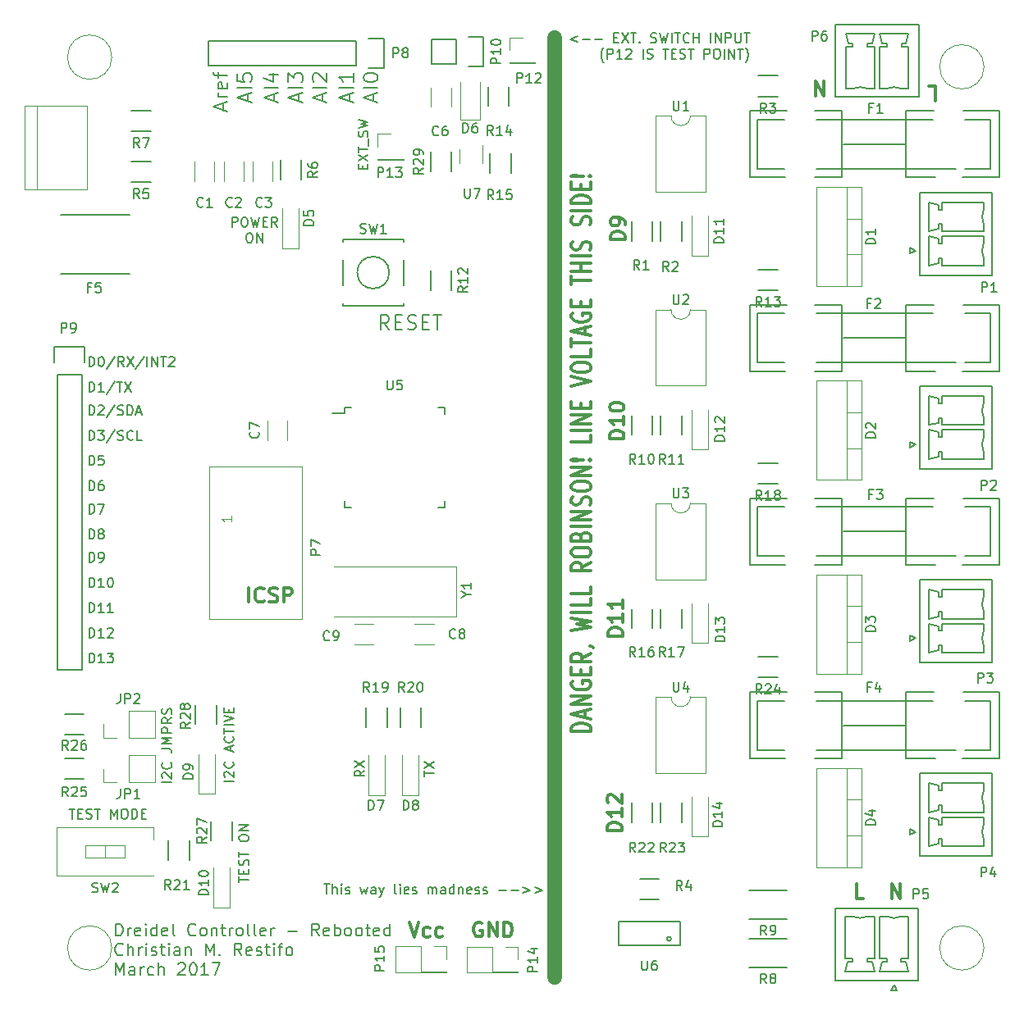
<source format=gto>
G04 #@! TF.FileFunction,Legend,Top*
%FSLAX46Y46*%
G04 Gerber Fmt 4.6, Leading zero omitted, Abs format (unit mm)*
G04 Created by KiCad (PCBNEW 4.0.5) date 05/01/17 10:10:01*
%MOMM*%
%LPD*%
G01*
G04 APERTURE LIST*
%ADD10C,0.100000*%
%ADD11C,0.150000*%
%ADD12C,0.300000*%
%ADD13C,1.500000*%
%ADD14C,0.120000*%
G04 APERTURE END LIST*
D10*
D11*
X63188571Y-32550000D02*
X63188571Y-32216666D01*
X63712381Y-32073809D02*
X63712381Y-32550000D01*
X62712381Y-32550000D01*
X62712381Y-32073809D01*
X62712381Y-31740476D02*
X63712381Y-31073809D01*
X62712381Y-31073809D02*
X63712381Y-31740476D01*
X62712381Y-30835714D02*
X62712381Y-30264285D01*
X63712381Y-30550000D02*
X62712381Y-30550000D01*
X63807619Y-30169047D02*
X63807619Y-29407142D01*
X63664762Y-29216666D02*
X63712381Y-29073809D01*
X63712381Y-28835713D01*
X63664762Y-28740475D01*
X63617143Y-28692856D01*
X63521905Y-28645237D01*
X63426667Y-28645237D01*
X63331429Y-28692856D01*
X63283810Y-28740475D01*
X63236190Y-28835713D01*
X63188571Y-29026190D01*
X63140952Y-29121428D01*
X63093333Y-29169047D01*
X62998095Y-29216666D01*
X62902857Y-29216666D01*
X62807619Y-29169047D01*
X62760000Y-29121428D01*
X62712381Y-29026190D01*
X62712381Y-28788094D01*
X62760000Y-28645237D01*
X62712381Y-28311904D02*
X63712381Y-28073809D01*
X62998095Y-27883332D01*
X63712381Y-27692856D01*
X62712381Y-27454761D01*
D12*
X67974286Y-110378571D02*
X68474286Y-111878571D01*
X68974286Y-110378571D01*
X70117143Y-111807143D02*
X69974286Y-111878571D01*
X69688572Y-111878571D01*
X69545714Y-111807143D01*
X69474286Y-111735714D01*
X69402857Y-111592857D01*
X69402857Y-111164286D01*
X69474286Y-111021429D01*
X69545714Y-110950000D01*
X69688572Y-110878571D01*
X69974286Y-110878571D01*
X70117143Y-110950000D01*
X71402857Y-111807143D02*
X71260000Y-111878571D01*
X70974286Y-111878571D01*
X70831428Y-111807143D01*
X70760000Y-111735714D01*
X70688571Y-111592857D01*
X70688571Y-111164286D01*
X70760000Y-111021429D01*
X70831428Y-110950000D01*
X70974286Y-110878571D01*
X71260000Y-110878571D01*
X71402857Y-110950000D01*
X75467143Y-110400000D02*
X75324286Y-110328571D01*
X75110000Y-110328571D01*
X74895715Y-110400000D01*
X74752857Y-110542857D01*
X74681429Y-110685714D01*
X74610000Y-110971429D01*
X74610000Y-111185714D01*
X74681429Y-111471429D01*
X74752857Y-111614286D01*
X74895715Y-111757143D01*
X75110000Y-111828571D01*
X75252857Y-111828571D01*
X75467143Y-111757143D01*
X75538572Y-111685714D01*
X75538572Y-111185714D01*
X75252857Y-111185714D01*
X76181429Y-111828571D02*
X76181429Y-110328571D01*
X77038572Y-111828571D01*
X77038572Y-110328571D01*
X77752858Y-111828571D02*
X77752858Y-110328571D01*
X78110001Y-110328571D01*
X78324286Y-110400000D01*
X78467144Y-110542857D01*
X78538572Y-110685714D01*
X78610001Y-110971429D01*
X78610001Y-111185714D01*
X78538572Y-111471429D01*
X78467144Y-111614286D01*
X78324286Y-111757143D01*
X78110001Y-111828571D01*
X77752858Y-111828571D01*
X89888571Y-100871428D02*
X88388571Y-100871428D01*
X88388571Y-100514285D01*
X88460000Y-100300000D01*
X88602857Y-100157142D01*
X88745714Y-100085714D01*
X89031429Y-100014285D01*
X89245714Y-100014285D01*
X89531429Y-100085714D01*
X89674286Y-100157142D01*
X89817143Y-100300000D01*
X89888571Y-100514285D01*
X89888571Y-100871428D01*
X89888571Y-98585714D02*
X89888571Y-99442857D01*
X89888571Y-99014285D02*
X88388571Y-99014285D01*
X88602857Y-99157142D01*
X88745714Y-99300000D01*
X88817143Y-99442857D01*
X88531429Y-98014286D02*
X88460000Y-97942857D01*
X88388571Y-97800000D01*
X88388571Y-97442857D01*
X88460000Y-97300000D01*
X88531429Y-97228571D01*
X88674286Y-97157143D01*
X88817143Y-97157143D01*
X89031429Y-97228571D01*
X89888571Y-98085714D01*
X89888571Y-97157143D01*
X89988571Y-80771428D02*
X88488571Y-80771428D01*
X88488571Y-80414285D01*
X88560000Y-80200000D01*
X88702857Y-80057142D01*
X88845714Y-79985714D01*
X89131429Y-79914285D01*
X89345714Y-79914285D01*
X89631429Y-79985714D01*
X89774286Y-80057142D01*
X89917143Y-80200000D01*
X89988571Y-80414285D01*
X89988571Y-80771428D01*
X89988571Y-78485714D02*
X89988571Y-79342857D01*
X89988571Y-78914285D02*
X88488571Y-78914285D01*
X88702857Y-79057142D01*
X88845714Y-79200000D01*
X88917143Y-79342857D01*
X89988571Y-77057143D02*
X89988571Y-77914286D01*
X89988571Y-77485714D02*
X88488571Y-77485714D01*
X88702857Y-77628571D01*
X88845714Y-77771429D01*
X88917143Y-77914286D01*
X90138571Y-60421428D02*
X88638571Y-60421428D01*
X88638571Y-60064285D01*
X88710000Y-59850000D01*
X88852857Y-59707142D01*
X88995714Y-59635714D01*
X89281429Y-59564285D01*
X89495714Y-59564285D01*
X89781429Y-59635714D01*
X89924286Y-59707142D01*
X90067143Y-59850000D01*
X90138571Y-60064285D01*
X90138571Y-60421428D01*
X90138571Y-58135714D02*
X90138571Y-58992857D01*
X90138571Y-58564285D02*
X88638571Y-58564285D01*
X88852857Y-58707142D01*
X88995714Y-58850000D01*
X89067143Y-58992857D01*
X88638571Y-57207143D02*
X88638571Y-57064286D01*
X88710000Y-56921429D01*
X88781429Y-56850000D01*
X88924286Y-56778571D01*
X89210000Y-56707143D01*
X89567143Y-56707143D01*
X89852857Y-56778571D01*
X89995714Y-56850000D01*
X90067143Y-56921429D01*
X90138571Y-57064286D01*
X90138571Y-57207143D01*
X90067143Y-57350000D01*
X89995714Y-57421429D01*
X89852857Y-57492857D01*
X89567143Y-57564286D01*
X89210000Y-57564286D01*
X88924286Y-57492857D01*
X88781429Y-57421429D01*
X88710000Y-57350000D01*
X88638571Y-57207143D01*
X90238571Y-39857142D02*
X88738571Y-39857142D01*
X88738571Y-39499999D01*
X88810000Y-39285714D01*
X88952857Y-39142856D01*
X89095714Y-39071428D01*
X89381429Y-38999999D01*
X89595714Y-38999999D01*
X89881429Y-39071428D01*
X90024286Y-39142856D01*
X90167143Y-39285714D01*
X90238571Y-39499999D01*
X90238571Y-39857142D01*
X90238571Y-38285714D02*
X90238571Y-37999999D01*
X90167143Y-37857142D01*
X90095714Y-37785714D01*
X89881429Y-37642856D01*
X89595714Y-37571428D01*
X89024286Y-37571428D01*
X88881429Y-37642856D01*
X88810000Y-37714285D01*
X88738571Y-37857142D01*
X88738571Y-38142856D01*
X88810000Y-38285714D01*
X88881429Y-38357142D01*
X89024286Y-38428571D01*
X89381429Y-38428571D01*
X89524286Y-38357142D01*
X89595714Y-38285714D01*
X89667143Y-38142856D01*
X89667143Y-37857142D01*
X89595714Y-37714285D01*
X89524286Y-37642856D01*
X89381429Y-37571428D01*
D11*
X85390677Y-18848914D02*
X84628772Y-19134629D01*
X85390677Y-19420343D01*
X85866867Y-19134629D02*
X86628772Y-19134629D01*
X87104962Y-19134629D02*
X87866867Y-19134629D01*
X89104962Y-18991771D02*
X89438296Y-18991771D01*
X89581153Y-19515581D02*
X89104962Y-19515581D01*
X89104962Y-18515581D01*
X89581153Y-18515581D01*
X89914486Y-18515581D02*
X90581153Y-19515581D01*
X90581153Y-18515581D02*
X89914486Y-19515581D01*
X90819248Y-18515581D02*
X91390677Y-18515581D01*
X91104962Y-19515581D02*
X91104962Y-18515581D01*
X91724010Y-19420343D02*
X91771629Y-19467962D01*
X91724010Y-19515581D01*
X91676391Y-19467962D01*
X91724010Y-19420343D01*
X91724010Y-19515581D01*
X92914486Y-19467962D02*
X93057343Y-19515581D01*
X93295439Y-19515581D01*
X93390677Y-19467962D01*
X93438296Y-19420343D01*
X93485915Y-19325105D01*
X93485915Y-19229867D01*
X93438296Y-19134629D01*
X93390677Y-19087010D01*
X93295439Y-19039390D01*
X93104962Y-18991771D01*
X93009724Y-18944152D01*
X92962105Y-18896533D01*
X92914486Y-18801295D01*
X92914486Y-18706057D01*
X92962105Y-18610819D01*
X93009724Y-18563200D01*
X93104962Y-18515581D01*
X93343058Y-18515581D01*
X93485915Y-18563200D01*
X93819248Y-18515581D02*
X94057343Y-19515581D01*
X94247820Y-18801295D01*
X94438296Y-19515581D01*
X94676391Y-18515581D01*
X95057343Y-19515581D02*
X95057343Y-18515581D01*
X95390676Y-18515581D02*
X95962105Y-18515581D01*
X95676390Y-19515581D02*
X95676390Y-18515581D01*
X96866867Y-19420343D02*
X96819248Y-19467962D01*
X96676391Y-19515581D01*
X96581153Y-19515581D01*
X96438295Y-19467962D01*
X96343057Y-19372724D01*
X96295438Y-19277486D01*
X96247819Y-19087010D01*
X96247819Y-18944152D01*
X96295438Y-18753676D01*
X96343057Y-18658438D01*
X96438295Y-18563200D01*
X96581153Y-18515581D01*
X96676391Y-18515581D01*
X96819248Y-18563200D01*
X96866867Y-18610819D01*
X97295438Y-19515581D02*
X97295438Y-18515581D01*
X97295438Y-18991771D02*
X97866867Y-18991771D01*
X97866867Y-19515581D02*
X97866867Y-18515581D01*
X99104962Y-19515581D02*
X99104962Y-18515581D01*
X99581152Y-19515581D02*
X99581152Y-18515581D01*
X100152581Y-19515581D01*
X100152581Y-18515581D01*
X100628771Y-19515581D02*
X100628771Y-18515581D01*
X101009724Y-18515581D01*
X101104962Y-18563200D01*
X101152581Y-18610819D01*
X101200200Y-18706057D01*
X101200200Y-18848914D01*
X101152581Y-18944152D01*
X101104962Y-18991771D01*
X101009724Y-19039390D01*
X100628771Y-19039390D01*
X101628771Y-18515581D02*
X101628771Y-19325105D01*
X101676390Y-19420343D01*
X101724009Y-19467962D01*
X101819247Y-19515581D01*
X102009724Y-19515581D01*
X102104962Y-19467962D01*
X102152581Y-19420343D01*
X102200200Y-19325105D01*
X102200200Y-18515581D01*
X102533533Y-18515581D02*
X103104962Y-18515581D01*
X102819247Y-19515581D02*
X102819247Y-18515581D01*
X88057342Y-21546533D02*
X88009722Y-21498914D01*
X87914484Y-21356057D01*
X87866865Y-21260819D01*
X87819246Y-21117962D01*
X87771627Y-20879867D01*
X87771627Y-20689390D01*
X87819246Y-20451295D01*
X87866865Y-20308438D01*
X87914484Y-20213200D01*
X88009722Y-20070343D01*
X88057342Y-20022724D01*
X88438294Y-21165581D02*
X88438294Y-20165581D01*
X88819247Y-20165581D01*
X88914485Y-20213200D01*
X88962104Y-20260819D01*
X89009723Y-20356057D01*
X89009723Y-20498914D01*
X88962104Y-20594152D01*
X88914485Y-20641771D01*
X88819247Y-20689390D01*
X88438294Y-20689390D01*
X89962104Y-21165581D02*
X89390675Y-21165581D01*
X89676389Y-21165581D02*
X89676389Y-20165581D01*
X89581151Y-20308438D01*
X89485913Y-20403676D01*
X89390675Y-20451295D01*
X90343056Y-20260819D02*
X90390675Y-20213200D01*
X90485913Y-20165581D01*
X90724009Y-20165581D01*
X90819247Y-20213200D01*
X90866866Y-20260819D01*
X90914485Y-20356057D01*
X90914485Y-20451295D01*
X90866866Y-20594152D01*
X90295437Y-21165581D01*
X90914485Y-21165581D01*
X92104961Y-21165581D02*
X92104961Y-20165581D01*
X92533532Y-21117962D02*
X92676389Y-21165581D01*
X92914485Y-21165581D01*
X93009723Y-21117962D01*
X93057342Y-21070343D01*
X93104961Y-20975105D01*
X93104961Y-20879867D01*
X93057342Y-20784629D01*
X93009723Y-20737010D01*
X92914485Y-20689390D01*
X92724008Y-20641771D01*
X92628770Y-20594152D01*
X92581151Y-20546533D01*
X92533532Y-20451295D01*
X92533532Y-20356057D01*
X92581151Y-20260819D01*
X92628770Y-20213200D01*
X92724008Y-20165581D01*
X92962104Y-20165581D01*
X93104961Y-20213200D01*
X94152580Y-20165581D02*
X94724009Y-20165581D01*
X94438294Y-21165581D02*
X94438294Y-20165581D01*
X95057342Y-20641771D02*
X95390676Y-20641771D01*
X95533533Y-21165581D02*
X95057342Y-21165581D01*
X95057342Y-20165581D01*
X95533533Y-20165581D01*
X95914485Y-21117962D02*
X96057342Y-21165581D01*
X96295438Y-21165581D01*
X96390676Y-21117962D01*
X96438295Y-21070343D01*
X96485914Y-20975105D01*
X96485914Y-20879867D01*
X96438295Y-20784629D01*
X96390676Y-20737010D01*
X96295438Y-20689390D01*
X96104961Y-20641771D01*
X96009723Y-20594152D01*
X95962104Y-20546533D01*
X95914485Y-20451295D01*
X95914485Y-20356057D01*
X95962104Y-20260819D01*
X96009723Y-20213200D01*
X96104961Y-20165581D01*
X96343057Y-20165581D01*
X96485914Y-20213200D01*
X96771628Y-20165581D02*
X97343057Y-20165581D01*
X97057342Y-21165581D02*
X97057342Y-20165581D01*
X98438295Y-21165581D02*
X98438295Y-20165581D01*
X98819248Y-20165581D01*
X98914486Y-20213200D01*
X98962105Y-20260819D01*
X99009724Y-20356057D01*
X99009724Y-20498914D01*
X98962105Y-20594152D01*
X98914486Y-20641771D01*
X98819248Y-20689390D01*
X98438295Y-20689390D01*
X99628771Y-20165581D02*
X99819248Y-20165581D01*
X99914486Y-20213200D01*
X100009724Y-20308438D01*
X100057343Y-20498914D01*
X100057343Y-20832248D01*
X100009724Y-21022724D01*
X99914486Y-21117962D01*
X99819248Y-21165581D01*
X99628771Y-21165581D01*
X99533533Y-21117962D01*
X99438295Y-21022724D01*
X99390676Y-20832248D01*
X99390676Y-20498914D01*
X99438295Y-20308438D01*
X99533533Y-20213200D01*
X99628771Y-20165581D01*
X100485914Y-21165581D02*
X100485914Y-20165581D01*
X100962104Y-21165581D02*
X100962104Y-20165581D01*
X101533533Y-21165581D01*
X101533533Y-20165581D01*
X101866866Y-20165581D02*
X102438295Y-20165581D01*
X102152580Y-21165581D02*
X102152580Y-20165581D01*
X102676390Y-21546533D02*
X102724009Y-21498914D01*
X102819247Y-21356057D01*
X102866866Y-21260819D01*
X102914485Y-21117962D01*
X102962104Y-20879867D01*
X102962104Y-20689390D01*
X102914485Y-20451295D01*
X102866866Y-20308438D01*
X102819247Y-20213200D01*
X102724009Y-20070343D01*
X102676390Y-20022724D01*
X59177066Y-106411781D02*
X59748495Y-106411781D01*
X59462780Y-107411781D02*
X59462780Y-106411781D01*
X60081828Y-107411781D02*
X60081828Y-106411781D01*
X60510400Y-107411781D02*
X60510400Y-106887971D01*
X60462781Y-106792733D01*
X60367543Y-106745114D01*
X60224685Y-106745114D01*
X60129447Y-106792733D01*
X60081828Y-106840352D01*
X60986590Y-107411781D02*
X60986590Y-106745114D01*
X60986590Y-106411781D02*
X60938971Y-106459400D01*
X60986590Y-106507019D01*
X61034209Y-106459400D01*
X60986590Y-106411781D01*
X60986590Y-106507019D01*
X61415161Y-107364162D02*
X61510399Y-107411781D01*
X61700875Y-107411781D01*
X61796114Y-107364162D01*
X61843733Y-107268924D01*
X61843733Y-107221305D01*
X61796114Y-107126067D01*
X61700875Y-107078448D01*
X61558018Y-107078448D01*
X61462780Y-107030829D01*
X61415161Y-106935590D01*
X61415161Y-106887971D01*
X61462780Y-106792733D01*
X61558018Y-106745114D01*
X61700875Y-106745114D01*
X61796114Y-106792733D01*
X62938971Y-106745114D02*
X63129447Y-107411781D01*
X63319924Y-106935590D01*
X63510400Y-107411781D01*
X63700876Y-106745114D01*
X64510400Y-107411781D02*
X64510400Y-106887971D01*
X64462781Y-106792733D01*
X64367543Y-106745114D01*
X64177066Y-106745114D01*
X64081828Y-106792733D01*
X64510400Y-107364162D02*
X64415162Y-107411781D01*
X64177066Y-107411781D01*
X64081828Y-107364162D01*
X64034209Y-107268924D01*
X64034209Y-107173686D01*
X64081828Y-107078448D01*
X64177066Y-107030829D01*
X64415162Y-107030829D01*
X64510400Y-106983210D01*
X64891352Y-106745114D02*
X65129447Y-107411781D01*
X65367543Y-106745114D02*
X65129447Y-107411781D01*
X65034209Y-107649876D01*
X64986590Y-107697495D01*
X64891352Y-107745114D01*
X66653257Y-107411781D02*
X66558019Y-107364162D01*
X66510400Y-107268924D01*
X66510400Y-106411781D01*
X67034210Y-107411781D02*
X67034210Y-106745114D01*
X67034210Y-106411781D02*
X66986591Y-106459400D01*
X67034210Y-106507019D01*
X67081829Y-106459400D01*
X67034210Y-106411781D01*
X67034210Y-106507019D01*
X67891353Y-107364162D02*
X67796115Y-107411781D01*
X67605638Y-107411781D01*
X67510400Y-107364162D01*
X67462781Y-107268924D01*
X67462781Y-106887971D01*
X67510400Y-106792733D01*
X67605638Y-106745114D01*
X67796115Y-106745114D01*
X67891353Y-106792733D01*
X67938972Y-106887971D01*
X67938972Y-106983210D01*
X67462781Y-107078448D01*
X68319924Y-107364162D02*
X68415162Y-107411781D01*
X68605638Y-107411781D01*
X68700877Y-107364162D01*
X68748496Y-107268924D01*
X68748496Y-107221305D01*
X68700877Y-107126067D01*
X68605638Y-107078448D01*
X68462781Y-107078448D01*
X68367543Y-107030829D01*
X68319924Y-106935590D01*
X68319924Y-106887971D01*
X68367543Y-106792733D01*
X68462781Y-106745114D01*
X68605638Y-106745114D01*
X68700877Y-106792733D01*
X69938972Y-107411781D02*
X69938972Y-106745114D01*
X69938972Y-106840352D02*
X69986591Y-106792733D01*
X70081829Y-106745114D01*
X70224687Y-106745114D01*
X70319925Y-106792733D01*
X70367544Y-106887971D01*
X70367544Y-107411781D01*
X70367544Y-106887971D02*
X70415163Y-106792733D01*
X70510401Y-106745114D01*
X70653258Y-106745114D01*
X70748496Y-106792733D01*
X70796115Y-106887971D01*
X70796115Y-107411781D01*
X71700877Y-107411781D02*
X71700877Y-106887971D01*
X71653258Y-106792733D01*
X71558020Y-106745114D01*
X71367543Y-106745114D01*
X71272305Y-106792733D01*
X71700877Y-107364162D02*
X71605639Y-107411781D01*
X71367543Y-107411781D01*
X71272305Y-107364162D01*
X71224686Y-107268924D01*
X71224686Y-107173686D01*
X71272305Y-107078448D01*
X71367543Y-107030829D01*
X71605639Y-107030829D01*
X71700877Y-106983210D01*
X72605639Y-107411781D02*
X72605639Y-106411781D01*
X72605639Y-107364162D02*
X72510401Y-107411781D01*
X72319924Y-107411781D01*
X72224686Y-107364162D01*
X72177067Y-107316543D01*
X72129448Y-107221305D01*
X72129448Y-106935590D01*
X72177067Y-106840352D01*
X72224686Y-106792733D01*
X72319924Y-106745114D01*
X72510401Y-106745114D01*
X72605639Y-106792733D01*
X73081829Y-106745114D02*
X73081829Y-107411781D01*
X73081829Y-106840352D02*
X73129448Y-106792733D01*
X73224686Y-106745114D01*
X73367544Y-106745114D01*
X73462782Y-106792733D01*
X73510401Y-106887971D01*
X73510401Y-107411781D01*
X74367544Y-107364162D02*
X74272306Y-107411781D01*
X74081829Y-107411781D01*
X73986591Y-107364162D01*
X73938972Y-107268924D01*
X73938972Y-106887971D01*
X73986591Y-106792733D01*
X74081829Y-106745114D01*
X74272306Y-106745114D01*
X74367544Y-106792733D01*
X74415163Y-106887971D01*
X74415163Y-106983210D01*
X73938972Y-107078448D01*
X74796115Y-107364162D02*
X74891353Y-107411781D01*
X75081829Y-107411781D01*
X75177068Y-107364162D01*
X75224687Y-107268924D01*
X75224687Y-107221305D01*
X75177068Y-107126067D01*
X75081829Y-107078448D01*
X74938972Y-107078448D01*
X74843734Y-107030829D01*
X74796115Y-106935590D01*
X74796115Y-106887971D01*
X74843734Y-106792733D01*
X74938972Y-106745114D01*
X75081829Y-106745114D01*
X75177068Y-106792733D01*
X75605639Y-107364162D02*
X75700877Y-107411781D01*
X75891353Y-107411781D01*
X75986592Y-107364162D01*
X76034211Y-107268924D01*
X76034211Y-107221305D01*
X75986592Y-107126067D01*
X75891353Y-107078448D01*
X75748496Y-107078448D01*
X75653258Y-107030829D01*
X75605639Y-106935590D01*
X75605639Y-106887971D01*
X75653258Y-106792733D01*
X75748496Y-106745114D01*
X75891353Y-106745114D01*
X75986592Y-106792733D01*
X77224687Y-107030829D02*
X77986592Y-107030829D01*
X78462782Y-107030829D02*
X79224687Y-107030829D01*
X79700877Y-106745114D02*
X80462782Y-107030829D01*
X79700877Y-107316543D01*
X80938972Y-106745114D02*
X81700877Y-107030829D01*
X80938972Y-107316543D01*
X37707619Y-111740476D02*
X37707619Y-110490476D01*
X38005238Y-110490476D01*
X38183810Y-110550000D01*
X38302857Y-110669048D01*
X38362381Y-110788095D01*
X38421905Y-111026190D01*
X38421905Y-111204762D01*
X38362381Y-111442857D01*
X38302857Y-111561905D01*
X38183810Y-111680952D01*
X38005238Y-111740476D01*
X37707619Y-111740476D01*
X38957619Y-111740476D02*
X38957619Y-110907143D01*
X38957619Y-111145238D02*
X39017143Y-111026190D01*
X39076667Y-110966667D01*
X39195714Y-110907143D01*
X39314762Y-110907143D01*
X40207620Y-111680952D02*
X40088572Y-111740476D01*
X39850477Y-111740476D01*
X39731429Y-111680952D01*
X39671905Y-111561905D01*
X39671905Y-111085714D01*
X39731429Y-110966667D01*
X39850477Y-110907143D01*
X40088572Y-110907143D01*
X40207620Y-110966667D01*
X40267143Y-111085714D01*
X40267143Y-111204762D01*
X39671905Y-111323810D01*
X40802858Y-111740476D02*
X40802858Y-110907143D01*
X40802858Y-110490476D02*
X40743334Y-110550000D01*
X40802858Y-110609524D01*
X40862382Y-110550000D01*
X40802858Y-110490476D01*
X40802858Y-110609524D01*
X41933810Y-111740476D02*
X41933810Y-110490476D01*
X41933810Y-111680952D02*
X41814763Y-111740476D01*
X41576667Y-111740476D01*
X41457620Y-111680952D01*
X41398096Y-111621429D01*
X41338572Y-111502381D01*
X41338572Y-111145238D01*
X41398096Y-111026190D01*
X41457620Y-110966667D01*
X41576667Y-110907143D01*
X41814763Y-110907143D01*
X41933810Y-110966667D01*
X43005239Y-111680952D02*
X42886191Y-111740476D01*
X42648096Y-111740476D01*
X42529048Y-111680952D01*
X42469524Y-111561905D01*
X42469524Y-111085714D01*
X42529048Y-110966667D01*
X42648096Y-110907143D01*
X42886191Y-110907143D01*
X43005239Y-110966667D01*
X43064762Y-111085714D01*
X43064762Y-111204762D01*
X42469524Y-111323810D01*
X43779048Y-111740476D02*
X43660001Y-111680952D01*
X43600477Y-111561905D01*
X43600477Y-110490476D01*
X45921906Y-111621429D02*
X45862382Y-111680952D01*
X45683811Y-111740476D01*
X45564763Y-111740476D01*
X45386191Y-111680952D01*
X45267144Y-111561905D01*
X45207620Y-111442857D01*
X45148096Y-111204762D01*
X45148096Y-111026190D01*
X45207620Y-110788095D01*
X45267144Y-110669048D01*
X45386191Y-110550000D01*
X45564763Y-110490476D01*
X45683811Y-110490476D01*
X45862382Y-110550000D01*
X45921906Y-110609524D01*
X46636191Y-111740476D02*
X46517144Y-111680952D01*
X46457620Y-111621429D01*
X46398096Y-111502381D01*
X46398096Y-111145238D01*
X46457620Y-111026190D01*
X46517144Y-110966667D01*
X46636191Y-110907143D01*
X46814763Y-110907143D01*
X46933811Y-110966667D01*
X46993334Y-111026190D01*
X47052858Y-111145238D01*
X47052858Y-111502381D01*
X46993334Y-111621429D01*
X46933811Y-111680952D01*
X46814763Y-111740476D01*
X46636191Y-111740476D01*
X47588572Y-110907143D02*
X47588572Y-111740476D01*
X47588572Y-111026190D02*
X47648096Y-110966667D01*
X47767143Y-110907143D01*
X47945715Y-110907143D01*
X48064763Y-110966667D01*
X48124286Y-111085714D01*
X48124286Y-111740476D01*
X48540953Y-110907143D02*
X49017143Y-110907143D01*
X48719524Y-110490476D02*
X48719524Y-111561905D01*
X48779048Y-111680952D01*
X48898095Y-111740476D01*
X49017143Y-111740476D01*
X49433810Y-111740476D02*
X49433810Y-110907143D01*
X49433810Y-111145238D02*
X49493334Y-111026190D01*
X49552858Y-110966667D01*
X49671905Y-110907143D01*
X49790953Y-110907143D01*
X50386191Y-111740476D02*
X50267144Y-111680952D01*
X50207620Y-111621429D01*
X50148096Y-111502381D01*
X50148096Y-111145238D01*
X50207620Y-111026190D01*
X50267144Y-110966667D01*
X50386191Y-110907143D01*
X50564763Y-110907143D01*
X50683811Y-110966667D01*
X50743334Y-111026190D01*
X50802858Y-111145238D01*
X50802858Y-111502381D01*
X50743334Y-111621429D01*
X50683811Y-111680952D01*
X50564763Y-111740476D01*
X50386191Y-111740476D01*
X51517143Y-111740476D02*
X51398096Y-111680952D01*
X51338572Y-111561905D01*
X51338572Y-110490476D01*
X52171905Y-111740476D02*
X52052858Y-111680952D01*
X51993334Y-111561905D01*
X51993334Y-110490476D01*
X53124287Y-111680952D02*
X53005239Y-111740476D01*
X52767144Y-111740476D01*
X52648096Y-111680952D01*
X52588572Y-111561905D01*
X52588572Y-111085714D01*
X52648096Y-110966667D01*
X52767144Y-110907143D01*
X53005239Y-110907143D01*
X53124287Y-110966667D01*
X53183810Y-111085714D01*
X53183810Y-111204762D01*
X52588572Y-111323810D01*
X53719525Y-111740476D02*
X53719525Y-110907143D01*
X53719525Y-111145238D02*
X53779049Y-111026190D01*
X53838573Y-110966667D01*
X53957620Y-110907143D01*
X54076668Y-110907143D01*
X55445716Y-111264286D02*
X56398097Y-111264286D01*
X58660002Y-111740476D02*
X58243335Y-111145238D01*
X57945716Y-111740476D02*
X57945716Y-110490476D01*
X58421907Y-110490476D01*
X58540954Y-110550000D01*
X58600478Y-110609524D01*
X58660002Y-110728571D01*
X58660002Y-110907143D01*
X58600478Y-111026190D01*
X58540954Y-111085714D01*
X58421907Y-111145238D01*
X57945716Y-111145238D01*
X59671907Y-111680952D02*
X59552859Y-111740476D01*
X59314764Y-111740476D01*
X59195716Y-111680952D01*
X59136192Y-111561905D01*
X59136192Y-111085714D01*
X59195716Y-110966667D01*
X59314764Y-110907143D01*
X59552859Y-110907143D01*
X59671907Y-110966667D01*
X59731430Y-111085714D01*
X59731430Y-111204762D01*
X59136192Y-111323810D01*
X60267145Y-111740476D02*
X60267145Y-110490476D01*
X60267145Y-110966667D02*
X60386193Y-110907143D01*
X60624288Y-110907143D01*
X60743336Y-110966667D01*
X60802859Y-111026190D01*
X60862383Y-111145238D01*
X60862383Y-111502381D01*
X60802859Y-111621429D01*
X60743336Y-111680952D01*
X60624288Y-111740476D01*
X60386193Y-111740476D01*
X60267145Y-111680952D01*
X61576668Y-111740476D02*
X61457621Y-111680952D01*
X61398097Y-111621429D01*
X61338573Y-111502381D01*
X61338573Y-111145238D01*
X61398097Y-111026190D01*
X61457621Y-110966667D01*
X61576668Y-110907143D01*
X61755240Y-110907143D01*
X61874288Y-110966667D01*
X61933811Y-111026190D01*
X61993335Y-111145238D01*
X61993335Y-111502381D01*
X61933811Y-111621429D01*
X61874288Y-111680952D01*
X61755240Y-111740476D01*
X61576668Y-111740476D01*
X62707620Y-111740476D02*
X62588573Y-111680952D01*
X62529049Y-111621429D01*
X62469525Y-111502381D01*
X62469525Y-111145238D01*
X62529049Y-111026190D01*
X62588573Y-110966667D01*
X62707620Y-110907143D01*
X62886192Y-110907143D01*
X63005240Y-110966667D01*
X63064763Y-111026190D01*
X63124287Y-111145238D01*
X63124287Y-111502381D01*
X63064763Y-111621429D01*
X63005240Y-111680952D01*
X62886192Y-111740476D01*
X62707620Y-111740476D01*
X63481430Y-110907143D02*
X63957620Y-110907143D01*
X63660001Y-110490476D02*
X63660001Y-111561905D01*
X63719525Y-111680952D01*
X63838572Y-111740476D01*
X63957620Y-111740476D01*
X64850478Y-111680952D02*
X64731430Y-111740476D01*
X64493335Y-111740476D01*
X64374287Y-111680952D01*
X64314763Y-111561905D01*
X64314763Y-111085714D01*
X64374287Y-110966667D01*
X64493335Y-110907143D01*
X64731430Y-110907143D01*
X64850478Y-110966667D01*
X64910001Y-111085714D01*
X64910001Y-111204762D01*
X64314763Y-111323810D01*
X65981430Y-111740476D02*
X65981430Y-110490476D01*
X65981430Y-111680952D02*
X65862383Y-111740476D01*
X65624287Y-111740476D01*
X65505240Y-111680952D01*
X65445716Y-111621429D01*
X65386192Y-111502381D01*
X65386192Y-111145238D01*
X65445716Y-111026190D01*
X65505240Y-110966667D01*
X65624287Y-110907143D01*
X65862383Y-110907143D01*
X65981430Y-110966667D01*
X38421905Y-113646429D02*
X38362381Y-113705952D01*
X38183810Y-113765476D01*
X38064762Y-113765476D01*
X37886190Y-113705952D01*
X37767143Y-113586905D01*
X37707619Y-113467857D01*
X37648095Y-113229762D01*
X37648095Y-113051190D01*
X37707619Y-112813095D01*
X37767143Y-112694048D01*
X37886190Y-112575000D01*
X38064762Y-112515476D01*
X38183810Y-112515476D01*
X38362381Y-112575000D01*
X38421905Y-112634524D01*
X38957619Y-113765476D02*
X38957619Y-112515476D01*
X39493333Y-113765476D02*
X39493333Y-113110714D01*
X39433810Y-112991667D01*
X39314762Y-112932143D01*
X39136190Y-112932143D01*
X39017143Y-112991667D01*
X38957619Y-113051190D01*
X40088571Y-113765476D02*
X40088571Y-112932143D01*
X40088571Y-113170238D02*
X40148095Y-113051190D01*
X40207619Y-112991667D01*
X40326666Y-112932143D01*
X40445714Y-112932143D01*
X40862381Y-113765476D02*
X40862381Y-112932143D01*
X40862381Y-112515476D02*
X40802857Y-112575000D01*
X40862381Y-112634524D01*
X40921905Y-112575000D01*
X40862381Y-112515476D01*
X40862381Y-112634524D01*
X41398095Y-113705952D02*
X41517143Y-113765476D01*
X41755238Y-113765476D01*
X41874286Y-113705952D01*
X41933810Y-113586905D01*
X41933810Y-113527381D01*
X41874286Y-113408333D01*
X41755238Y-113348810D01*
X41576667Y-113348810D01*
X41457619Y-113289286D01*
X41398095Y-113170238D01*
X41398095Y-113110714D01*
X41457619Y-112991667D01*
X41576667Y-112932143D01*
X41755238Y-112932143D01*
X41874286Y-112991667D01*
X42290953Y-112932143D02*
X42767143Y-112932143D01*
X42469524Y-112515476D02*
X42469524Y-113586905D01*
X42529048Y-113705952D01*
X42648095Y-113765476D01*
X42767143Y-113765476D01*
X43183810Y-113765476D02*
X43183810Y-112932143D01*
X43183810Y-112515476D02*
X43124286Y-112575000D01*
X43183810Y-112634524D01*
X43243334Y-112575000D01*
X43183810Y-112515476D01*
X43183810Y-112634524D01*
X44314762Y-113765476D02*
X44314762Y-113110714D01*
X44255239Y-112991667D01*
X44136191Y-112932143D01*
X43898096Y-112932143D01*
X43779048Y-112991667D01*
X44314762Y-113705952D02*
X44195715Y-113765476D01*
X43898096Y-113765476D01*
X43779048Y-113705952D01*
X43719524Y-113586905D01*
X43719524Y-113467857D01*
X43779048Y-113348810D01*
X43898096Y-113289286D01*
X44195715Y-113289286D01*
X44314762Y-113229762D01*
X44910000Y-112932143D02*
X44910000Y-113765476D01*
X44910000Y-113051190D02*
X44969524Y-112991667D01*
X45088571Y-112932143D01*
X45267143Y-112932143D01*
X45386191Y-112991667D01*
X45445714Y-113110714D01*
X45445714Y-113765476D01*
X46993333Y-113765476D02*
X46993333Y-112515476D01*
X47410000Y-113408333D01*
X47826666Y-112515476D01*
X47826666Y-113765476D01*
X48421904Y-113646429D02*
X48481428Y-113705952D01*
X48421904Y-113765476D01*
X48362380Y-113705952D01*
X48421904Y-113646429D01*
X48421904Y-113765476D01*
X50683809Y-113765476D02*
X50267142Y-113170238D01*
X49969523Y-113765476D02*
X49969523Y-112515476D01*
X50445714Y-112515476D01*
X50564761Y-112575000D01*
X50624285Y-112634524D01*
X50683809Y-112753571D01*
X50683809Y-112932143D01*
X50624285Y-113051190D01*
X50564761Y-113110714D01*
X50445714Y-113170238D01*
X49969523Y-113170238D01*
X51695714Y-113705952D02*
X51576666Y-113765476D01*
X51338571Y-113765476D01*
X51219523Y-113705952D01*
X51159999Y-113586905D01*
X51159999Y-113110714D01*
X51219523Y-112991667D01*
X51338571Y-112932143D01*
X51576666Y-112932143D01*
X51695714Y-112991667D01*
X51755237Y-113110714D01*
X51755237Y-113229762D01*
X51159999Y-113348810D01*
X52231428Y-113705952D02*
X52350476Y-113765476D01*
X52588571Y-113765476D01*
X52707619Y-113705952D01*
X52767143Y-113586905D01*
X52767143Y-113527381D01*
X52707619Y-113408333D01*
X52588571Y-113348810D01*
X52410000Y-113348810D01*
X52290952Y-113289286D01*
X52231428Y-113170238D01*
X52231428Y-113110714D01*
X52290952Y-112991667D01*
X52410000Y-112932143D01*
X52588571Y-112932143D01*
X52707619Y-112991667D01*
X53124286Y-112932143D02*
X53600476Y-112932143D01*
X53302857Y-112515476D02*
X53302857Y-113586905D01*
X53362381Y-113705952D01*
X53481428Y-113765476D01*
X53600476Y-113765476D01*
X54017143Y-113765476D02*
X54017143Y-112932143D01*
X54017143Y-112515476D02*
X53957619Y-112575000D01*
X54017143Y-112634524D01*
X54076667Y-112575000D01*
X54017143Y-112515476D01*
X54017143Y-112634524D01*
X54433810Y-112932143D02*
X54910000Y-112932143D01*
X54612381Y-113765476D02*
X54612381Y-112694048D01*
X54671905Y-112575000D01*
X54790952Y-112515476D01*
X54910000Y-112515476D01*
X55505238Y-113765476D02*
X55386191Y-113705952D01*
X55326667Y-113646429D01*
X55267143Y-113527381D01*
X55267143Y-113170238D01*
X55326667Y-113051190D01*
X55386191Y-112991667D01*
X55505238Y-112932143D01*
X55683810Y-112932143D01*
X55802858Y-112991667D01*
X55862381Y-113051190D01*
X55921905Y-113170238D01*
X55921905Y-113527381D01*
X55862381Y-113646429D01*
X55802858Y-113705952D01*
X55683810Y-113765476D01*
X55505238Y-113765476D01*
X37707619Y-115790476D02*
X37707619Y-114540476D01*
X38124286Y-115433333D01*
X38540952Y-114540476D01*
X38540952Y-115790476D01*
X39671904Y-115790476D02*
X39671904Y-115135714D01*
X39612381Y-115016667D01*
X39493333Y-114957143D01*
X39255238Y-114957143D01*
X39136190Y-115016667D01*
X39671904Y-115730952D02*
X39552857Y-115790476D01*
X39255238Y-115790476D01*
X39136190Y-115730952D01*
X39076666Y-115611905D01*
X39076666Y-115492857D01*
X39136190Y-115373810D01*
X39255238Y-115314286D01*
X39552857Y-115314286D01*
X39671904Y-115254762D01*
X40267142Y-115790476D02*
X40267142Y-114957143D01*
X40267142Y-115195238D02*
X40326666Y-115076190D01*
X40386190Y-115016667D01*
X40505237Y-114957143D01*
X40624285Y-114957143D01*
X41576666Y-115730952D02*
X41457619Y-115790476D01*
X41219523Y-115790476D01*
X41100476Y-115730952D01*
X41040952Y-115671429D01*
X40981428Y-115552381D01*
X40981428Y-115195238D01*
X41040952Y-115076190D01*
X41100476Y-115016667D01*
X41219523Y-114957143D01*
X41457619Y-114957143D01*
X41576666Y-115016667D01*
X42112381Y-115790476D02*
X42112381Y-114540476D01*
X42648095Y-115790476D02*
X42648095Y-115135714D01*
X42588572Y-115016667D01*
X42469524Y-114957143D01*
X42290952Y-114957143D01*
X42171905Y-115016667D01*
X42112381Y-115076190D01*
X44136190Y-114659524D02*
X44195714Y-114600000D01*
X44314762Y-114540476D01*
X44612381Y-114540476D01*
X44731428Y-114600000D01*
X44790952Y-114659524D01*
X44850476Y-114778571D01*
X44850476Y-114897619D01*
X44790952Y-115076190D01*
X44076666Y-115790476D01*
X44850476Y-115790476D01*
X45624285Y-114540476D02*
X45743333Y-114540476D01*
X45862381Y-114600000D01*
X45921904Y-114659524D01*
X45981428Y-114778571D01*
X46040952Y-115016667D01*
X46040952Y-115314286D01*
X45981428Y-115552381D01*
X45921904Y-115671429D01*
X45862381Y-115730952D01*
X45743333Y-115790476D01*
X45624285Y-115790476D01*
X45505238Y-115730952D01*
X45445714Y-115671429D01*
X45386190Y-115552381D01*
X45326666Y-115314286D01*
X45326666Y-115016667D01*
X45386190Y-114778571D01*
X45445714Y-114659524D01*
X45505238Y-114600000D01*
X45624285Y-114540476D01*
X47231428Y-115790476D02*
X46517142Y-115790476D01*
X46874285Y-115790476D02*
X46874285Y-114540476D01*
X46755237Y-114719048D01*
X46636190Y-114838095D01*
X46517142Y-114897619D01*
X47648094Y-114540476D02*
X48481428Y-114540476D01*
X47945713Y-115790476D01*
X65893429Y-49141771D02*
X65393429Y-48427486D01*
X65036286Y-49141771D02*
X65036286Y-47641771D01*
X65607714Y-47641771D01*
X65750572Y-47713200D01*
X65822000Y-47784629D01*
X65893429Y-47927486D01*
X65893429Y-48141771D01*
X65822000Y-48284629D01*
X65750572Y-48356057D01*
X65607714Y-48427486D01*
X65036286Y-48427486D01*
X66536286Y-48356057D02*
X67036286Y-48356057D01*
X67250572Y-49141771D02*
X66536286Y-49141771D01*
X66536286Y-47641771D01*
X67250572Y-47641771D01*
X67822000Y-49070343D02*
X68036286Y-49141771D01*
X68393429Y-49141771D01*
X68536286Y-49070343D01*
X68607715Y-48998914D01*
X68679143Y-48856057D01*
X68679143Y-48713200D01*
X68607715Y-48570343D01*
X68536286Y-48498914D01*
X68393429Y-48427486D01*
X68107715Y-48356057D01*
X67964857Y-48284629D01*
X67893429Y-48213200D01*
X67822000Y-48070343D01*
X67822000Y-47927486D01*
X67893429Y-47784629D01*
X67964857Y-47713200D01*
X68107715Y-47641771D01*
X68464857Y-47641771D01*
X68679143Y-47713200D01*
X69322000Y-48356057D02*
X69822000Y-48356057D01*
X70036286Y-49141771D02*
X69322000Y-49141771D01*
X69322000Y-47641771D01*
X70036286Y-47641771D01*
X70464857Y-47641771D02*
X71322000Y-47641771D01*
X70893429Y-49141771D02*
X70893429Y-47641771D01*
D12*
X86714762Y-90628573D02*
X84714762Y-90628573D01*
X84714762Y-90271430D01*
X84810000Y-90057145D01*
X85000476Y-89914287D01*
X85190952Y-89842859D01*
X85571905Y-89771430D01*
X85857619Y-89771430D01*
X86238571Y-89842859D01*
X86429048Y-89914287D01*
X86619524Y-90057145D01*
X86714762Y-90271430D01*
X86714762Y-90628573D01*
X86143333Y-89200002D02*
X86143333Y-88485716D01*
X86714762Y-89342859D02*
X84714762Y-88842859D01*
X86714762Y-88342859D01*
X86714762Y-87842859D02*
X84714762Y-87842859D01*
X86714762Y-86985716D01*
X84714762Y-86985716D01*
X84810000Y-85485716D02*
X84714762Y-85628573D01*
X84714762Y-85842859D01*
X84810000Y-86057144D01*
X85000476Y-86200002D01*
X85190952Y-86271430D01*
X85571905Y-86342859D01*
X85857619Y-86342859D01*
X86238571Y-86271430D01*
X86429048Y-86200002D01*
X86619524Y-86057144D01*
X86714762Y-85842859D01*
X86714762Y-85700002D01*
X86619524Y-85485716D01*
X86524286Y-85414287D01*
X85857619Y-85414287D01*
X85857619Y-85700002D01*
X85667143Y-84771430D02*
X85667143Y-84271430D01*
X86714762Y-84057144D02*
X86714762Y-84771430D01*
X84714762Y-84771430D01*
X84714762Y-84057144D01*
X86714762Y-82557144D02*
X85762381Y-83057144D01*
X86714762Y-83414287D02*
X84714762Y-83414287D01*
X84714762Y-82842859D01*
X84810000Y-82700001D01*
X84905238Y-82628573D01*
X85095714Y-82557144D01*
X85381429Y-82557144D01*
X85571905Y-82628573D01*
X85667143Y-82700001D01*
X85762381Y-82842859D01*
X85762381Y-83414287D01*
X86619524Y-81842859D02*
X86714762Y-81842859D01*
X86905238Y-81914287D01*
X87000476Y-81985716D01*
X84714762Y-80200001D02*
X86714762Y-79842858D01*
X85286190Y-79557144D01*
X86714762Y-79271430D01*
X84714762Y-78914287D01*
X86714762Y-78342858D02*
X84714762Y-78342858D01*
X86714762Y-76914286D02*
X86714762Y-77628572D01*
X84714762Y-77628572D01*
X86714762Y-75700000D02*
X86714762Y-76414286D01*
X84714762Y-76414286D01*
X86714762Y-73200000D02*
X85762381Y-73700000D01*
X86714762Y-74057143D02*
X84714762Y-74057143D01*
X84714762Y-73485715D01*
X84810000Y-73342857D01*
X84905238Y-73271429D01*
X85095714Y-73200000D01*
X85381429Y-73200000D01*
X85571905Y-73271429D01*
X85667143Y-73342857D01*
X85762381Y-73485715D01*
X85762381Y-74057143D01*
X84714762Y-72271429D02*
X84714762Y-71985715D01*
X84810000Y-71842857D01*
X85000476Y-71700000D01*
X85381429Y-71628572D01*
X86048095Y-71628572D01*
X86429048Y-71700000D01*
X86619524Y-71842857D01*
X86714762Y-71985715D01*
X86714762Y-72271429D01*
X86619524Y-72414286D01*
X86429048Y-72557143D01*
X86048095Y-72628572D01*
X85381429Y-72628572D01*
X85000476Y-72557143D01*
X84810000Y-72414286D01*
X84714762Y-72271429D01*
X85667143Y-70485714D02*
X85762381Y-70271428D01*
X85857619Y-70200000D01*
X86048095Y-70128571D01*
X86333810Y-70128571D01*
X86524286Y-70200000D01*
X86619524Y-70271428D01*
X86714762Y-70414286D01*
X86714762Y-70985714D01*
X84714762Y-70985714D01*
X84714762Y-70485714D01*
X84810000Y-70342857D01*
X84905238Y-70271428D01*
X85095714Y-70200000D01*
X85286190Y-70200000D01*
X85476667Y-70271428D01*
X85571905Y-70342857D01*
X85667143Y-70485714D01*
X85667143Y-70985714D01*
X86714762Y-69485714D02*
X84714762Y-69485714D01*
X86714762Y-68771428D02*
X84714762Y-68771428D01*
X86714762Y-67914285D01*
X84714762Y-67914285D01*
X86619524Y-67271428D02*
X86714762Y-67057142D01*
X86714762Y-66699999D01*
X86619524Y-66557142D01*
X86524286Y-66485713D01*
X86333810Y-66414285D01*
X86143333Y-66414285D01*
X85952857Y-66485713D01*
X85857619Y-66557142D01*
X85762381Y-66699999D01*
X85667143Y-66985713D01*
X85571905Y-67128571D01*
X85476667Y-67199999D01*
X85286190Y-67271428D01*
X85095714Y-67271428D01*
X84905238Y-67199999D01*
X84810000Y-67128571D01*
X84714762Y-66985713D01*
X84714762Y-66628571D01*
X84810000Y-66414285D01*
X84714762Y-65485714D02*
X84714762Y-65200000D01*
X84810000Y-65057142D01*
X85000476Y-64914285D01*
X85381429Y-64842857D01*
X86048095Y-64842857D01*
X86429048Y-64914285D01*
X86619524Y-65057142D01*
X86714762Y-65200000D01*
X86714762Y-65485714D01*
X86619524Y-65628571D01*
X86429048Y-65771428D01*
X86048095Y-65842857D01*
X85381429Y-65842857D01*
X85000476Y-65771428D01*
X84810000Y-65628571D01*
X84714762Y-65485714D01*
X86714762Y-64199999D02*
X84714762Y-64199999D01*
X86714762Y-63342856D01*
X84714762Y-63342856D01*
X86524286Y-62628570D02*
X86619524Y-62557142D01*
X86714762Y-62628570D01*
X86619524Y-62699999D01*
X86524286Y-62628570D01*
X86714762Y-62628570D01*
X85952857Y-62628570D02*
X84810000Y-62699999D01*
X84714762Y-62628570D01*
X84810000Y-62557142D01*
X85952857Y-62628570D01*
X84714762Y-62628570D01*
X86714762Y-60057141D02*
X86714762Y-60771427D01*
X84714762Y-60771427D01*
X86714762Y-59557141D02*
X84714762Y-59557141D01*
X86714762Y-58842855D02*
X84714762Y-58842855D01*
X86714762Y-57985712D01*
X84714762Y-57985712D01*
X85667143Y-57271426D02*
X85667143Y-56771426D01*
X86714762Y-56557140D02*
X86714762Y-57271426D01*
X84714762Y-57271426D01*
X84714762Y-56557140D01*
X84714762Y-54985712D02*
X86714762Y-54485712D01*
X84714762Y-53985712D01*
X84714762Y-53199998D02*
X84714762Y-52914284D01*
X84810000Y-52771426D01*
X85000476Y-52628569D01*
X85381429Y-52557141D01*
X86048095Y-52557141D01*
X86429048Y-52628569D01*
X86619524Y-52771426D01*
X86714762Y-52914284D01*
X86714762Y-53199998D01*
X86619524Y-53342855D01*
X86429048Y-53485712D01*
X86048095Y-53557141D01*
X85381429Y-53557141D01*
X85000476Y-53485712D01*
X84810000Y-53342855D01*
X84714762Y-53199998D01*
X86714762Y-51199997D02*
X86714762Y-51914283D01*
X84714762Y-51914283D01*
X84714762Y-50914283D02*
X84714762Y-50057140D01*
X86714762Y-50485711D02*
X84714762Y-50485711D01*
X86143333Y-49628569D02*
X86143333Y-48914283D01*
X86714762Y-49771426D02*
X84714762Y-49271426D01*
X86714762Y-48771426D01*
X84810000Y-47485712D02*
X84714762Y-47628569D01*
X84714762Y-47842855D01*
X84810000Y-48057140D01*
X85000476Y-48199998D01*
X85190952Y-48271426D01*
X85571905Y-48342855D01*
X85857619Y-48342855D01*
X86238571Y-48271426D01*
X86429048Y-48199998D01*
X86619524Y-48057140D01*
X86714762Y-47842855D01*
X86714762Y-47699998D01*
X86619524Y-47485712D01*
X86524286Y-47414283D01*
X85857619Y-47414283D01*
X85857619Y-47699998D01*
X85667143Y-46771426D02*
X85667143Y-46271426D01*
X86714762Y-46057140D02*
X86714762Y-46771426D01*
X84714762Y-46771426D01*
X84714762Y-46057140D01*
X84714762Y-44485712D02*
X84714762Y-43628569D01*
X86714762Y-44057140D02*
X84714762Y-44057140D01*
X86714762Y-43128569D02*
X84714762Y-43128569D01*
X85667143Y-43128569D02*
X85667143Y-42271426D01*
X86714762Y-42271426D02*
X84714762Y-42271426D01*
X86714762Y-41557140D02*
X84714762Y-41557140D01*
X86619524Y-40914283D02*
X86714762Y-40699997D01*
X86714762Y-40342854D01*
X86619524Y-40199997D01*
X86524286Y-40128568D01*
X86333810Y-40057140D01*
X86143333Y-40057140D01*
X85952857Y-40128568D01*
X85857619Y-40199997D01*
X85762381Y-40342854D01*
X85667143Y-40628568D01*
X85571905Y-40771426D01*
X85476667Y-40842854D01*
X85286190Y-40914283D01*
X85095714Y-40914283D01*
X84905238Y-40842854D01*
X84810000Y-40771426D01*
X84714762Y-40628568D01*
X84714762Y-40271426D01*
X84810000Y-40057140D01*
X86619524Y-38342855D02*
X86714762Y-38128569D01*
X86714762Y-37771426D01*
X86619524Y-37628569D01*
X86524286Y-37557140D01*
X86333810Y-37485712D01*
X86143333Y-37485712D01*
X85952857Y-37557140D01*
X85857619Y-37628569D01*
X85762381Y-37771426D01*
X85667143Y-38057140D01*
X85571905Y-38199998D01*
X85476667Y-38271426D01*
X85286190Y-38342855D01*
X85095714Y-38342855D01*
X84905238Y-38271426D01*
X84810000Y-38199998D01*
X84714762Y-38057140D01*
X84714762Y-37699998D01*
X84810000Y-37485712D01*
X86714762Y-36842855D02*
X84714762Y-36842855D01*
X86714762Y-36128569D02*
X84714762Y-36128569D01*
X84714762Y-35771426D01*
X84810000Y-35557141D01*
X85000476Y-35414283D01*
X85190952Y-35342855D01*
X85571905Y-35271426D01*
X85857619Y-35271426D01*
X86238571Y-35342855D01*
X86429048Y-35414283D01*
X86619524Y-35557141D01*
X86714762Y-35771426D01*
X86714762Y-36128569D01*
X85667143Y-34628569D02*
X85667143Y-34128569D01*
X86714762Y-33914283D02*
X86714762Y-34628569D01*
X84714762Y-34628569D01*
X84714762Y-33914283D01*
X86524286Y-33271426D02*
X86619524Y-33199998D01*
X86714762Y-33271426D01*
X86619524Y-33342855D01*
X86524286Y-33271426D01*
X86714762Y-33271426D01*
X85952857Y-33271426D02*
X84810000Y-33342855D01*
X84714762Y-33271426D01*
X84810000Y-33199998D01*
X85952857Y-33271426D01*
X84714762Y-33271426D01*
D13*
X83000000Y-116000000D02*
X83000000Y-19000000D01*
D12*
X117781429Y-107878571D02*
X117781429Y-106378571D01*
X118638572Y-107878571D01*
X118638572Y-106378571D01*
X110738571Y-23521429D02*
X110738571Y-25021429D01*
X109881428Y-23521429D01*
X109881428Y-25021429D01*
X114824286Y-107878571D02*
X114110000Y-107878571D01*
X114110000Y-106378571D01*
X121595714Y-24021429D02*
X122310000Y-24021429D01*
X122310000Y-25521429D01*
D11*
X63362381Y-94666666D02*
X62886190Y-95000000D01*
X63362381Y-95238095D02*
X62362381Y-95238095D01*
X62362381Y-94857142D01*
X62410000Y-94761904D01*
X62457619Y-94714285D01*
X62552857Y-94666666D01*
X62695714Y-94666666D01*
X62790952Y-94714285D01*
X62838571Y-94761904D01*
X62886190Y-94857142D01*
X62886190Y-95238095D01*
X62362381Y-94333333D02*
X63362381Y-93666666D01*
X62362381Y-93666666D02*
X63362381Y-94333333D01*
X49700476Y-38527381D02*
X49700476Y-37527381D01*
X50081429Y-37527381D01*
X50176667Y-37575000D01*
X50224286Y-37622619D01*
X50271905Y-37717857D01*
X50271905Y-37860714D01*
X50224286Y-37955952D01*
X50176667Y-38003571D01*
X50081429Y-38051190D01*
X49700476Y-38051190D01*
X50890952Y-37527381D02*
X51081429Y-37527381D01*
X51176667Y-37575000D01*
X51271905Y-37670238D01*
X51319524Y-37860714D01*
X51319524Y-38194048D01*
X51271905Y-38384524D01*
X51176667Y-38479762D01*
X51081429Y-38527381D01*
X50890952Y-38527381D01*
X50795714Y-38479762D01*
X50700476Y-38384524D01*
X50652857Y-38194048D01*
X50652857Y-37860714D01*
X50700476Y-37670238D01*
X50795714Y-37575000D01*
X50890952Y-37527381D01*
X51652857Y-37527381D02*
X51890952Y-38527381D01*
X52081429Y-37813095D01*
X52271905Y-38527381D01*
X52510000Y-37527381D01*
X52890952Y-38003571D02*
X53224286Y-38003571D01*
X53367143Y-38527381D02*
X52890952Y-38527381D01*
X52890952Y-37527381D01*
X53367143Y-37527381D01*
X54367143Y-38527381D02*
X54033809Y-38051190D01*
X53795714Y-38527381D02*
X53795714Y-37527381D01*
X54176667Y-37527381D01*
X54271905Y-37575000D01*
X54319524Y-37622619D01*
X54367143Y-37717857D01*
X54367143Y-37860714D01*
X54319524Y-37955952D01*
X54271905Y-38003571D01*
X54176667Y-38051190D01*
X53795714Y-38051190D01*
X51390952Y-39177381D02*
X51581429Y-39177381D01*
X51676667Y-39225000D01*
X51771905Y-39320238D01*
X51819524Y-39510714D01*
X51819524Y-39844048D01*
X51771905Y-40034524D01*
X51676667Y-40129762D01*
X51581429Y-40177381D01*
X51390952Y-40177381D01*
X51295714Y-40129762D01*
X51200476Y-40034524D01*
X51152857Y-39844048D01*
X51152857Y-39510714D01*
X51200476Y-39320238D01*
X51295714Y-39225000D01*
X51390952Y-39177381D01*
X52248095Y-40177381D02*
X52248095Y-39177381D01*
X52819524Y-40177381D01*
X52819524Y-39177381D01*
X49862381Y-95785714D02*
X48862381Y-95785714D01*
X48957619Y-95357143D02*
X48910000Y-95309524D01*
X48862381Y-95214286D01*
X48862381Y-94976190D01*
X48910000Y-94880952D01*
X48957619Y-94833333D01*
X49052857Y-94785714D01*
X49148095Y-94785714D01*
X49290952Y-94833333D01*
X49862381Y-95404762D01*
X49862381Y-94785714D01*
X49767143Y-93785714D02*
X49814762Y-93833333D01*
X49862381Y-93976190D01*
X49862381Y-94071428D01*
X49814762Y-94214286D01*
X49719524Y-94309524D01*
X49624286Y-94357143D01*
X49433810Y-94404762D01*
X49290952Y-94404762D01*
X49100476Y-94357143D01*
X49005238Y-94309524D01*
X48910000Y-94214286D01*
X48862381Y-94071428D01*
X48862381Y-93976190D01*
X48910000Y-93833333D01*
X48957619Y-93785714D01*
X49576667Y-92642857D02*
X49576667Y-92166666D01*
X49862381Y-92738095D02*
X48862381Y-92404762D01*
X49862381Y-92071428D01*
X49767143Y-91166666D02*
X49814762Y-91214285D01*
X49862381Y-91357142D01*
X49862381Y-91452380D01*
X49814762Y-91595238D01*
X49719524Y-91690476D01*
X49624286Y-91738095D01*
X49433810Y-91785714D01*
X49290952Y-91785714D01*
X49100476Y-91738095D01*
X49005238Y-91690476D01*
X48910000Y-91595238D01*
X48862381Y-91452380D01*
X48862381Y-91357142D01*
X48910000Y-91214285D01*
X48957619Y-91166666D01*
X48862381Y-90880952D02*
X48862381Y-90309523D01*
X49862381Y-90595238D02*
X48862381Y-90595238D01*
X49862381Y-89976190D02*
X48862381Y-89976190D01*
X48862381Y-89642857D02*
X49862381Y-89309524D01*
X48862381Y-88976190D01*
X49338571Y-88642857D02*
X49338571Y-88309523D01*
X49862381Y-88166666D02*
X49862381Y-88642857D01*
X48862381Y-88642857D01*
X48862381Y-88166666D01*
X50412381Y-106223810D02*
X50412381Y-105652381D01*
X51412381Y-105938096D02*
X50412381Y-105938096D01*
X50888571Y-105319048D02*
X50888571Y-104985714D01*
X51412381Y-104842857D02*
X51412381Y-105319048D01*
X50412381Y-105319048D01*
X50412381Y-104842857D01*
X51364762Y-104461905D02*
X51412381Y-104319048D01*
X51412381Y-104080952D01*
X51364762Y-103985714D01*
X51317143Y-103938095D01*
X51221905Y-103890476D01*
X51126667Y-103890476D01*
X51031429Y-103938095D01*
X50983810Y-103985714D01*
X50936190Y-104080952D01*
X50888571Y-104271429D01*
X50840952Y-104366667D01*
X50793333Y-104414286D01*
X50698095Y-104461905D01*
X50602857Y-104461905D01*
X50507619Y-104414286D01*
X50460000Y-104366667D01*
X50412381Y-104271429D01*
X50412381Y-104033333D01*
X50460000Y-103890476D01*
X50412381Y-103604762D02*
X50412381Y-103033333D01*
X51412381Y-103319048D02*
X50412381Y-103319048D01*
X50412381Y-101747619D02*
X50412381Y-101557142D01*
X50460000Y-101461904D01*
X50555238Y-101366666D01*
X50745714Y-101319047D01*
X51079048Y-101319047D01*
X51269524Y-101366666D01*
X51364762Y-101461904D01*
X51412381Y-101557142D01*
X51412381Y-101747619D01*
X51364762Y-101842857D01*
X51269524Y-101938095D01*
X51079048Y-101985714D01*
X50745714Y-101985714D01*
X50555238Y-101938095D01*
X50460000Y-101842857D01*
X50412381Y-101747619D01*
X51412381Y-100890476D02*
X50412381Y-100890476D01*
X51412381Y-100319047D01*
X50412381Y-100319047D01*
X32886190Y-98652381D02*
X33457619Y-98652381D01*
X33171904Y-99652381D02*
X33171904Y-98652381D01*
X33790952Y-99128571D02*
X34124286Y-99128571D01*
X34267143Y-99652381D02*
X33790952Y-99652381D01*
X33790952Y-98652381D01*
X34267143Y-98652381D01*
X34648095Y-99604762D02*
X34790952Y-99652381D01*
X35029048Y-99652381D01*
X35124286Y-99604762D01*
X35171905Y-99557143D01*
X35219524Y-99461905D01*
X35219524Y-99366667D01*
X35171905Y-99271429D01*
X35124286Y-99223810D01*
X35029048Y-99176190D01*
X34838571Y-99128571D01*
X34743333Y-99080952D01*
X34695714Y-99033333D01*
X34648095Y-98938095D01*
X34648095Y-98842857D01*
X34695714Y-98747619D01*
X34743333Y-98700000D01*
X34838571Y-98652381D01*
X35076667Y-98652381D01*
X35219524Y-98700000D01*
X35505238Y-98652381D02*
X36076667Y-98652381D01*
X35790952Y-99652381D02*
X35790952Y-98652381D01*
X37171905Y-99652381D02*
X37171905Y-98652381D01*
X37505239Y-99366667D01*
X37838572Y-98652381D01*
X37838572Y-99652381D01*
X38505238Y-98652381D02*
X38695715Y-98652381D01*
X38790953Y-98700000D01*
X38886191Y-98795238D01*
X38933810Y-98985714D01*
X38933810Y-99319048D01*
X38886191Y-99509524D01*
X38790953Y-99604762D01*
X38695715Y-99652381D01*
X38505238Y-99652381D01*
X38410000Y-99604762D01*
X38314762Y-99509524D01*
X38267143Y-99319048D01*
X38267143Y-98985714D01*
X38314762Y-98795238D01*
X38410000Y-98700000D01*
X38505238Y-98652381D01*
X39362381Y-99652381D02*
X39362381Y-98652381D01*
X39600476Y-98652381D01*
X39743334Y-98700000D01*
X39838572Y-98795238D01*
X39886191Y-98890476D01*
X39933810Y-99080952D01*
X39933810Y-99223810D01*
X39886191Y-99414286D01*
X39838572Y-99509524D01*
X39743334Y-99604762D01*
X39600476Y-99652381D01*
X39362381Y-99652381D01*
X40362381Y-99128571D02*
X40695715Y-99128571D01*
X40838572Y-99652381D02*
X40362381Y-99652381D01*
X40362381Y-98652381D01*
X40838572Y-98652381D01*
X43462381Y-95885714D02*
X42462381Y-95885714D01*
X42557619Y-95457143D02*
X42510000Y-95409524D01*
X42462381Y-95314286D01*
X42462381Y-95076190D01*
X42510000Y-94980952D01*
X42557619Y-94933333D01*
X42652857Y-94885714D01*
X42748095Y-94885714D01*
X42890952Y-94933333D01*
X43462381Y-95504762D01*
X43462381Y-94885714D01*
X43367143Y-93885714D02*
X43414762Y-93933333D01*
X43462381Y-94076190D01*
X43462381Y-94171428D01*
X43414762Y-94314286D01*
X43319524Y-94409524D01*
X43224286Y-94457143D01*
X43033810Y-94504762D01*
X42890952Y-94504762D01*
X42700476Y-94457143D01*
X42605238Y-94409524D01*
X42510000Y-94314286D01*
X42462381Y-94171428D01*
X42462381Y-94076190D01*
X42510000Y-93933333D01*
X42557619Y-93885714D01*
X42462381Y-92409523D02*
X43176667Y-92409523D01*
X43319524Y-92457143D01*
X43414762Y-92552381D01*
X43462381Y-92695238D01*
X43462381Y-92790476D01*
X43462381Y-91933333D02*
X42462381Y-91933333D01*
X43176667Y-91599999D01*
X42462381Y-91266666D01*
X43462381Y-91266666D01*
X43462381Y-90790476D02*
X42462381Y-90790476D01*
X42462381Y-90409523D01*
X42510000Y-90314285D01*
X42557619Y-90266666D01*
X42652857Y-90219047D01*
X42795714Y-90219047D01*
X42890952Y-90266666D01*
X42938571Y-90314285D01*
X42986190Y-90409523D01*
X42986190Y-90790476D01*
X43462381Y-89219047D02*
X42986190Y-89552381D01*
X43462381Y-89790476D02*
X42462381Y-89790476D01*
X42462381Y-89409523D01*
X42510000Y-89314285D01*
X42557619Y-89266666D01*
X42652857Y-89219047D01*
X42795714Y-89219047D01*
X42890952Y-89266666D01*
X42938571Y-89314285D01*
X42986190Y-89409523D01*
X42986190Y-89790476D01*
X43414762Y-88838095D02*
X43462381Y-88695238D01*
X43462381Y-88457142D01*
X43414762Y-88361904D01*
X43367143Y-88314285D01*
X43271905Y-88266666D01*
X43176667Y-88266666D01*
X43081429Y-88314285D01*
X43033810Y-88361904D01*
X42986190Y-88457142D01*
X42938571Y-88647619D01*
X42890952Y-88742857D01*
X42843333Y-88790476D01*
X42748095Y-88838095D01*
X42652857Y-88838095D01*
X42557619Y-88790476D01*
X42510000Y-88742857D01*
X42462381Y-88647619D01*
X42462381Y-88409523D01*
X42510000Y-88266666D01*
X69562381Y-95261905D02*
X69562381Y-94690476D01*
X70562381Y-94976191D02*
X69562381Y-94976191D01*
X69562381Y-94452381D02*
X70562381Y-93785714D01*
X69562381Y-93785714D02*
X70562381Y-94452381D01*
D12*
X51405115Y-77284971D02*
X51405115Y-75784971D01*
X52976544Y-77142114D02*
X52905115Y-77213543D01*
X52690829Y-77284971D01*
X52547972Y-77284971D01*
X52333687Y-77213543D01*
X52190829Y-77070686D01*
X52119401Y-76927829D01*
X52047972Y-76642114D01*
X52047972Y-76427829D01*
X52119401Y-76142114D01*
X52190829Y-75999257D01*
X52333687Y-75856400D01*
X52547972Y-75784971D01*
X52690829Y-75784971D01*
X52905115Y-75856400D01*
X52976544Y-75927829D01*
X53547972Y-77213543D02*
X53762258Y-77284971D01*
X54119401Y-77284971D01*
X54262258Y-77213543D01*
X54333687Y-77142114D01*
X54405115Y-76999257D01*
X54405115Y-76856400D01*
X54333687Y-76713543D01*
X54262258Y-76642114D01*
X54119401Y-76570686D01*
X53833687Y-76499257D01*
X53690829Y-76427829D01*
X53619401Y-76356400D01*
X53547972Y-76213543D01*
X53547972Y-76070686D01*
X53619401Y-75927829D01*
X53690829Y-75856400D01*
X53833687Y-75784971D01*
X54190829Y-75784971D01*
X54405115Y-75856400D01*
X55047972Y-77284971D02*
X55047972Y-75784971D01*
X55619400Y-75784971D01*
X55762258Y-75856400D01*
X55833686Y-75927829D01*
X55905115Y-76070686D01*
X55905115Y-76284971D01*
X55833686Y-76427829D01*
X55762258Y-76499257D01*
X55619400Y-76570686D01*
X55047972Y-76570686D01*
D11*
X34948095Y-83552381D02*
X34948095Y-82552381D01*
X35186190Y-82552381D01*
X35329048Y-82600000D01*
X35424286Y-82695238D01*
X35471905Y-82790476D01*
X35519524Y-82980952D01*
X35519524Y-83123810D01*
X35471905Y-83314286D01*
X35424286Y-83409524D01*
X35329048Y-83504762D01*
X35186190Y-83552381D01*
X34948095Y-83552381D01*
X36471905Y-83552381D02*
X35900476Y-83552381D01*
X36186190Y-83552381D02*
X36186190Y-82552381D01*
X36090952Y-82695238D01*
X35995714Y-82790476D01*
X35900476Y-82838095D01*
X36805238Y-82552381D02*
X37424286Y-82552381D01*
X37090952Y-82933333D01*
X37233810Y-82933333D01*
X37329048Y-82980952D01*
X37376667Y-83028571D01*
X37424286Y-83123810D01*
X37424286Y-83361905D01*
X37376667Y-83457143D01*
X37329048Y-83504762D01*
X37233810Y-83552381D01*
X36948095Y-83552381D01*
X36852857Y-83504762D01*
X36805238Y-83457143D01*
X34948095Y-80952381D02*
X34948095Y-79952381D01*
X35186190Y-79952381D01*
X35329048Y-80000000D01*
X35424286Y-80095238D01*
X35471905Y-80190476D01*
X35519524Y-80380952D01*
X35519524Y-80523810D01*
X35471905Y-80714286D01*
X35424286Y-80809524D01*
X35329048Y-80904762D01*
X35186190Y-80952381D01*
X34948095Y-80952381D01*
X36471905Y-80952381D02*
X35900476Y-80952381D01*
X36186190Y-80952381D02*
X36186190Y-79952381D01*
X36090952Y-80095238D01*
X35995714Y-80190476D01*
X35900476Y-80238095D01*
X36852857Y-80047619D02*
X36900476Y-80000000D01*
X36995714Y-79952381D01*
X37233810Y-79952381D01*
X37329048Y-80000000D01*
X37376667Y-80047619D01*
X37424286Y-80142857D01*
X37424286Y-80238095D01*
X37376667Y-80380952D01*
X36805238Y-80952381D01*
X37424286Y-80952381D01*
X34948095Y-78352381D02*
X34948095Y-77352381D01*
X35186190Y-77352381D01*
X35329048Y-77400000D01*
X35424286Y-77495238D01*
X35471905Y-77590476D01*
X35519524Y-77780952D01*
X35519524Y-77923810D01*
X35471905Y-78114286D01*
X35424286Y-78209524D01*
X35329048Y-78304762D01*
X35186190Y-78352381D01*
X34948095Y-78352381D01*
X36471905Y-78352381D02*
X35900476Y-78352381D01*
X36186190Y-78352381D02*
X36186190Y-77352381D01*
X36090952Y-77495238D01*
X35995714Y-77590476D01*
X35900476Y-77638095D01*
X37424286Y-78352381D02*
X36852857Y-78352381D01*
X37138571Y-78352381D02*
X37138571Y-77352381D01*
X37043333Y-77495238D01*
X36948095Y-77590476D01*
X36852857Y-77638095D01*
X34948095Y-75752381D02*
X34948095Y-74752381D01*
X35186190Y-74752381D01*
X35329048Y-74800000D01*
X35424286Y-74895238D01*
X35471905Y-74990476D01*
X35519524Y-75180952D01*
X35519524Y-75323810D01*
X35471905Y-75514286D01*
X35424286Y-75609524D01*
X35329048Y-75704762D01*
X35186190Y-75752381D01*
X34948095Y-75752381D01*
X36471905Y-75752381D02*
X35900476Y-75752381D01*
X36186190Y-75752381D02*
X36186190Y-74752381D01*
X36090952Y-74895238D01*
X35995714Y-74990476D01*
X35900476Y-75038095D01*
X37090952Y-74752381D02*
X37186191Y-74752381D01*
X37281429Y-74800000D01*
X37329048Y-74847619D01*
X37376667Y-74942857D01*
X37424286Y-75133333D01*
X37424286Y-75371429D01*
X37376667Y-75561905D01*
X37329048Y-75657143D01*
X37281429Y-75704762D01*
X37186191Y-75752381D01*
X37090952Y-75752381D01*
X36995714Y-75704762D01*
X36948095Y-75657143D01*
X36900476Y-75561905D01*
X36852857Y-75371429D01*
X36852857Y-75133333D01*
X36900476Y-74942857D01*
X36948095Y-74847619D01*
X36995714Y-74800000D01*
X37090952Y-74752381D01*
X34948095Y-73152381D02*
X34948095Y-72152381D01*
X35186190Y-72152381D01*
X35329048Y-72200000D01*
X35424286Y-72295238D01*
X35471905Y-72390476D01*
X35519524Y-72580952D01*
X35519524Y-72723810D01*
X35471905Y-72914286D01*
X35424286Y-73009524D01*
X35329048Y-73104762D01*
X35186190Y-73152381D01*
X34948095Y-73152381D01*
X35995714Y-73152381D02*
X36186190Y-73152381D01*
X36281429Y-73104762D01*
X36329048Y-73057143D01*
X36424286Y-72914286D01*
X36471905Y-72723810D01*
X36471905Y-72342857D01*
X36424286Y-72247619D01*
X36376667Y-72200000D01*
X36281429Y-72152381D01*
X36090952Y-72152381D01*
X35995714Y-72200000D01*
X35948095Y-72247619D01*
X35900476Y-72342857D01*
X35900476Y-72580952D01*
X35948095Y-72676190D01*
X35995714Y-72723810D01*
X36090952Y-72771429D01*
X36281429Y-72771429D01*
X36376667Y-72723810D01*
X36424286Y-72676190D01*
X36471905Y-72580952D01*
X34948095Y-70752381D02*
X34948095Y-69752381D01*
X35186190Y-69752381D01*
X35329048Y-69800000D01*
X35424286Y-69895238D01*
X35471905Y-69990476D01*
X35519524Y-70180952D01*
X35519524Y-70323810D01*
X35471905Y-70514286D01*
X35424286Y-70609524D01*
X35329048Y-70704762D01*
X35186190Y-70752381D01*
X34948095Y-70752381D01*
X36090952Y-70180952D02*
X35995714Y-70133333D01*
X35948095Y-70085714D01*
X35900476Y-69990476D01*
X35900476Y-69942857D01*
X35948095Y-69847619D01*
X35995714Y-69800000D01*
X36090952Y-69752381D01*
X36281429Y-69752381D01*
X36376667Y-69800000D01*
X36424286Y-69847619D01*
X36471905Y-69942857D01*
X36471905Y-69990476D01*
X36424286Y-70085714D01*
X36376667Y-70133333D01*
X36281429Y-70180952D01*
X36090952Y-70180952D01*
X35995714Y-70228571D01*
X35948095Y-70276190D01*
X35900476Y-70371429D01*
X35900476Y-70561905D01*
X35948095Y-70657143D01*
X35995714Y-70704762D01*
X36090952Y-70752381D01*
X36281429Y-70752381D01*
X36376667Y-70704762D01*
X36424286Y-70657143D01*
X36471905Y-70561905D01*
X36471905Y-70371429D01*
X36424286Y-70276190D01*
X36376667Y-70228571D01*
X36281429Y-70180952D01*
X34948095Y-68152381D02*
X34948095Y-67152381D01*
X35186190Y-67152381D01*
X35329048Y-67200000D01*
X35424286Y-67295238D01*
X35471905Y-67390476D01*
X35519524Y-67580952D01*
X35519524Y-67723810D01*
X35471905Y-67914286D01*
X35424286Y-68009524D01*
X35329048Y-68104762D01*
X35186190Y-68152381D01*
X34948095Y-68152381D01*
X35852857Y-67152381D02*
X36519524Y-67152381D01*
X36090952Y-68152381D01*
X34948095Y-65752381D02*
X34948095Y-64752381D01*
X35186190Y-64752381D01*
X35329048Y-64800000D01*
X35424286Y-64895238D01*
X35471905Y-64990476D01*
X35519524Y-65180952D01*
X35519524Y-65323810D01*
X35471905Y-65514286D01*
X35424286Y-65609524D01*
X35329048Y-65704762D01*
X35186190Y-65752381D01*
X34948095Y-65752381D01*
X36376667Y-64752381D02*
X36186190Y-64752381D01*
X36090952Y-64800000D01*
X36043333Y-64847619D01*
X35948095Y-64990476D01*
X35900476Y-65180952D01*
X35900476Y-65561905D01*
X35948095Y-65657143D01*
X35995714Y-65704762D01*
X36090952Y-65752381D01*
X36281429Y-65752381D01*
X36376667Y-65704762D01*
X36424286Y-65657143D01*
X36471905Y-65561905D01*
X36471905Y-65323810D01*
X36424286Y-65228571D01*
X36376667Y-65180952D01*
X36281429Y-65133333D01*
X36090952Y-65133333D01*
X35995714Y-65180952D01*
X35948095Y-65228571D01*
X35900476Y-65323810D01*
X34948095Y-63152381D02*
X34948095Y-62152381D01*
X35186190Y-62152381D01*
X35329048Y-62200000D01*
X35424286Y-62295238D01*
X35471905Y-62390476D01*
X35519524Y-62580952D01*
X35519524Y-62723810D01*
X35471905Y-62914286D01*
X35424286Y-63009524D01*
X35329048Y-63104762D01*
X35186190Y-63152381D01*
X34948095Y-63152381D01*
X36424286Y-62152381D02*
X35948095Y-62152381D01*
X35900476Y-62628571D01*
X35948095Y-62580952D01*
X36043333Y-62533333D01*
X36281429Y-62533333D01*
X36376667Y-62580952D01*
X36424286Y-62628571D01*
X36471905Y-62723810D01*
X36471905Y-62961905D01*
X36424286Y-63057143D01*
X36376667Y-63104762D01*
X36281429Y-63152381D01*
X36043333Y-63152381D01*
X35948095Y-63104762D01*
X35900476Y-63057143D01*
X34948095Y-60552381D02*
X34948095Y-59552381D01*
X35186190Y-59552381D01*
X35329048Y-59600000D01*
X35424286Y-59695238D01*
X35471905Y-59790476D01*
X35519524Y-59980952D01*
X35519524Y-60123810D01*
X35471905Y-60314286D01*
X35424286Y-60409524D01*
X35329048Y-60504762D01*
X35186190Y-60552381D01*
X34948095Y-60552381D01*
X35852857Y-59552381D02*
X36471905Y-59552381D01*
X36138571Y-59933333D01*
X36281429Y-59933333D01*
X36376667Y-59980952D01*
X36424286Y-60028571D01*
X36471905Y-60123810D01*
X36471905Y-60361905D01*
X36424286Y-60457143D01*
X36376667Y-60504762D01*
X36281429Y-60552381D01*
X35995714Y-60552381D01*
X35900476Y-60504762D01*
X35852857Y-60457143D01*
X37614762Y-59504762D02*
X36757619Y-60790476D01*
X37900476Y-60504762D02*
X38043333Y-60552381D01*
X38281429Y-60552381D01*
X38376667Y-60504762D01*
X38424286Y-60457143D01*
X38471905Y-60361905D01*
X38471905Y-60266667D01*
X38424286Y-60171429D01*
X38376667Y-60123810D01*
X38281429Y-60076190D01*
X38090952Y-60028571D01*
X37995714Y-59980952D01*
X37948095Y-59933333D01*
X37900476Y-59838095D01*
X37900476Y-59742857D01*
X37948095Y-59647619D01*
X37995714Y-59600000D01*
X38090952Y-59552381D01*
X38329048Y-59552381D01*
X38471905Y-59600000D01*
X39471905Y-60457143D02*
X39424286Y-60504762D01*
X39281429Y-60552381D01*
X39186191Y-60552381D01*
X39043333Y-60504762D01*
X38948095Y-60409524D01*
X38900476Y-60314286D01*
X38852857Y-60123810D01*
X38852857Y-59980952D01*
X38900476Y-59790476D01*
X38948095Y-59695238D01*
X39043333Y-59600000D01*
X39186191Y-59552381D01*
X39281429Y-59552381D01*
X39424286Y-59600000D01*
X39471905Y-59647619D01*
X40376667Y-60552381D02*
X39900476Y-60552381D01*
X39900476Y-59552381D01*
X34948095Y-57952381D02*
X34948095Y-56952381D01*
X35186190Y-56952381D01*
X35329048Y-57000000D01*
X35424286Y-57095238D01*
X35471905Y-57190476D01*
X35519524Y-57380952D01*
X35519524Y-57523810D01*
X35471905Y-57714286D01*
X35424286Y-57809524D01*
X35329048Y-57904762D01*
X35186190Y-57952381D01*
X34948095Y-57952381D01*
X35900476Y-57047619D02*
X35948095Y-57000000D01*
X36043333Y-56952381D01*
X36281429Y-56952381D01*
X36376667Y-57000000D01*
X36424286Y-57047619D01*
X36471905Y-57142857D01*
X36471905Y-57238095D01*
X36424286Y-57380952D01*
X35852857Y-57952381D01*
X36471905Y-57952381D01*
X37614762Y-56904762D02*
X36757619Y-58190476D01*
X37900476Y-57904762D02*
X38043333Y-57952381D01*
X38281429Y-57952381D01*
X38376667Y-57904762D01*
X38424286Y-57857143D01*
X38471905Y-57761905D01*
X38471905Y-57666667D01*
X38424286Y-57571429D01*
X38376667Y-57523810D01*
X38281429Y-57476190D01*
X38090952Y-57428571D01*
X37995714Y-57380952D01*
X37948095Y-57333333D01*
X37900476Y-57238095D01*
X37900476Y-57142857D01*
X37948095Y-57047619D01*
X37995714Y-57000000D01*
X38090952Y-56952381D01*
X38329048Y-56952381D01*
X38471905Y-57000000D01*
X38900476Y-57952381D02*
X38900476Y-56952381D01*
X39138571Y-56952381D01*
X39281429Y-57000000D01*
X39376667Y-57095238D01*
X39424286Y-57190476D01*
X39471905Y-57380952D01*
X39471905Y-57523810D01*
X39424286Y-57714286D01*
X39376667Y-57809524D01*
X39281429Y-57904762D01*
X39138571Y-57952381D01*
X38900476Y-57952381D01*
X39852857Y-57666667D02*
X40329048Y-57666667D01*
X39757619Y-57952381D02*
X40090952Y-56952381D01*
X40424286Y-57952381D01*
X34948095Y-55552381D02*
X34948095Y-54552381D01*
X35186190Y-54552381D01*
X35329048Y-54600000D01*
X35424286Y-54695238D01*
X35471905Y-54790476D01*
X35519524Y-54980952D01*
X35519524Y-55123810D01*
X35471905Y-55314286D01*
X35424286Y-55409524D01*
X35329048Y-55504762D01*
X35186190Y-55552381D01*
X34948095Y-55552381D01*
X36471905Y-55552381D02*
X35900476Y-55552381D01*
X36186190Y-55552381D02*
X36186190Y-54552381D01*
X36090952Y-54695238D01*
X35995714Y-54790476D01*
X35900476Y-54838095D01*
X37614762Y-54504762D02*
X36757619Y-55790476D01*
X37805238Y-54552381D02*
X38376667Y-54552381D01*
X38090952Y-55552381D02*
X38090952Y-54552381D01*
X38614762Y-54552381D02*
X39281429Y-55552381D01*
X39281429Y-54552381D02*
X38614762Y-55552381D01*
X34948095Y-52952381D02*
X34948095Y-51952381D01*
X35186190Y-51952381D01*
X35329048Y-52000000D01*
X35424286Y-52095238D01*
X35471905Y-52190476D01*
X35519524Y-52380952D01*
X35519524Y-52523810D01*
X35471905Y-52714286D01*
X35424286Y-52809524D01*
X35329048Y-52904762D01*
X35186190Y-52952381D01*
X34948095Y-52952381D01*
X36138571Y-51952381D02*
X36233810Y-51952381D01*
X36329048Y-52000000D01*
X36376667Y-52047619D01*
X36424286Y-52142857D01*
X36471905Y-52333333D01*
X36471905Y-52571429D01*
X36424286Y-52761905D01*
X36376667Y-52857143D01*
X36329048Y-52904762D01*
X36233810Y-52952381D01*
X36138571Y-52952381D01*
X36043333Y-52904762D01*
X35995714Y-52857143D01*
X35948095Y-52761905D01*
X35900476Y-52571429D01*
X35900476Y-52333333D01*
X35948095Y-52142857D01*
X35995714Y-52047619D01*
X36043333Y-52000000D01*
X36138571Y-51952381D01*
X37614762Y-51904762D02*
X36757619Y-53190476D01*
X38519524Y-52952381D02*
X38186190Y-52476190D01*
X37948095Y-52952381D02*
X37948095Y-51952381D01*
X38329048Y-51952381D01*
X38424286Y-52000000D01*
X38471905Y-52047619D01*
X38519524Y-52142857D01*
X38519524Y-52285714D01*
X38471905Y-52380952D01*
X38424286Y-52428571D01*
X38329048Y-52476190D01*
X37948095Y-52476190D01*
X38852857Y-51952381D02*
X39519524Y-52952381D01*
X39519524Y-51952381D02*
X38852857Y-52952381D01*
X40614762Y-51904762D02*
X39757619Y-53190476D01*
X40948095Y-52952381D02*
X40948095Y-51952381D01*
X41424285Y-52952381D02*
X41424285Y-51952381D01*
X41995714Y-52952381D01*
X41995714Y-51952381D01*
X42329047Y-51952381D02*
X42900476Y-51952381D01*
X42614761Y-52952381D02*
X42614761Y-51952381D01*
X43186190Y-52047619D02*
X43233809Y-52000000D01*
X43329047Y-51952381D01*
X43567143Y-51952381D01*
X43662381Y-52000000D01*
X43710000Y-52047619D01*
X43757619Y-52142857D01*
X43757619Y-52238095D01*
X43710000Y-52380952D01*
X43138571Y-52952381D01*
X43757619Y-52952381D01*
X64310000Y-25528571D02*
X64310000Y-24814285D01*
X64738571Y-25671428D02*
X63238571Y-25171428D01*
X64738571Y-24671428D01*
X64738571Y-24171428D02*
X63238571Y-24171428D01*
X63238571Y-23171428D02*
X63238571Y-23028571D01*
X63310000Y-22885714D01*
X63381429Y-22814285D01*
X63524286Y-22742856D01*
X63810000Y-22671428D01*
X64167143Y-22671428D01*
X64452857Y-22742856D01*
X64595714Y-22814285D01*
X64667143Y-22885714D01*
X64738571Y-23028571D01*
X64738571Y-23171428D01*
X64667143Y-23314285D01*
X64595714Y-23385714D01*
X64452857Y-23457142D01*
X64167143Y-23528571D01*
X63810000Y-23528571D01*
X63524286Y-23457142D01*
X63381429Y-23385714D01*
X63310000Y-23314285D01*
X63238571Y-23171428D01*
X61810000Y-25528571D02*
X61810000Y-24814285D01*
X62238571Y-25671428D02*
X60738571Y-25171428D01*
X62238571Y-24671428D01*
X62238571Y-24171428D02*
X60738571Y-24171428D01*
X62238571Y-22671428D02*
X62238571Y-23528571D01*
X62238571Y-23099999D02*
X60738571Y-23099999D01*
X60952857Y-23242856D01*
X61095714Y-23385714D01*
X61167143Y-23528571D01*
X59060000Y-25528571D02*
X59060000Y-24814285D01*
X59488571Y-25671428D02*
X57988571Y-25171428D01*
X59488571Y-24671428D01*
X59488571Y-24171428D02*
X57988571Y-24171428D01*
X58131429Y-23528571D02*
X58060000Y-23457142D01*
X57988571Y-23314285D01*
X57988571Y-22957142D01*
X58060000Y-22814285D01*
X58131429Y-22742856D01*
X58274286Y-22671428D01*
X58417143Y-22671428D01*
X58631429Y-22742856D01*
X59488571Y-23599999D01*
X59488571Y-22671428D01*
X56560000Y-25528571D02*
X56560000Y-24814285D01*
X56988571Y-25671428D02*
X55488571Y-25171428D01*
X56988571Y-24671428D01*
X56988571Y-24171428D02*
X55488571Y-24171428D01*
X55488571Y-23599999D02*
X55488571Y-22671428D01*
X56060000Y-23171428D01*
X56060000Y-22957142D01*
X56131429Y-22814285D01*
X56202857Y-22742856D01*
X56345714Y-22671428D01*
X56702857Y-22671428D01*
X56845714Y-22742856D01*
X56917143Y-22814285D01*
X56988571Y-22957142D01*
X56988571Y-23385714D01*
X56917143Y-23528571D01*
X56845714Y-23599999D01*
X54060000Y-25528571D02*
X54060000Y-24814285D01*
X54488571Y-25671428D02*
X52988571Y-25171428D01*
X54488571Y-24671428D01*
X54488571Y-24171428D02*
X52988571Y-24171428D01*
X53488571Y-22814285D02*
X54488571Y-22814285D01*
X52917143Y-23171428D02*
X53988571Y-23528571D01*
X53988571Y-22599999D01*
X51310000Y-25528571D02*
X51310000Y-24814285D01*
X51738571Y-25671428D02*
X50238571Y-25171428D01*
X51738571Y-24671428D01*
X51738571Y-24171428D02*
X50238571Y-24171428D01*
X50238571Y-22742856D02*
X50238571Y-23457142D01*
X50952857Y-23528571D01*
X50881429Y-23457142D01*
X50810000Y-23314285D01*
X50810000Y-22957142D01*
X50881429Y-22814285D01*
X50952857Y-22742856D01*
X51095714Y-22671428D01*
X51452857Y-22671428D01*
X51595714Y-22742856D01*
X51667143Y-22814285D01*
X51738571Y-22957142D01*
X51738571Y-23314285D01*
X51667143Y-23457142D01*
X51595714Y-23528571D01*
X48810000Y-26492857D02*
X48810000Y-25778571D01*
X49238571Y-26635714D02*
X47738571Y-26135714D01*
X49238571Y-25635714D01*
X49238571Y-25135714D02*
X48238571Y-25135714D01*
X48524286Y-25135714D02*
X48381429Y-25064286D01*
X48310000Y-24992857D01*
X48238571Y-24850000D01*
X48238571Y-24707143D01*
X49167143Y-23635715D02*
X49238571Y-23778572D01*
X49238571Y-24064286D01*
X49167143Y-24207143D01*
X49024286Y-24278572D01*
X48452857Y-24278572D01*
X48310000Y-24207143D01*
X48238571Y-24064286D01*
X48238571Y-23778572D01*
X48310000Y-23635715D01*
X48452857Y-23564286D01*
X48595714Y-23564286D01*
X48738571Y-24278572D01*
X48238571Y-23135715D02*
X48238571Y-22564286D01*
X49238571Y-22921429D02*
X47952857Y-22921429D01*
X47810000Y-22850001D01*
X47738571Y-22707143D01*
X47738571Y-22564286D01*
D14*
X127286000Y-113000000D02*
G75*
G03X127286000Y-113000000I-2286000J0D01*
G01*
X37286000Y-113000000D02*
G75*
G03X37286000Y-113000000I-2286000J0D01*
G01*
X127286000Y-22000000D02*
G75*
G03X127286000Y-22000000I-2286000J0D01*
G01*
D11*
X95000499Y-112058800D02*
G75*
G03X95000499Y-112058800I-218499J0D01*
G01*
X95900000Y-112700000D02*
X89600000Y-112700000D01*
X89600000Y-112700000D02*
X89600000Y-110300000D01*
X89600000Y-110300000D02*
X95900000Y-110300000D01*
X95900000Y-110300000D02*
X95900000Y-112700000D01*
X103050000Y-112025000D02*
X106950000Y-112025000D01*
X106950000Y-114975000D02*
X103050000Y-114975000D01*
X103050000Y-107025000D02*
X106950000Y-107025000D01*
X106950000Y-109975000D02*
X103050000Y-109975000D01*
D14*
X56930000Y-63320000D02*
X56930000Y-79060000D01*
X56930000Y-79060000D02*
X47330000Y-79060000D01*
X47330000Y-79060000D02*
X47330000Y-63320000D01*
X47330000Y-63320000D02*
X56930000Y-63320000D01*
D11*
X115259647Y-24249845D02*
G75*
G03X113760000Y-24250000I-749647J-1700155D01*
G01*
X118759647Y-24249845D02*
G75*
G03X117260000Y-24250000I-749647J-1700155D01*
G01*
X111980000Y-17670000D02*
X111980000Y-25080000D01*
X111980000Y-25080000D02*
X120540000Y-25080000D01*
X120540000Y-25080000D02*
X120540000Y-17670000D01*
X120540000Y-17670000D02*
X111980000Y-17670000D01*
X113760000Y-24250000D02*
X113010000Y-24250000D01*
X113010000Y-24250000D02*
X113010000Y-19950000D01*
X113010000Y-19950000D02*
X113760000Y-19950000D01*
X113760000Y-19950000D02*
X113760000Y-19600000D01*
X113760000Y-19600000D02*
X113260000Y-19600000D01*
X113260000Y-19600000D02*
X113010000Y-18600000D01*
X113010000Y-18600000D02*
X116010000Y-18600000D01*
X116010000Y-18600000D02*
X115760000Y-19600000D01*
X115760000Y-19600000D02*
X115260000Y-19600000D01*
X115260000Y-19600000D02*
X115260000Y-19950000D01*
X115260000Y-19950000D02*
X115260000Y-19950000D01*
X115260000Y-19950000D02*
X116010000Y-19950000D01*
X116010000Y-19950000D02*
X116010000Y-24250000D01*
X116010000Y-24250000D02*
X115260000Y-24250000D01*
X117260000Y-24250000D02*
X116510000Y-24250000D01*
X116510000Y-24250000D02*
X116510000Y-19950000D01*
X116510000Y-19950000D02*
X117260000Y-19950000D01*
X117260000Y-19950000D02*
X117260000Y-19600000D01*
X117260000Y-19600000D02*
X116760000Y-19600000D01*
X116760000Y-19600000D02*
X116510000Y-18600000D01*
X116510000Y-18600000D02*
X119510000Y-18600000D01*
X119510000Y-18600000D02*
X119260000Y-19600000D01*
X119260000Y-19600000D02*
X118760000Y-19600000D01*
X118760000Y-19600000D02*
X118760000Y-19950000D01*
X118760000Y-19950000D02*
X118760000Y-19950000D01*
X118760000Y-19950000D02*
X119510000Y-19950000D01*
X119510000Y-19950000D02*
X119510000Y-24250000D01*
X119510000Y-24250000D02*
X118760000Y-24250000D01*
X72335000Y-30800000D02*
X72335000Y-32800000D01*
X70185000Y-32800000D02*
X70185000Y-30800000D01*
D14*
X28330000Y-26000000D02*
X28330000Y-34700000D01*
X34740000Y-26000000D02*
X34740000Y-34700000D01*
X34740000Y-34700000D02*
X28330000Y-34700000D01*
X29560000Y-34700000D02*
X29560000Y-26000000D01*
X28330000Y-26000000D02*
X34740000Y-26000000D01*
D11*
X96075000Y-78000000D02*
X96075000Y-80000000D01*
X93925000Y-80000000D02*
X93925000Y-78000000D01*
X34180000Y-53770000D02*
X34180000Y-84250000D01*
X34180000Y-84250000D02*
X31640000Y-84250000D01*
X31640000Y-84250000D02*
X31640000Y-53770000D01*
X31360000Y-50950000D02*
X31360000Y-52500000D01*
X31640000Y-53770000D02*
X34180000Y-53770000D01*
X34460000Y-52500000D02*
X34460000Y-50950000D01*
X34460000Y-50950000D02*
X31360000Y-50950000D01*
X61285000Y-57175000D02*
X61285000Y-57750000D01*
X71635000Y-57175000D02*
X71635000Y-57850000D01*
X71635000Y-67525000D02*
X71635000Y-66850000D01*
X61285000Y-67525000D02*
X61285000Y-66850000D01*
X61285000Y-57175000D02*
X61960000Y-57175000D01*
X61285000Y-67525000D02*
X61960000Y-67525000D01*
X71635000Y-67525000D02*
X70960000Y-67525000D01*
X71635000Y-57175000D02*
X70960000Y-57175000D01*
X61285000Y-57750000D02*
X60010000Y-57750000D01*
X119251200Y-30000000D02*
X112748800Y-30000000D01*
X128867640Y-33429000D02*
X125057640Y-33429000D01*
X119215640Y-33429000D02*
X122263640Y-33429000D01*
X121715000Y-32540000D02*
X124382000Y-32540000D01*
X127978640Y-32540000D02*
X125311640Y-32540000D01*
X119215640Y-27460000D02*
X122009640Y-27460000D01*
X127976100Y-27460000D02*
X125309100Y-27460000D01*
X128867640Y-26571000D02*
X125184640Y-26571000D01*
X119215640Y-26571000D02*
X122136640Y-26571000D01*
X103132360Y-33429000D02*
X106815360Y-33429000D01*
X112657360Y-33429000D02*
X109863360Y-33429000D01*
X110117360Y-32540000D02*
X109990360Y-32540000D01*
X110117360Y-32540000D02*
X112657360Y-32540000D01*
X103894360Y-32540000D02*
X106688360Y-32540000D01*
X103132360Y-26571000D02*
X106942360Y-26571000D01*
X112657360Y-26571000D02*
X109863360Y-26571000D01*
X112657360Y-27460000D02*
X109990360Y-27460000D01*
X103894360Y-27460000D02*
X106688360Y-27460000D01*
X128867640Y-26571000D02*
X128867640Y-33429000D01*
X119215640Y-33429000D02*
X119215640Y-32540000D01*
X119215640Y-26571000D02*
X119215640Y-27460000D01*
X103132360Y-26571000D02*
X103132360Y-33429000D01*
X112657360Y-33429000D02*
X112657360Y-32540000D01*
X112657360Y-26571000D02*
X112657360Y-27587000D01*
X121715000Y-32540000D02*
X110031000Y-32540000D01*
X110158000Y-27460000D02*
X121715000Y-27460000D01*
X112657360Y-30000000D02*
X112657360Y-27460000D01*
X103896900Y-27460000D02*
X103896900Y-32540000D01*
X112657360Y-32540000D02*
X112657360Y-30000000D01*
X119215640Y-30000000D02*
X119215640Y-27460000D01*
X127976100Y-27460000D02*
X127976100Y-32540000D01*
X119215640Y-32540000D02*
X119215640Y-30000000D01*
D14*
X47885000Y-33800000D02*
X47885000Y-31800000D01*
X45835000Y-31800000D02*
X45835000Y-33800000D01*
X50885000Y-33800000D02*
X50885000Y-31800000D01*
X48835000Y-31800000D02*
X48835000Y-33800000D01*
X70235000Y-24150000D02*
X70235000Y-26150000D01*
X72285000Y-26150000D02*
X72285000Y-24150000D01*
X53335000Y-58550000D02*
X53335000Y-60550000D01*
X55385000Y-60550000D02*
X55385000Y-58550000D01*
X54910000Y-40750000D02*
X56610000Y-40750000D01*
X56610000Y-40700000D02*
X56610000Y-36650000D01*
X54910000Y-40700000D02*
X54910000Y-36650000D01*
X63760000Y-97200000D02*
X65460000Y-97200000D01*
X65460000Y-97150000D02*
X65460000Y-93100000D01*
X63760000Y-97150000D02*
X63760000Y-93100000D01*
X67260000Y-97200000D02*
X68960000Y-97200000D01*
X68960000Y-97150000D02*
X68960000Y-93100000D01*
X67260000Y-97150000D02*
X67260000Y-93100000D01*
X47760000Y-108800000D02*
X49460000Y-108800000D01*
X49460000Y-108750000D02*
X49460000Y-104700000D01*
X47760000Y-108750000D02*
X47760000Y-104700000D01*
X97150000Y-41500000D02*
X98850000Y-41500000D01*
X98850000Y-41450000D02*
X98850000Y-37400000D01*
X97150000Y-41450000D02*
X97150000Y-37400000D01*
X97150000Y-61500000D02*
X98850000Y-61500000D01*
X98850000Y-61450000D02*
X98850000Y-57400000D01*
X97150000Y-61450000D02*
X97150000Y-57400000D01*
D11*
X39116000Y-43398000D02*
X32004000Y-43398000D01*
X39116000Y-37302000D02*
X32004000Y-37302000D01*
D14*
X39080000Y-95890000D02*
X41740000Y-95890000D01*
X41740000Y-95890000D02*
X41740000Y-93110000D01*
X41740000Y-93110000D02*
X39080000Y-93110000D01*
X39080000Y-93110000D02*
X39080000Y-95890000D01*
X37810000Y-95890000D02*
X36420000Y-95890000D01*
X36420000Y-95890000D02*
X36420000Y-94500000D01*
X39080000Y-91290000D02*
X41740000Y-91290000D01*
X41740000Y-91290000D02*
X41740000Y-88510000D01*
X41740000Y-88510000D02*
X39080000Y-88510000D01*
X39080000Y-88510000D02*
X39080000Y-91290000D01*
X37810000Y-91290000D02*
X36420000Y-91290000D01*
X36420000Y-91290000D02*
X36420000Y-89900000D01*
D11*
X93075000Y-38000000D02*
X93075000Y-40000000D01*
X90925000Y-40000000D02*
X90925000Y-38000000D01*
X96075000Y-38000000D02*
X96075000Y-40000000D01*
X93925000Y-40000000D02*
X93925000Y-38000000D01*
X104000000Y-22925000D02*
X106000000Y-22925000D01*
X106000000Y-25075000D02*
X104000000Y-25075000D01*
X91760000Y-105875000D02*
X93760000Y-105875000D01*
X93760000Y-108025000D02*
X91760000Y-108025000D01*
X39310000Y-31775000D02*
X41310000Y-31775000D01*
X41310000Y-33925000D02*
X39310000Y-33925000D01*
X54685000Y-33650000D02*
X54685000Y-31650000D01*
X56835000Y-31650000D02*
X56835000Y-33650000D01*
X39310000Y-26525000D02*
X41310000Y-26525000D01*
X41310000Y-28675000D02*
X39310000Y-28675000D01*
X93075000Y-58000000D02*
X93075000Y-60000000D01*
X90925000Y-60000000D02*
X90925000Y-58000000D01*
X96075000Y-58000000D02*
X96075000Y-60000000D01*
X93925000Y-60000000D02*
X93925000Y-58000000D01*
X70185000Y-45050000D02*
X70185000Y-43050000D01*
X72335000Y-43050000D02*
X72335000Y-45050000D01*
X104000000Y-42925000D02*
X106000000Y-42925000D01*
X106000000Y-45075000D02*
X104000000Y-45075000D01*
X78285000Y-24050000D02*
X78285000Y-26050000D01*
X76135000Y-26050000D02*
X76135000Y-24050000D01*
X78485000Y-30950000D02*
X78485000Y-32950000D01*
X76335000Y-32950000D02*
X76335000Y-30950000D01*
X93075000Y-78000000D02*
X93075000Y-80000000D01*
X90925000Y-80000000D02*
X90925000Y-78000000D01*
X104000000Y-62925000D02*
X106000000Y-62925000D01*
X106000000Y-65075000D02*
X104000000Y-65075000D01*
X63535000Y-90200000D02*
X63535000Y-88200000D01*
X65685000Y-88200000D02*
X65685000Y-90200000D01*
X67035000Y-90200000D02*
X67035000Y-88200000D01*
X69185000Y-88200000D02*
X69185000Y-90200000D01*
X45285000Y-101900000D02*
X45285000Y-103900000D01*
X43135000Y-103900000D02*
X43135000Y-101900000D01*
X104000000Y-82925000D02*
X106000000Y-82925000D01*
X106000000Y-85075000D02*
X104000000Y-85075000D01*
X34410000Y-95575000D02*
X32410000Y-95575000D01*
X32410000Y-93425000D02*
X34410000Y-93425000D01*
X34410000Y-90975000D02*
X32410000Y-90975000D01*
X32410000Y-88825000D02*
X34410000Y-88825000D01*
X47535000Y-101900000D02*
X47535000Y-99900000D01*
X49685000Y-99900000D02*
X49685000Y-101900000D01*
X61110000Y-40050000D02*
X61110000Y-39800000D01*
X61110000Y-39800000D02*
X67410000Y-39800000D01*
X67410000Y-39800000D02*
X67410000Y-40050000D01*
X61110000Y-44550000D02*
X61110000Y-41950000D01*
X67410000Y-46450000D02*
X67410000Y-46700000D01*
X67410000Y-46700000D02*
X61110000Y-46700000D01*
X61110000Y-46700000D02*
X61110000Y-46450000D01*
X67410000Y-41950000D02*
X67410000Y-44550000D01*
X65910000Y-43250000D02*
G75*
G03X65910000Y-43250000I-1650000J0D01*
G01*
D14*
X41610000Y-105530000D02*
X31590000Y-105530000D01*
X31590000Y-105530000D02*
X31590000Y-100570000D01*
X31590000Y-100570000D02*
X41610000Y-100570000D01*
X41610000Y-100570000D02*
X41610000Y-101780000D01*
X38630000Y-103685000D02*
X38630000Y-102415000D01*
X38630000Y-102415000D02*
X34570000Y-102415000D01*
X34570000Y-102415000D02*
X34570000Y-103685000D01*
X34570000Y-103685000D02*
X38630000Y-103685000D01*
X36600000Y-103685000D02*
X36600000Y-102415000D01*
X97150000Y-81500000D02*
X98850000Y-81500000D01*
X98850000Y-81450000D02*
X98850000Y-77400000D01*
X97150000Y-81450000D02*
X97150000Y-77400000D01*
X97150000Y-101500000D02*
X98850000Y-101500000D01*
X98850000Y-101450000D02*
X98850000Y-97400000D01*
X97150000Y-101450000D02*
X97150000Y-97400000D01*
D11*
X93075000Y-98000000D02*
X93075000Y-100000000D01*
X90925000Y-100000000D02*
X90925000Y-98000000D01*
X96075000Y-98000000D02*
X96075000Y-100000000D01*
X93925000Y-100000000D02*
X93925000Y-98000000D01*
D14*
X68510000Y-81625000D02*
X70510000Y-81625000D01*
X70510000Y-79575000D02*
X68510000Y-79575000D01*
X64310000Y-79575000D02*
X62310000Y-79575000D01*
X62310000Y-81625000D02*
X64310000Y-81625000D01*
X60210000Y-78750000D02*
X72810000Y-78750000D01*
X72810000Y-78750000D02*
X72810000Y-73650000D01*
X72810000Y-73650000D02*
X60210000Y-73650000D01*
X46260000Y-97100000D02*
X47960000Y-97100000D01*
X47960000Y-97050000D02*
X47960000Y-93000000D01*
X46260000Y-97050000D02*
X46260000Y-93000000D01*
D11*
X45935000Y-89900000D02*
X45935000Y-87900000D01*
X48085000Y-87900000D02*
X48085000Y-89900000D01*
X119251200Y-50000000D02*
X112748800Y-50000000D01*
X128867640Y-53429000D02*
X125057640Y-53429000D01*
X119215640Y-53429000D02*
X122263640Y-53429000D01*
X121715000Y-52540000D02*
X124382000Y-52540000D01*
X127978640Y-52540000D02*
X125311640Y-52540000D01*
X119215640Y-47460000D02*
X122009640Y-47460000D01*
X127976100Y-47460000D02*
X125309100Y-47460000D01*
X128867640Y-46571000D02*
X125184640Y-46571000D01*
X119215640Y-46571000D02*
X122136640Y-46571000D01*
X103132360Y-53429000D02*
X106815360Y-53429000D01*
X112657360Y-53429000D02*
X109863360Y-53429000D01*
X110117360Y-52540000D02*
X109990360Y-52540000D01*
X110117360Y-52540000D02*
X112657360Y-52540000D01*
X103894360Y-52540000D02*
X106688360Y-52540000D01*
X103132360Y-46571000D02*
X106942360Y-46571000D01*
X112657360Y-46571000D02*
X109863360Y-46571000D01*
X112657360Y-47460000D02*
X109990360Y-47460000D01*
X103894360Y-47460000D02*
X106688360Y-47460000D01*
X128867640Y-46571000D02*
X128867640Y-53429000D01*
X119215640Y-53429000D02*
X119215640Y-52540000D01*
X119215640Y-46571000D02*
X119215640Y-47460000D01*
X103132360Y-46571000D02*
X103132360Y-53429000D01*
X112657360Y-53429000D02*
X112657360Y-52540000D01*
X112657360Y-46571000D02*
X112657360Y-47587000D01*
X121715000Y-52540000D02*
X110031000Y-52540000D01*
X110158000Y-47460000D02*
X121715000Y-47460000D01*
X112657360Y-50000000D02*
X112657360Y-47460000D01*
X103896900Y-47460000D02*
X103896900Y-52540000D01*
X112657360Y-52540000D02*
X112657360Y-50000000D01*
X119215640Y-50000000D02*
X119215640Y-47460000D01*
X127976100Y-47460000D02*
X127976100Y-52540000D01*
X119215640Y-52540000D02*
X119215640Y-50000000D01*
X119251200Y-70000000D02*
X112748800Y-70000000D01*
X128867640Y-73429000D02*
X125057640Y-73429000D01*
X119215640Y-73429000D02*
X122263640Y-73429000D01*
X121715000Y-72540000D02*
X124382000Y-72540000D01*
X127978640Y-72540000D02*
X125311640Y-72540000D01*
X119215640Y-67460000D02*
X122009640Y-67460000D01*
X127976100Y-67460000D02*
X125309100Y-67460000D01*
X128867640Y-66571000D02*
X125184640Y-66571000D01*
X119215640Y-66571000D02*
X122136640Y-66571000D01*
X103132360Y-73429000D02*
X106815360Y-73429000D01*
X112657360Y-73429000D02*
X109863360Y-73429000D01*
X110117360Y-72540000D02*
X109990360Y-72540000D01*
X110117360Y-72540000D02*
X112657360Y-72540000D01*
X103894360Y-72540000D02*
X106688360Y-72540000D01*
X103132360Y-66571000D02*
X106942360Y-66571000D01*
X112657360Y-66571000D02*
X109863360Y-66571000D01*
X112657360Y-67460000D02*
X109990360Y-67460000D01*
X103894360Y-67460000D02*
X106688360Y-67460000D01*
X128867640Y-66571000D02*
X128867640Y-73429000D01*
X119215640Y-73429000D02*
X119215640Y-72540000D01*
X119215640Y-66571000D02*
X119215640Y-67460000D01*
X103132360Y-66571000D02*
X103132360Y-73429000D01*
X112657360Y-73429000D02*
X112657360Y-72540000D01*
X112657360Y-66571000D02*
X112657360Y-67587000D01*
X121715000Y-72540000D02*
X110031000Y-72540000D01*
X110158000Y-67460000D02*
X121715000Y-67460000D01*
X112657360Y-70000000D02*
X112657360Y-67460000D01*
X103896900Y-67460000D02*
X103896900Y-72540000D01*
X112657360Y-72540000D02*
X112657360Y-70000000D01*
X119215640Y-70000000D02*
X119215640Y-67460000D01*
X127976100Y-67460000D02*
X127976100Y-72540000D01*
X119215640Y-72540000D02*
X119215640Y-70000000D01*
X119251200Y-90000000D02*
X112748800Y-90000000D01*
X128867640Y-93429000D02*
X125057640Y-93429000D01*
X119215640Y-93429000D02*
X122263640Y-93429000D01*
X121715000Y-92540000D02*
X124382000Y-92540000D01*
X127978640Y-92540000D02*
X125311640Y-92540000D01*
X119215640Y-87460000D02*
X122009640Y-87460000D01*
X127976100Y-87460000D02*
X125309100Y-87460000D01*
X128867640Y-86571000D02*
X125184640Y-86571000D01*
X119215640Y-86571000D02*
X122136640Y-86571000D01*
X103132360Y-93429000D02*
X106815360Y-93429000D01*
X112657360Y-93429000D02*
X109863360Y-93429000D01*
X110117360Y-92540000D02*
X109990360Y-92540000D01*
X110117360Y-92540000D02*
X112657360Y-92540000D01*
X103894360Y-92540000D02*
X106688360Y-92540000D01*
X103132360Y-86571000D02*
X106942360Y-86571000D01*
X112657360Y-86571000D02*
X109863360Y-86571000D01*
X112657360Y-87460000D02*
X109990360Y-87460000D01*
X103894360Y-87460000D02*
X106688360Y-87460000D01*
X128867640Y-86571000D02*
X128867640Y-93429000D01*
X119215640Y-93429000D02*
X119215640Y-92540000D01*
X119215640Y-86571000D02*
X119215640Y-87460000D01*
X103132360Y-86571000D02*
X103132360Y-93429000D01*
X112657360Y-93429000D02*
X112657360Y-92540000D01*
X112657360Y-86571000D02*
X112657360Y-87587000D01*
X121715000Y-92540000D02*
X110031000Y-92540000D01*
X110158000Y-87460000D02*
X121715000Y-87460000D01*
X112657360Y-90000000D02*
X112657360Y-87460000D01*
X103896900Y-87460000D02*
X103896900Y-92540000D01*
X112657360Y-92540000D02*
X112657360Y-90000000D01*
X119215640Y-90000000D02*
X119215640Y-87460000D01*
X127976100Y-87460000D02*
X127976100Y-92540000D01*
X119215640Y-92540000D02*
X119215640Y-90000000D01*
X127249845Y-60250353D02*
G75*
G03X127250000Y-61750000I1700155J-749647D01*
G01*
X127249845Y-56750353D02*
G75*
G03X127250000Y-58250000I1700155J-749647D01*
G01*
X120670000Y-63530000D02*
X128080000Y-63530000D01*
X128080000Y-63530000D02*
X128080000Y-54970000D01*
X128080000Y-54970000D02*
X120670000Y-54970000D01*
X120670000Y-54970000D02*
X120670000Y-63530000D01*
X127250000Y-61750000D02*
X127250000Y-62500000D01*
X127250000Y-62500000D02*
X122950000Y-62500000D01*
X122950000Y-62500000D02*
X122950000Y-61750000D01*
X122950000Y-61750000D02*
X122600000Y-61750000D01*
X122600000Y-61750000D02*
X122600000Y-62250000D01*
X122600000Y-62250000D02*
X121600000Y-62500000D01*
X121600000Y-62500000D02*
X121600000Y-59500000D01*
X121600000Y-59500000D02*
X122600000Y-59750000D01*
X122600000Y-59750000D02*
X122600000Y-60250000D01*
X122600000Y-60250000D02*
X122950000Y-60250000D01*
X122950000Y-60250000D02*
X122950000Y-60250000D01*
X122950000Y-60250000D02*
X122950000Y-59500000D01*
X122950000Y-59500000D02*
X127250000Y-59500000D01*
X127250000Y-59500000D02*
X127250000Y-60250000D01*
X127250000Y-58250000D02*
X127250000Y-59000000D01*
X127250000Y-59000000D02*
X122950000Y-59000000D01*
X122950000Y-59000000D02*
X122950000Y-58250000D01*
X122950000Y-58250000D02*
X122600000Y-58250000D01*
X122600000Y-58250000D02*
X122600000Y-58750000D01*
X122600000Y-58750000D02*
X121600000Y-59000000D01*
X121600000Y-59000000D02*
X121600000Y-56000000D01*
X121600000Y-56000000D02*
X122600000Y-56250000D01*
X122600000Y-56250000D02*
X122600000Y-56750000D01*
X122600000Y-56750000D02*
X122950000Y-56750000D01*
X122950000Y-56750000D02*
X122950000Y-56750000D01*
X122950000Y-56750000D02*
X122950000Y-56000000D01*
X122950000Y-56000000D02*
X127250000Y-56000000D01*
X127250000Y-56000000D02*
X127250000Y-56750000D01*
X120250000Y-61000000D02*
X119650000Y-60700000D01*
X119650000Y-60700000D02*
X119650000Y-61300000D01*
X119650000Y-61300000D02*
X120250000Y-61000000D01*
X127249845Y-80250353D02*
G75*
G03X127250000Y-81750000I1700155J-749647D01*
G01*
X127249845Y-76750353D02*
G75*
G03X127250000Y-78250000I1700155J-749647D01*
G01*
X120670000Y-83530000D02*
X128080000Y-83530000D01*
X128080000Y-83530000D02*
X128080000Y-74970000D01*
X128080000Y-74970000D02*
X120670000Y-74970000D01*
X120670000Y-74970000D02*
X120670000Y-83530000D01*
X127250000Y-81750000D02*
X127250000Y-82500000D01*
X127250000Y-82500000D02*
X122950000Y-82500000D01*
X122950000Y-82500000D02*
X122950000Y-81750000D01*
X122950000Y-81750000D02*
X122600000Y-81750000D01*
X122600000Y-81750000D02*
X122600000Y-82250000D01*
X122600000Y-82250000D02*
X121600000Y-82500000D01*
X121600000Y-82500000D02*
X121600000Y-79500000D01*
X121600000Y-79500000D02*
X122600000Y-79750000D01*
X122600000Y-79750000D02*
X122600000Y-80250000D01*
X122600000Y-80250000D02*
X122950000Y-80250000D01*
X122950000Y-80250000D02*
X122950000Y-80250000D01*
X122950000Y-80250000D02*
X122950000Y-79500000D01*
X122950000Y-79500000D02*
X127250000Y-79500000D01*
X127250000Y-79500000D02*
X127250000Y-80250000D01*
X127250000Y-78250000D02*
X127250000Y-79000000D01*
X127250000Y-79000000D02*
X122950000Y-79000000D01*
X122950000Y-79000000D02*
X122950000Y-78250000D01*
X122950000Y-78250000D02*
X122600000Y-78250000D01*
X122600000Y-78250000D02*
X122600000Y-78750000D01*
X122600000Y-78750000D02*
X121600000Y-79000000D01*
X121600000Y-79000000D02*
X121600000Y-76000000D01*
X121600000Y-76000000D02*
X122600000Y-76250000D01*
X122600000Y-76250000D02*
X122600000Y-76750000D01*
X122600000Y-76750000D02*
X122950000Y-76750000D01*
X122950000Y-76750000D02*
X122950000Y-76750000D01*
X122950000Y-76750000D02*
X122950000Y-76000000D01*
X122950000Y-76000000D02*
X127250000Y-76000000D01*
X127250000Y-76000000D02*
X127250000Y-76750000D01*
X120250000Y-81000000D02*
X119650000Y-80700000D01*
X119650000Y-80700000D02*
X119650000Y-81300000D01*
X119650000Y-81300000D02*
X120250000Y-81000000D01*
X117250353Y-109750155D02*
G75*
G03X118750000Y-109750000I749647J1700155D01*
G01*
X113750353Y-109750155D02*
G75*
G03X115250000Y-109750000I749647J1700155D01*
G01*
X120530000Y-116330000D02*
X120530000Y-108920000D01*
X120530000Y-108920000D02*
X111970000Y-108920000D01*
X111970000Y-108920000D02*
X111970000Y-116330000D01*
X111970000Y-116330000D02*
X120530000Y-116330000D01*
X118750000Y-109750000D02*
X119500000Y-109750000D01*
X119500000Y-109750000D02*
X119500000Y-114050000D01*
X119500000Y-114050000D02*
X118750000Y-114050000D01*
X118750000Y-114050000D02*
X118750000Y-114400000D01*
X118750000Y-114400000D02*
X119250000Y-114400000D01*
X119250000Y-114400000D02*
X119500000Y-115400000D01*
X119500000Y-115400000D02*
X116500000Y-115400000D01*
X116500000Y-115400000D02*
X116750000Y-114400000D01*
X116750000Y-114400000D02*
X117250000Y-114400000D01*
X117250000Y-114400000D02*
X117250000Y-114050000D01*
X117250000Y-114050000D02*
X117250000Y-114050000D01*
X117250000Y-114050000D02*
X116500000Y-114050000D01*
X116500000Y-114050000D02*
X116500000Y-109750000D01*
X116500000Y-109750000D02*
X117250000Y-109750000D01*
X115250000Y-109750000D02*
X116000000Y-109750000D01*
X116000000Y-109750000D02*
X116000000Y-114050000D01*
X116000000Y-114050000D02*
X115250000Y-114050000D01*
X115250000Y-114050000D02*
X115250000Y-114400000D01*
X115250000Y-114400000D02*
X115750000Y-114400000D01*
X115750000Y-114400000D02*
X116000000Y-115400000D01*
X116000000Y-115400000D02*
X113000000Y-115400000D01*
X113000000Y-115400000D02*
X113250000Y-114400000D01*
X113250000Y-114400000D02*
X113750000Y-114400000D01*
X113750000Y-114400000D02*
X113750000Y-114050000D01*
X113750000Y-114050000D02*
X113750000Y-114050000D01*
X113750000Y-114050000D02*
X113000000Y-114050000D01*
X113000000Y-114050000D02*
X113000000Y-109750000D01*
X113000000Y-109750000D02*
X113750000Y-109750000D01*
X118000000Y-116750000D02*
X117700000Y-117350000D01*
X117700000Y-117350000D02*
X118300000Y-117350000D01*
X118300000Y-117350000D02*
X118000000Y-116750000D01*
X127249845Y-40250353D02*
G75*
G03X127250000Y-41750000I1700155J-749647D01*
G01*
X127249845Y-36750353D02*
G75*
G03X127250000Y-38250000I1700155J-749647D01*
G01*
X120670000Y-43530000D02*
X128080000Y-43530000D01*
X128080000Y-43530000D02*
X128080000Y-34970000D01*
X128080000Y-34970000D02*
X120670000Y-34970000D01*
X120670000Y-34970000D02*
X120670000Y-43530000D01*
X127250000Y-41750000D02*
X127250000Y-42500000D01*
X127250000Y-42500000D02*
X122950000Y-42500000D01*
X122950000Y-42500000D02*
X122950000Y-41750000D01*
X122950000Y-41750000D02*
X122600000Y-41750000D01*
X122600000Y-41750000D02*
X122600000Y-42250000D01*
X122600000Y-42250000D02*
X121600000Y-42500000D01*
X121600000Y-42500000D02*
X121600000Y-39500000D01*
X121600000Y-39500000D02*
X122600000Y-39750000D01*
X122600000Y-39750000D02*
X122600000Y-40250000D01*
X122600000Y-40250000D02*
X122950000Y-40250000D01*
X122950000Y-40250000D02*
X122950000Y-40250000D01*
X122950000Y-40250000D02*
X122950000Y-39500000D01*
X122950000Y-39500000D02*
X127250000Y-39500000D01*
X127250000Y-39500000D02*
X127250000Y-40250000D01*
X127250000Y-38250000D02*
X127250000Y-39000000D01*
X127250000Y-39000000D02*
X122950000Y-39000000D01*
X122950000Y-39000000D02*
X122950000Y-38250000D01*
X122950000Y-38250000D02*
X122600000Y-38250000D01*
X122600000Y-38250000D02*
X122600000Y-38750000D01*
X122600000Y-38750000D02*
X121600000Y-39000000D01*
X121600000Y-39000000D02*
X121600000Y-36000000D01*
X121600000Y-36000000D02*
X122600000Y-36250000D01*
X122600000Y-36250000D02*
X122600000Y-36750000D01*
X122600000Y-36750000D02*
X122950000Y-36750000D01*
X122950000Y-36750000D02*
X122950000Y-36750000D01*
X122950000Y-36750000D02*
X122950000Y-36000000D01*
X122950000Y-36000000D02*
X127250000Y-36000000D01*
X127250000Y-36000000D02*
X127250000Y-36750000D01*
X120250000Y-41000000D02*
X119650000Y-40700000D01*
X119650000Y-40700000D02*
X119650000Y-41300000D01*
X119650000Y-41300000D02*
X120250000Y-41000000D01*
X127249845Y-100250353D02*
G75*
G03X127250000Y-101750000I1700155J-749647D01*
G01*
X127249845Y-96750353D02*
G75*
G03X127250000Y-98250000I1700155J-749647D01*
G01*
X120670000Y-103530000D02*
X128080000Y-103530000D01*
X128080000Y-103530000D02*
X128080000Y-94970000D01*
X128080000Y-94970000D02*
X120670000Y-94970000D01*
X120670000Y-94970000D02*
X120670000Y-103530000D01*
X127250000Y-101750000D02*
X127250000Y-102500000D01*
X127250000Y-102500000D02*
X122950000Y-102500000D01*
X122950000Y-102500000D02*
X122950000Y-101750000D01*
X122950000Y-101750000D02*
X122600000Y-101750000D01*
X122600000Y-101750000D02*
X122600000Y-102250000D01*
X122600000Y-102250000D02*
X121600000Y-102500000D01*
X121600000Y-102500000D02*
X121600000Y-99500000D01*
X121600000Y-99500000D02*
X122600000Y-99750000D01*
X122600000Y-99750000D02*
X122600000Y-100250000D01*
X122600000Y-100250000D02*
X122950000Y-100250000D01*
X122950000Y-100250000D02*
X122950000Y-100250000D01*
X122950000Y-100250000D02*
X122950000Y-99500000D01*
X122950000Y-99500000D02*
X127250000Y-99500000D01*
X127250000Y-99500000D02*
X127250000Y-100250000D01*
X127250000Y-98250000D02*
X127250000Y-99000000D01*
X127250000Y-99000000D02*
X122950000Y-99000000D01*
X122950000Y-99000000D02*
X122950000Y-98250000D01*
X122950000Y-98250000D02*
X122600000Y-98250000D01*
X122600000Y-98250000D02*
X122600000Y-98750000D01*
X122600000Y-98750000D02*
X121600000Y-99000000D01*
X121600000Y-99000000D02*
X121600000Y-96000000D01*
X121600000Y-96000000D02*
X122600000Y-96250000D01*
X122600000Y-96250000D02*
X122600000Y-96750000D01*
X122600000Y-96750000D02*
X122950000Y-96750000D01*
X122950000Y-96750000D02*
X122950000Y-96750000D01*
X122950000Y-96750000D02*
X122950000Y-96000000D01*
X122950000Y-96000000D02*
X127250000Y-96000000D01*
X127250000Y-96000000D02*
X127250000Y-96750000D01*
X120250000Y-101000000D02*
X119650000Y-100700000D01*
X119650000Y-100700000D02*
X119650000Y-101300000D01*
X119650000Y-101300000D02*
X120250000Y-101000000D01*
X62540000Y-19330000D02*
X47300000Y-19330000D01*
X47300000Y-19330000D02*
X47300000Y-21870000D01*
X47300000Y-21870000D02*
X62540000Y-21870000D01*
X65360000Y-19050000D02*
X63810000Y-19050000D01*
X62540000Y-19330000D02*
X62540000Y-21870000D01*
X63810000Y-22150000D02*
X65360000Y-22150000D01*
X65360000Y-22150000D02*
X65360000Y-19050000D01*
X75610000Y-18900000D02*
X74060000Y-18900000D01*
X70250000Y-19180000D02*
X72790000Y-19180000D01*
X72790000Y-19180000D02*
X72790000Y-21720000D01*
X74060000Y-22000000D02*
X75610000Y-22000000D01*
X75610000Y-22000000D02*
X75610000Y-18900000D01*
X72790000Y-21720000D02*
X70250000Y-21720000D01*
X70250000Y-21720000D02*
X70250000Y-19180000D01*
D14*
X73260000Y-27500000D02*
X75260000Y-27500000D01*
X75260000Y-27500000D02*
X75260000Y-23600000D01*
X73260000Y-27500000D02*
X73260000Y-23600000D01*
X53885000Y-33800000D02*
X53885000Y-31800000D01*
X51835000Y-31800000D02*
X51835000Y-33800000D01*
X75520000Y-31950000D02*
X75520000Y-30050000D01*
X73200000Y-30550000D02*
X73200000Y-31950000D01*
X114620000Y-34420000D02*
X114620000Y-44660000D01*
X109979000Y-34420000D02*
X109979000Y-44660000D01*
X114620000Y-34420000D02*
X109979000Y-34420000D01*
X114620000Y-44660000D02*
X109979000Y-44660000D01*
X113110000Y-34420000D02*
X113110000Y-44660000D01*
X114620000Y-37690000D02*
X113110000Y-37690000D01*
X114620000Y-41391000D02*
X113110000Y-41391000D01*
X114620000Y-54420000D02*
X114620000Y-64660000D01*
X109979000Y-54420000D02*
X109979000Y-64660000D01*
X114620000Y-54420000D02*
X109979000Y-54420000D01*
X114620000Y-64660000D02*
X109979000Y-64660000D01*
X113110000Y-54420000D02*
X113110000Y-64660000D01*
X114620000Y-57690000D02*
X113110000Y-57690000D01*
X114620000Y-61391000D02*
X113110000Y-61391000D01*
X114620000Y-74420000D02*
X114620000Y-84660000D01*
X109979000Y-74420000D02*
X109979000Y-84660000D01*
X114620000Y-74420000D02*
X109979000Y-74420000D01*
X114620000Y-84660000D02*
X109979000Y-84660000D01*
X113110000Y-74420000D02*
X113110000Y-84660000D01*
X114620000Y-77690000D02*
X113110000Y-77690000D01*
X114620000Y-81391000D02*
X113110000Y-81391000D01*
X114620000Y-94420000D02*
X114620000Y-104660000D01*
X109979000Y-94420000D02*
X109979000Y-104660000D01*
X114620000Y-94420000D02*
X109979000Y-94420000D01*
X114620000Y-104660000D02*
X109979000Y-104660000D01*
X113110000Y-94420000D02*
X113110000Y-104660000D01*
X114620000Y-97690000D02*
X113110000Y-97690000D01*
X114620000Y-101391000D02*
X113110000Y-101391000D01*
X78330000Y-21570000D02*
X78330000Y-21630000D01*
X78330000Y-21630000D02*
X80990000Y-21630000D01*
X80990000Y-21630000D02*
X80990000Y-21570000D01*
X80990000Y-21570000D02*
X78330000Y-21570000D01*
X78330000Y-20300000D02*
X78330000Y-18970000D01*
X78330000Y-18970000D02*
X79660000Y-18970000D01*
X79140000Y-115470000D02*
X79140000Y-115530000D01*
X79140000Y-115530000D02*
X73940000Y-115530000D01*
X73940000Y-115530000D02*
X73940000Y-112870000D01*
X73940000Y-112870000D02*
X76540000Y-112870000D01*
X76540000Y-112870000D02*
X76540000Y-115470000D01*
X76540000Y-115470000D02*
X79140000Y-115470000D01*
X79140000Y-114200000D02*
X79140000Y-112870000D01*
X79140000Y-112870000D02*
X77870000Y-112870000D01*
X71790000Y-115420000D02*
X71790000Y-115480000D01*
X71790000Y-115480000D02*
X66590000Y-115480000D01*
X66590000Y-115480000D02*
X66590000Y-112820000D01*
X66590000Y-112820000D02*
X69190000Y-112820000D01*
X69190000Y-112820000D02*
X69190000Y-115420000D01*
X69190000Y-115420000D02*
X71790000Y-115420000D01*
X71790000Y-114150000D02*
X71790000Y-112820000D01*
X71790000Y-112820000D02*
X70520000Y-112820000D01*
X95000000Y-27070000D02*
X93430000Y-27070000D01*
X93430000Y-27070000D02*
X93430000Y-34930000D01*
X93430000Y-34930000D02*
X98570000Y-34930000D01*
X98570000Y-34930000D02*
X98570000Y-27070000D01*
X98570000Y-27070000D02*
X97000000Y-27070000D01*
X97000000Y-27070000D02*
G75*
G02X95000000Y-27070000I-1000000J0D01*
G01*
X95000000Y-47070000D02*
X93430000Y-47070000D01*
X93430000Y-47070000D02*
X93430000Y-54930000D01*
X93430000Y-54930000D02*
X98570000Y-54930000D01*
X98570000Y-54930000D02*
X98570000Y-47070000D01*
X98570000Y-47070000D02*
X97000000Y-47070000D01*
X97000000Y-47070000D02*
G75*
G02X95000000Y-47070000I-1000000J0D01*
G01*
X95000000Y-67070000D02*
X93430000Y-67070000D01*
X93430000Y-67070000D02*
X93430000Y-74930000D01*
X93430000Y-74930000D02*
X98570000Y-74930000D01*
X98570000Y-74930000D02*
X98570000Y-67070000D01*
X98570000Y-67070000D02*
X97000000Y-67070000D01*
X97000000Y-67070000D02*
G75*
G02X95000000Y-67070000I-1000000J0D01*
G01*
X95000000Y-87070000D02*
X93430000Y-87070000D01*
X93430000Y-87070000D02*
X93430000Y-94930000D01*
X93430000Y-94930000D02*
X98570000Y-94930000D01*
X98570000Y-94930000D02*
X98570000Y-87070000D01*
X98570000Y-87070000D02*
X97000000Y-87070000D01*
X97000000Y-87070000D02*
G75*
G02X95000000Y-87070000I-1000000J0D01*
G01*
X64730000Y-31520000D02*
X64730000Y-31580000D01*
X64730000Y-31580000D02*
X67390000Y-31580000D01*
X67390000Y-31580000D02*
X67390000Y-31520000D01*
X67390000Y-31520000D02*
X64730000Y-31520000D01*
X64730000Y-30250000D02*
X64730000Y-28920000D01*
X64730000Y-28920000D02*
X66060000Y-28920000D01*
X37286000Y-21000000D02*
G75*
G03X37286000Y-21000000I-2286000J0D01*
G01*
D11*
X91988095Y-114302381D02*
X91988095Y-115111905D01*
X92035714Y-115207143D01*
X92083333Y-115254762D01*
X92178571Y-115302381D01*
X92369048Y-115302381D01*
X92464286Y-115254762D01*
X92511905Y-115207143D01*
X92559524Y-115111905D01*
X92559524Y-114302381D01*
X93464286Y-114302381D02*
X93273809Y-114302381D01*
X93178571Y-114350000D01*
X93130952Y-114397619D01*
X93035714Y-114540476D01*
X92988095Y-114730952D01*
X92988095Y-115111905D01*
X93035714Y-115207143D01*
X93083333Y-115254762D01*
X93178571Y-115302381D01*
X93369048Y-115302381D01*
X93464286Y-115254762D01*
X93511905Y-115207143D01*
X93559524Y-115111905D01*
X93559524Y-114873810D01*
X93511905Y-114778571D01*
X93464286Y-114730952D01*
X93369048Y-114683333D01*
X93178571Y-114683333D01*
X93083333Y-114730952D01*
X93035714Y-114778571D01*
X92988095Y-114873810D01*
X104833334Y-116652381D02*
X104500000Y-116176190D01*
X104261905Y-116652381D02*
X104261905Y-115652381D01*
X104642858Y-115652381D01*
X104738096Y-115700000D01*
X104785715Y-115747619D01*
X104833334Y-115842857D01*
X104833334Y-115985714D01*
X104785715Y-116080952D01*
X104738096Y-116128571D01*
X104642858Y-116176190D01*
X104261905Y-116176190D01*
X105404762Y-116080952D02*
X105309524Y-116033333D01*
X105261905Y-115985714D01*
X105214286Y-115890476D01*
X105214286Y-115842857D01*
X105261905Y-115747619D01*
X105309524Y-115700000D01*
X105404762Y-115652381D01*
X105595239Y-115652381D01*
X105690477Y-115700000D01*
X105738096Y-115747619D01*
X105785715Y-115842857D01*
X105785715Y-115890476D01*
X105738096Y-115985714D01*
X105690477Y-116033333D01*
X105595239Y-116080952D01*
X105404762Y-116080952D01*
X105309524Y-116128571D01*
X105261905Y-116176190D01*
X105214286Y-116271429D01*
X105214286Y-116461905D01*
X105261905Y-116557143D01*
X105309524Y-116604762D01*
X105404762Y-116652381D01*
X105595239Y-116652381D01*
X105690477Y-116604762D01*
X105738096Y-116557143D01*
X105785715Y-116461905D01*
X105785715Y-116271429D01*
X105738096Y-116176190D01*
X105690477Y-116128571D01*
X105595239Y-116080952D01*
X104833334Y-111652381D02*
X104500000Y-111176190D01*
X104261905Y-111652381D02*
X104261905Y-110652381D01*
X104642858Y-110652381D01*
X104738096Y-110700000D01*
X104785715Y-110747619D01*
X104833334Y-110842857D01*
X104833334Y-110985714D01*
X104785715Y-111080952D01*
X104738096Y-111128571D01*
X104642858Y-111176190D01*
X104261905Y-111176190D01*
X105309524Y-111652381D02*
X105500000Y-111652381D01*
X105595239Y-111604762D01*
X105642858Y-111557143D01*
X105738096Y-111414286D01*
X105785715Y-111223810D01*
X105785715Y-110842857D01*
X105738096Y-110747619D01*
X105690477Y-110700000D01*
X105595239Y-110652381D01*
X105404762Y-110652381D01*
X105309524Y-110700000D01*
X105261905Y-110747619D01*
X105214286Y-110842857D01*
X105214286Y-111080952D01*
X105261905Y-111176190D01*
X105309524Y-111223810D01*
X105404762Y-111271429D01*
X105595239Y-111271429D01*
X105690477Y-111223810D01*
X105738096Y-111176190D01*
X105785715Y-111080952D01*
X58812381Y-72388095D02*
X57812381Y-72388095D01*
X57812381Y-72007142D01*
X57860000Y-71911904D01*
X57907619Y-71864285D01*
X58002857Y-71816666D01*
X58145714Y-71816666D01*
X58240952Y-71864285D01*
X58288571Y-71911904D01*
X58336190Y-72007142D01*
X58336190Y-72388095D01*
X57812381Y-71483333D02*
X57812381Y-70816666D01*
X58812381Y-71245238D01*
D14*
X49592381Y-68384285D02*
X49592381Y-68955714D01*
X49592381Y-68670000D02*
X48592381Y-68670000D01*
X48735238Y-68765238D01*
X48830476Y-68860476D01*
X48878095Y-68955714D01*
D11*
X109571905Y-19302381D02*
X109571905Y-18302381D01*
X109952858Y-18302381D01*
X110048096Y-18350000D01*
X110095715Y-18397619D01*
X110143334Y-18492857D01*
X110143334Y-18635714D01*
X110095715Y-18730952D01*
X110048096Y-18778571D01*
X109952858Y-18826190D01*
X109571905Y-18826190D01*
X111000477Y-18302381D02*
X110810000Y-18302381D01*
X110714762Y-18350000D01*
X110667143Y-18397619D01*
X110571905Y-18540476D01*
X110524286Y-18730952D01*
X110524286Y-19111905D01*
X110571905Y-19207143D01*
X110619524Y-19254762D01*
X110714762Y-19302381D01*
X110905239Y-19302381D01*
X111000477Y-19254762D01*
X111048096Y-19207143D01*
X111095715Y-19111905D01*
X111095715Y-18873810D01*
X111048096Y-18778571D01*
X111000477Y-18730952D01*
X110905239Y-18683333D01*
X110714762Y-18683333D01*
X110619524Y-18730952D01*
X110571905Y-18778571D01*
X110524286Y-18873810D01*
X69412381Y-32442857D02*
X68936190Y-32776191D01*
X69412381Y-33014286D02*
X68412381Y-33014286D01*
X68412381Y-32633333D01*
X68460000Y-32538095D01*
X68507619Y-32490476D01*
X68602857Y-32442857D01*
X68745714Y-32442857D01*
X68840952Y-32490476D01*
X68888571Y-32538095D01*
X68936190Y-32633333D01*
X68936190Y-33014286D01*
X68507619Y-32061905D02*
X68460000Y-32014286D01*
X68412381Y-31919048D01*
X68412381Y-31680952D01*
X68460000Y-31585714D01*
X68507619Y-31538095D01*
X68602857Y-31490476D01*
X68698095Y-31490476D01*
X68840952Y-31538095D01*
X69412381Y-32109524D01*
X69412381Y-31490476D01*
X69412381Y-31014286D02*
X69412381Y-30823810D01*
X69364762Y-30728571D01*
X69317143Y-30680952D01*
X69174286Y-30585714D01*
X68983810Y-30538095D01*
X68602857Y-30538095D01*
X68507619Y-30585714D01*
X68460000Y-30633333D01*
X68412381Y-30728571D01*
X68412381Y-30919048D01*
X68460000Y-31014286D01*
X68507619Y-31061905D01*
X68602857Y-31109524D01*
X68840952Y-31109524D01*
X68936190Y-31061905D01*
X68983810Y-31014286D01*
X69031429Y-30919048D01*
X69031429Y-30728571D01*
X68983810Y-30633333D01*
X68936190Y-30585714D01*
X68840952Y-30538095D01*
X94378543Y-82900781D02*
X94045209Y-82424590D01*
X93807114Y-82900781D02*
X93807114Y-81900781D01*
X94188067Y-81900781D01*
X94283305Y-81948400D01*
X94330924Y-81996019D01*
X94378543Y-82091257D01*
X94378543Y-82234114D01*
X94330924Y-82329352D01*
X94283305Y-82376971D01*
X94188067Y-82424590D01*
X93807114Y-82424590D01*
X95330924Y-82900781D02*
X94759495Y-82900781D01*
X95045209Y-82900781D02*
X95045209Y-81900781D01*
X94949971Y-82043638D01*
X94854733Y-82138876D01*
X94759495Y-82186495D01*
X95664257Y-81900781D02*
X96330924Y-81900781D01*
X95902352Y-82900781D01*
X32071905Y-49452381D02*
X32071905Y-48452381D01*
X32452858Y-48452381D01*
X32548096Y-48500000D01*
X32595715Y-48547619D01*
X32643334Y-48642857D01*
X32643334Y-48785714D01*
X32595715Y-48880952D01*
X32548096Y-48928571D01*
X32452858Y-48976190D01*
X32071905Y-48976190D01*
X33119524Y-49452381D02*
X33310000Y-49452381D01*
X33405239Y-49404762D01*
X33452858Y-49357143D01*
X33548096Y-49214286D01*
X33595715Y-49023810D01*
X33595715Y-48642857D01*
X33548096Y-48547619D01*
X33500477Y-48500000D01*
X33405239Y-48452381D01*
X33214762Y-48452381D01*
X33119524Y-48500000D01*
X33071905Y-48547619D01*
X33024286Y-48642857D01*
X33024286Y-48880952D01*
X33071905Y-48976190D01*
X33119524Y-49023810D01*
X33214762Y-49071429D01*
X33405239Y-49071429D01*
X33500477Y-49023810D01*
X33548096Y-48976190D01*
X33595715Y-48880952D01*
X65698095Y-54352381D02*
X65698095Y-55161905D01*
X65745714Y-55257143D01*
X65793333Y-55304762D01*
X65888571Y-55352381D01*
X66079048Y-55352381D01*
X66174286Y-55304762D01*
X66221905Y-55257143D01*
X66269524Y-55161905D01*
X66269524Y-54352381D01*
X67221905Y-54352381D02*
X66745714Y-54352381D01*
X66698095Y-54828571D01*
X66745714Y-54780952D01*
X66840952Y-54733333D01*
X67079048Y-54733333D01*
X67174286Y-54780952D01*
X67221905Y-54828571D01*
X67269524Y-54923810D01*
X67269524Y-55161905D01*
X67221905Y-55257143D01*
X67174286Y-55304762D01*
X67079048Y-55352381D01*
X66840952Y-55352381D01*
X66745714Y-55304762D01*
X66698095Y-55257143D01*
X115766667Y-26228571D02*
X115433333Y-26228571D01*
X115433333Y-26752381D02*
X115433333Y-25752381D01*
X115909524Y-25752381D01*
X116814286Y-26752381D02*
X116242857Y-26752381D01*
X116528571Y-26752381D02*
X116528571Y-25752381D01*
X116433333Y-25895238D01*
X116338095Y-25990476D01*
X116242857Y-26038095D01*
X46693334Y-36407143D02*
X46645715Y-36454762D01*
X46502858Y-36502381D01*
X46407620Y-36502381D01*
X46264762Y-36454762D01*
X46169524Y-36359524D01*
X46121905Y-36264286D01*
X46074286Y-36073810D01*
X46074286Y-35930952D01*
X46121905Y-35740476D01*
X46169524Y-35645238D01*
X46264762Y-35550000D01*
X46407620Y-35502381D01*
X46502858Y-35502381D01*
X46645715Y-35550000D01*
X46693334Y-35597619D01*
X47645715Y-36502381D02*
X47074286Y-36502381D01*
X47360000Y-36502381D02*
X47360000Y-35502381D01*
X47264762Y-35645238D01*
X47169524Y-35740476D01*
X47074286Y-35788095D01*
X49693334Y-36407143D02*
X49645715Y-36454762D01*
X49502858Y-36502381D01*
X49407620Y-36502381D01*
X49264762Y-36454762D01*
X49169524Y-36359524D01*
X49121905Y-36264286D01*
X49074286Y-36073810D01*
X49074286Y-35930952D01*
X49121905Y-35740476D01*
X49169524Y-35645238D01*
X49264762Y-35550000D01*
X49407620Y-35502381D01*
X49502858Y-35502381D01*
X49645715Y-35550000D01*
X49693334Y-35597619D01*
X50074286Y-35597619D02*
X50121905Y-35550000D01*
X50217143Y-35502381D01*
X50455239Y-35502381D01*
X50550477Y-35550000D01*
X50598096Y-35597619D01*
X50645715Y-35692857D01*
X50645715Y-35788095D01*
X50598096Y-35930952D01*
X50026667Y-36502381D01*
X50645715Y-36502381D01*
X70993334Y-29007143D02*
X70945715Y-29054762D01*
X70802858Y-29102381D01*
X70707620Y-29102381D01*
X70564762Y-29054762D01*
X70469524Y-28959524D01*
X70421905Y-28864286D01*
X70374286Y-28673810D01*
X70374286Y-28530952D01*
X70421905Y-28340476D01*
X70469524Y-28245238D01*
X70564762Y-28150000D01*
X70707620Y-28102381D01*
X70802858Y-28102381D01*
X70945715Y-28150000D01*
X70993334Y-28197619D01*
X71850477Y-28102381D02*
X71660000Y-28102381D01*
X71564762Y-28150000D01*
X71517143Y-28197619D01*
X71421905Y-28340476D01*
X71374286Y-28530952D01*
X71374286Y-28911905D01*
X71421905Y-29007143D01*
X71469524Y-29054762D01*
X71564762Y-29102381D01*
X71755239Y-29102381D01*
X71850477Y-29054762D01*
X71898096Y-29007143D01*
X71945715Y-28911905D01*
X71945715Y-28673810D01*
X71898096Y-28578571D01*
X71850477Y-28530952D01*
X71755239Y-28483333D01*
X71564762Y-28483333D01*
X71469524Y-28530952D01*
X71421905Y-28578571D01*
X71374286Y-28673810D01*
X52417143Y-59716666D02*
X52464762Y-59764285D01*
X52512381Y-59907142D01*
X52512381Y-60002380D01*
X52464762Y-60145238D01*
X52369524Y-60240476D01*
X52274286Y-60288095D01*
X52083810Y-60335714D01*
X51940952Y-60335714D01*
X51750476Y-60288095D01*
X51655238Y-60240476D01*
X51560000Y-60145238D01*
X51512381Y-60002380D01*
X51512381Y-59907142D01*
X51560000Y-59764285D01*
X51607619Y-59716666D01*
X51512381Y-59383333D02*
X51512381Y-58716666D01*
X52512381Y-59145238D01*
X58110381Y-38355495D02*
X57110381Y-38355495D01*
X57110381Y-38117400D01*
X57158000Y-37974542D01*
X57253238Y-37879304D01*
X57348476Y-37831685D01*
X57538952Y-37784066D01*
X57681810Y-37784066D01*
X57872286Y-37831685D01*
X57967524Y-37879304D01*
X58062762Y-37974542D01*
X58110381Y-38117400D01*
X58110381Y-38355495D01*
X57110381Y-36879304D02*
X57110381Y-37355495D01*
X57586571Y-37403114D01*
X57538952Y-37355495D01*
X57491333Y-37260257D01*
X57491333Y-37022161D01*
X57538952Y-36926923D01*
X57586571Y-36879304D01*
X57681810Y-36831685D01*
X57919905Y-36831685D01*
X58015143Y-36879304D01*
X58062762Y-36926923D01*
X58110381Y-37022161D01*
X58110381Y-37260257D01*
X58062762Y-37355495D01*
X58015143Y-37403114D01*
X63771905Y-98752381D02*
X63771905Y-97752381D01*
X64010000Y-97752381D01*
X64152858Y-97800000D01*
X64248096Y-97895238D01*
X64295715Y-97990476D01*
X64343334Y-98180952D01*
X64343334Y-98323810D01*
X64295715Y-98514286D01*
X64248096Y-98609524D01*
X64152858Y-98704762D01*
X64010000Y-98752381D01*
X63771905Y-98752381D01*
X64676667Y-97752381D02*
X65343334Y-97752381D01*
X64914762Y-98752381D01*
X67371905Y-98752381D02*
X67371905Y-97752381D01*
X67610000Y-97752381D01*
X67752858Y-97800000D01*
X67848096Y-97895238D01*
X67895715Y-97990476D01*
X67943334Y-98180952D01*
X67943334Y-98323810D01*
X67895715Y-98514286D01*
X67848096Y-98609524D01*
X67752858Y-98704762D01*
X67610000Y-98752381D01*
X67371905Y-98752381D01*
X68514762Y-98180952D02*
X68419524Y-98133333D01*
X68371905Y-98085714D01*
X68324286Y-97990476D01*
X68324286Y-97942857D01*
X68371905Y-97847619D01*
X68419524Y-97800000D01*
X68514762Y-97752381D01*
X68705239Y-97752381D01*
X68800477Y-97800000D01*
X68848096Y-97847619D01*
X68895715Y-97942857D01*
X68895715Y-97990476D01*
X68848096Y-98085714D01*
X68800477Y-98133333D01*
X68705239Y-98180952D01*
X68514762Y-98180952D01*
X68419524Y-98228571D01*
X68371905Y-98276190D01*
X68324286Y-98371429D01*
X68324286Y-98561905D01*
X68371905Y-98657143D01*
X68419524Y-98704762D01*
X68514762Y-98752381D01*
X68705239Y-98752381D01*
X68800477Y-98704762D01*
X68848096Y-98657143D01*
X68895715Y-98561905D01*
X68895715Y-98371429D01*
X68848096Y-98276190D01*
X68800477Y-98228571D01*
X68705239Y-98180952D01*
X47262381Y-107514286D02*
X46262381Y-107514286D01*
X46262381Y-107276191D01*
X46310000Y-107133333D01*
X46405238Y-107038095D01*
X46500476Y-106990476D01*
X46690952Y-106942857D01*
X46833810Y-106942857D01*
X47024286Y-106990476D01*
X47119524Y-107038095D01*
X47214762Y-107133333D01*
X47262381Y-107276191D01*
X47262381Y-107514286D01*
X47262381Y-105990476D02*
X47262381Y-106561905D01*
X47262381Y-106276191D02*
X46262381Y-106276191D01*
X46405238Y-106371429D01*
X46500476Y-106466667D01*
X46548095Y-106561905D01*
X46262381Y-105371429D02*
X46262381Y-105276190D01*
X46310000Y-105180952D01*
X46357619Y-105133333D01*
X46452857Y-105085714D01*
X46643333Y-105038095D01*
X46881429Y-105038095D01*
X47071905Y-105085714D01*
X47167143Y-105133333D01*
X47214762Y-105180952D01*
X47262381Y-105276190D01*
X47262381Y-105371429D01*
X47214762Y-105466667D01*
X47167143Y-105514286D01*
X47071905Y-105561905D01*
X46881429Y-105609524D01*
X46643333Y-105609524D01*
X46452857Y-105561905D01*
X46357619Y-105514286D01*
X46310000Y-105466667D01*
X46262381Y-105371429D01*
X100401381Y-40177886D02*
X99401381Y-40177886D01*
X99401381Y-39939791D01*
X99449000Y-39796933D01*
X99544238Y-39701695D01*
X99639476Y-39654076D01*
X99829952Y-39606457D01*
X99972810Y-39606457D01*
X100163286Y-39654076D01*
X100258524Y-39701695D01*
X100353762Y-39796933D01*
X100401381Y-39939791D01*
X100401381Y-40177886D01*
X100401381Y-38654076D02*
X100401381Y-39225505D01*
X100401381Y-38939791D02*
X99401381Y-38939791D01*
X99544238Y-39035029D01*
X99639476Y-39130267D01*
X99687095Y-39225505D01*
X100401381Y-37701695D02*
X100401381Y-38273124D01*
X100401381Y-37987410D02*
X99401381Y-37987410D01*
X99544238Y-38082648D01*
X99639476Y-38177886D01*
X99687095Y-38273124D01*
X100502981Y-60624886D02*
X99502981Y-60624886D01*
X99502981Y-60386791D01*
X99550600Y-60243933D01*
X99645838Y-60148695D01*
X99741076Y-60101076D01*
X99931552Y-60053457D01*
X100074410Y-60053457D01*
X100264886Y-60101076D01*
X100360124Y-60148695D01*
X100455362Y-60243933D01*
X100502981Y-60386791D01*
X100502981Y-60624886D01*
X100502981Y-59101076D02*
X100502981Y-59672505D01*
X100502981Y-59386791D02*
X99502981Y-59386791D01*
X99645838Y-59482029D01*
X99741076Y-59577267D01*
X99788695Y-59672505D01*
X99598219Y-58720124D02*
X99550600Y-58672505D01*
X99502981Y-58577267D01*
X99502981Y-58339171D01*
X99550600Y-58243933D01*
X99598219Y-58196314D01*
X99693457Y-58148695D01*
X99788695Y-58148695D01*
X99931552Y-58196314D01*
X100502981Y-58767743D01*
X100502981Y-58148695D01*
X35126667Y-44778571D02*
X34793333Y-44778571D01*
X34793333Y-45302381D02*
X34793333Y-44302381D01*
X35269524Y-44302381D01*
X36126667Y-44302381D02*
X35650476Y-44302381D01*
X35602857Y-44778571D01*
X35650476Y-44730952D01*
X35745714Y-44683333D01*
X35983810Y-44683333D01*
X36079048Y-44730952D01*
X36126667Y-44778571D01*
X36174286Y-44873810D01*
X36174286Y-45111905D01*
X36126667Y-45207143D01*
X36079048Y-45254762D01*
X35983810Y-45302381D01*
X35745714Y-45302381D01*
X35650476Y-45254762D01*
X35602857Y-45207143D01*
X38176667Y-96552381D02*
X38176667Y-97266667D01*
X38129047Y-97409524D01*
X38033809Y-97504762D01*
X37890952Y-97552381D01*
X37795714Y-97552381D01*
X38652857Y-97552381D02*
X38652857Y-96552381D01*
X39033810Y-96552381D01*
X39129048Y-96600000D01*
X39176667Y-96647619D01*
X39224286Y-96742857D01*
X39224286Y-96885714D01*
X39176667Y-96980952D01*
X39129048Y-97028571D01*
X39033810Y-97076190D01*
X38652857Y-97076190D01*
X40176667Y-97552381D02*
X39605238Y-97552381D01*
X39890952Y-97552381D02*
X39890952Y-96552381D01*
X39795714Y-96695238D01*
X39700476Y-96790476D01*
X39605238Y-96838095D01*
X38176667Y-86752381D02*
X38176667Y-87466667D01*
X38129047Y-87609524D01*
X38033809Y-87704762D01*
X37890952Y-87752381D01*
X37795714Y-87752381D01*
X38652857Y-87752381D02*
X38652857Y-86752381D01*
X39033810Y-86752381D01*
X39129048Y-86800000D01*
X39176667Y-86847619D01*
X39224286Y-86942857D01*
X39224286Y-87085714D01*
X39176667Y-87180952D01*
X39129048Y-87228571D01*
X39033810Y-87276190D01*
X38652857Y-87276190D01*
X39605238Y-86847619D02*
X39652857Y-86800000D01*
X39748095Y-86752381D01*
X39986191Y-86752381D01*
X40081429Y-86800000D01*
X40129048Y-86847619D01*
X40176667Y-86942857D01*
X40176667Y-87038095D01*
X40129048Y-87180952D01*
X39557619Y-87752381D01*
X40176667Y-87752381D01*
X91733334Y-42952381D02*
X91400000Y-42476190D01*
X91161905Y-42952381D02*
X91161905Y-41952381D01*
X91542858Y-41952381D01*
X91638096Y-42000000D01*
X91685715Y-42047619D01*
X91733334Y-42142857D01*
X91733334Y-42285714D01*
X91685715Y-42380952D01*
X91638096Y-42428571D01*
X91542858Y-42476190D01*
X91161905Y-42476190D01*
X92685715Y-42952381D02*
X92114286Y-42952381D01*
X92400000Y-42952381D02*
X92400000Y-41952381D01*
X92304762Y-42095238D01*
X92209524Y-42190476D01*
X92114286Y-42238095D01*
X94753134Y-43124381D02*
X94419800Y-42648190D01*
X94181705Y-43124381D02*
X94181705Y-42124381D01*
X94562658Y-42124381D01*
X94657896Y-42172000D01*
X94705515Y-42219619D01*
X94753134Y-42314857D01*
X94753134Y-42457714D01*
X94705515Y-42552952D01*
X94657896Y-42600571D01*
X94562658Y-42648190D01*
X94181705Y-42648190D01*
X95134086Y-42219619D02*
X95181705Y-42172000D01*
X95276943Y-42124381D01*
X95515039Y-42124381D01*
X95610277Y-42172000D01*
X95657896Y-42219619D01*
X95705515Y-42314857D01*
X95705515Y-42410095D01*
X95657896Y-42552952D01*
X95086467Y-43124381D01*
X95705515Y-43124381D01*
X104833334Y-26752381D02*
X104500000Y-26276190D01*
X104261905Y-26752381D02*
X104261905Y-25752381D01*
X104642858Y-25752381D01*
X104738096Y-25800000D01*
X104785715Y-25847619D01*
X104833334Y-25942857D01*
X104833334Y-26085714D01*
X104785715Y-26180952D01*
X104738096Y-26228571D01*
X104642858Y-26276190D01*
X104261905Y-26276190D01*
X105166667Y-25752381D02*
X105785715Y-25752381D01*
X105452381Y-26133333D01*
X105595239Y-26133333D01*
X105690477Y-26180952D01*
X105738096Y-26228571D01*
X105785715Y-26323810D01*
X105785715Y-26561905D01*
X105738096Y-26657143D01*
X105690477Y-26704762D01*
X105595239Y-26752381D01*
X105309524Y-26752381D01*
X105214286Y-26704762D01*
X105166667Y-26657143D01*
X96150134Y-107030781D02*
X95816800Y-106554590D01*
X95578705Y-107030781D02*
X95578705Y-106030781D01*
X95959658Y-106030781D01*
X96054896Y-106078400D01*
X96102515Y-106126019D01*
X96150134Y-106221257D01*
X96150134Y-106364114D01*
X96102515Y-106459352D01*
X96054896Y-106506971D01*
X95959658Y-106554590D01*
X95578705Y-106554590D01*
X97007277Y-106364114D02*
X97007277Y-107030781D01*
X96769181Y-105983162D02*
X96531086Y-106697448D01*
X97150134Y-106697448D01*
X40143334Y-35602381D02*
X39810000Y-35126190D01*
X39571905Y-35602381D02*
X39571905Y-34602381D01*
X39952858Y-34602381D01*
X40048096Y-34650000D01*
X40095715Y-34697619D01*
X40143334Y-34792857D01*
X40143334Y-34935714D01*
X40095715Y-35030952D01*
X40048096Y-35078571D01*
X39952858Y-35126190D01*
X39571905Y-35126190D01*
X41048096Y-34602381D02*
X40571905Y-34602381D01*
X40524286Y-35078571D01*
X40571905Y-35030952D01*
X40667143Y-34983333D01*
X40905239Y-34983333D01*
X41000477Y-35030952D01*
X41048096Y-35078571D01*
X41095715Y-35173810D01*
X41095715Y-35411905D01*
X41048096Y-35507143D01*
X41000477Y-35554762D01*
X40905239Y-35602381D01*
X40667143Y-35602381D01*
X40571905Y-35554762D01*
X40524286Y-35507143D01*
X58512381Y-32816666D02*
X58036190Y-33150000D01*
X58512381Y-33388095D02*
X57512381Y-33388095D01*
X57512381Y-33007142D01*
X57560000Y-32911904D01*
X57607619Y-32864285D01*
X57702857Y-32816666D01*
X57845714Y-32816666D01*
X57940952Y-32864285D01*
X57988571Y-32911904D01*
X58036190Y-33007142D01*
X58036190Y-33388095D01*
X57512381Y-31959523D02*
X57512381Y-32150000D01*
X57560000Y-32245238D01*
X57607619Y-32292857D01*
X57750476Y-32388095D01*
X57940952Y-32435714D01*
X58321905Y-32435714D01*
X58417143Y-32388095D01*
X58464762Y-32340476D01*
X58512381Y-32245238D01*
X58512381Y-32054761D01*
X58464762Y-31959523D01*
X58417143Y-31911904D01*
X58321905Y-31864285D01*
X58083810Y-31864285D01*
X57988571Y-31911904D01*
X57940952Y-31959523D01*
X57893333Y-32054761D01*
X57893333Y-32245238D01*
X57940952Y-32340476D01*
X57988571Y-32388095D01*
X58083810Y-32435714D01*
X40143334Y-30352381D02*
X39810000Y-29876190D01*
X39571905Y-30352381D02*
X39571905Y-29352381D01*
X39952858Y-29352381D01*
X40048096Y-29400000D01*
X40095715Y-29447619D01*
X40143334Y-29542857D01*
X40143334Y-29685714D01*
X40095715Y-29780952D01*
X40048096Y-29828571D01*
X39952858Y-29876190D01*
X39571905Y-29876190D01*
X40476667Y-29352381D02*
X41143334Y-29352381D01*
X40714762Y-30352381D01*
X91317143Y-63002381D02*
X90983809Y-62526190D01*
X90745714Y-63002381D02*
X90745714Y-62002381D01*
X91126667Y-62002381D01*
X91221905Y-62050000D01*
X91269524Y-62097619D01*
X91317143Y-62192857D01*
X91317143Y-62335714D01*
X91269524Y-62430952D01*
X91221905Y-62478571D01*
X91126667Y-62526190D01*
X90745714Y-62526190D01*
X92269524Y-63002381D02*
X91698095Y-63002381D01*
X91983809Y-63002381D02*
X91983809Y-62002381D01*
X91888571Y-62145238D01*
X91793333Y-62240476D01*
X91698095Y-62288095D01*
X92888571Y-62002381D02*
X92983810Y-62002381D01*
X93079048Y-62050000D01*
X93126667Y-62097619D01*
X93174286Y-62192857D01*
X93221905Y-62383333D01*
X93221905Y-62621429D01*
X93174286Y-62811905D01*
X93126667Y-62907143D01*
X93079048Y-62954762D01*
X92983810Y-63002381D01*
X92888571Y-63002381D01*
X92793333Y-62954762D01*
X92745714Y-62907143D01*
X92698095Y-62811905D01*
X92650476Y-62621429D01*
X92650476Y-62383333D01*
X92698095Y-62192857D01*
X92745714Y-62097619D01*
X92793333Y-62050000D01*
X92888571Y-62002381D01*
X94403943Y-62987181D02*
X94070609Y-62510990D01*
X93832514Y-62987181D02*
X93832514Y-61987181D01*
X94213467Y-61987181D01*
X94308705Y-62034800D01*
X94356324Y-62082419D01*
X94403943Y-62177657D01*
X94403943Y-62320514D01*
X94356324Y-62415752D01*
X94308705Y-62463371D01*
X94213467Y-62510990D01*
X93832514Y-62510990D01*
X95356324Y-62987181D02*
X94784895Y-62987181D01*
X95070609Y-62987181D02*
X95070609Y-61987181D01*
X94975371Y-62130038D01*
X94880133Y-62225276D01*
X94784895Y-62272895D01*
X96308705Y-62987181D02*
X95737276Y-62987181D01*
X96022990Y-62987181D02*
X96022990Y-61987181D01*
X95927752Y-62130038D01*
X95832514Y-62225276D01*
X95737276Y-62272895D01*
X74012381Y-44692857D02*
X73536190Y-45026191D01*
X74012381Y-45264286D02*
X73012381Y-45264286D01*
X73012381Y-44883333D01*
X73060000Y-44788095D01*
X73107619Y-44740476D01*
X73202857Y-44692857D01*
X73345714Y-44692857D01*
X73440952Y-44740476D01*
X73488571Y-44788095D01*
X73536190Y-44883333D01*
X73536190Y-45264286D01*
X74012381Y-43740476D02*
X74012381Y-44311905D01*
X74012381Y-44026191D02*
X73012381Y-44026191D01*
X73155238Y-44121429D01*
X73250476Y-44216667D01*
X73298095Y-44311905D01*
X73107619Y-43359524D02*
X73060000Y-43311905D01*
X73012381Y-43216667D01*
X73012381Y-42978571D01*
X73060000Y-42883333D01*
X73107619Y-42835714D01*
X73202857Y-42788095D01*
X73298095Y-42788095D01*
X73440952Y-42835714D01*
X74012381Y-43407143D01*
X74012381Y-42788095D01*
X104357143Y-46752381D02*
X104023809Y-46276190D01*
X103785714Y-46752381D02*
X103785714Y-45752381D01*
X104166667Y-45752381D01*
X104261905Y-45800000D01*
X104309524Y-45847619D01*
X104357143Y-45942857D01*
X104357143Y-46085714D01*
X104309524Y-46180952D01*
X104261905Y-46228571D01*
X104166667Y-46276190D01*
X103785714Y-46276190D01*
X105309524Y-46752381D02*
X104738095Y-46752381D01*
X105023809Y-46752381D02*
X105023809Y-45752381D01*
X104928571Y-45895238D01*
X104833333Y-45990476D01*
X104738095Y-46038095D01*
X105642857Y-45752381D02*
X106261905Y-45752381D01*
X105928571Y-46133333D01*
X106071429Y-46133333D01*
X106166667Y-46180952D01*
X106214286Y-46228571D01*
X106261905Y-46323810D01*
X106261905Y-46561905D01*
X106214286Y-46657143D01*
X106166667Y-46704762D01*
X106071429Y-46752381D01*
X105785714Y-46752381D01*
X105690476Y-46704762D01*
X105642857Y-46657143D01*
X76617143Y-29052381D02*
X76283809Y-28576190D01*
X76045714Y-29052381D02*
X76045714Y-28052381D01*
X76426667Y-28052381D01*
X76521905Y-28100000D01*
X76569524Y-28147619D01*
X76617143Y-28242857D01*
X76617143Y-28385714D01*
X76569524Y-28480952D01*
X76521905Y-28528571D01*
X76426667Y-28576190D01*
X76045714Y-28576190D01*
X77569524Y-29052381D02*
X76998095Y-29052381D01*
X77283809Y-29052381D02*
X77283809Y-28052381D01*
X77188571Y-28195238D01*
X77093333Y-28290476D01*
X76998095Y-28338095D01*
X78426667Y-28385714D02*
X78426667Y-29052381D01*
X78188571Y-28004762D02*
X77950476Y-28719048D01*
X78569524Y-28719048D01*
X76667143Y-35702381D02*
X76333809Y-35226190D01*
X76095714Y-35702381D02*
X76095714Y-34702381D01*
X76476667Y-34702381D01*
X76571905Y-34750000D01*
X76619524Y-34797619D01*
X76667143Y-34892857D01*
X76667143Y-35035714D01*
X76619524Y-35130952D01*
X76571905Y-35178571D01*
X76476667Y-35226190D01*
X76095714Y-35226190D01*
X77619524Y-35702381D02*
X77048095Y-35702381D01*
X77333809Y-35702381D02*
X77333809Y-34702381D01*
X77238571Y-34845238D01*
X77143333Y-34940476D01*
X77048095Y-34988095D01*
X78524286Y-34702381D02*
X78048095Y-34702381D01*
X78000476Y-35178571D01*
X78048095Y-35130952D01*
X78143333Y-35083333D01*
X78381429Y-35083333D01*
X78476667Y-35130952D01*
X78524286Y-35178571D01*
X78571905Y-35273810D01*
X78571905Y-35511905D01*
X78524286Y-35607143D01*
X78476667Y-35654762D01*
X78381429Y-35702381D01*
X78143333Y-35702381D01*
X78048095Y-35654762D01*
X78000476Y-35607143D01*
X91317143Y-82902381D02*
X90983809Y-82426190D01*
X90745714Y-82902381D02*
X90745714Y-81902381D01*
X91126667Y-81902381D01*
X91221905Y-81950000D01*
X91269524Y-81997619D01*
X91317143Y-82092857D01*
X91317143Y-82235714D01*
X91269524Y-82330952D01*
X91221905Y-82378571D01*
X91126667Y-82426190D01*
X90745714Y-82426190D01*
X92269524Y-82902381D02*
X91698095Y-82902381D01*
X91983809Y-82902381D02*
X91983809Y-81902381D01*
X91888571Y-82045238D01*
X91793333Y-82140476D01*
X91698095Y-82188095D01*
X93126667Y-81902381D02*
X92936190Y-81902381D01*
X92840952Y-81950000D01*
X92793333Y-81997619D01*
X92698095Y-82140476D01*
X92650476Y-82330952D01*
X92650476Y-82711905D01*
X92698095Y-82807143D01*
X92745714Y-82854762D01*
X92840952Y-82902381D01*
X93031429Y-82902381D01*
X93126667Y-82854762D01*
X93174286Y-82807143D01*
X93221905Y-82711905D01*
X93221905Y-82473810D01*
X93174286Y-82378571D01*
X93126667Y-82330952D01*
X93031429Y-82283333D01*
X92840952Y-82283333D01*
X92745714Y-82330952D01*
X92698095Y-82378571D01*
X92650476Y-82473810D01*
X104357143Y-66752381D02*
X104023809Y-66276190D01*
X103785714Y-66752381D02*
X103785714Y-65752381D01*
X104166667Y-65752381D01*
X104261905Y-65800000D01*
X104309524Y-65847619D01*
X104357143Y-65942857D01*
X104357143Y-66085714D01*
X104309524Y-66180952D01*
X104261905Y-66228571D01*
X104166667Y-66276190D01*
X103785714Y-66276190D01*
X105309524Y-66752381D02*
X104738095Y-66752381D01*
X105023809Y-66752381D02*
X105023809Y-65752381D01*
X104928571Y-65895238D01*
X104833333Y-65990476D01*
X104738095Y-66038095D01*
X105880952Y-66180952D02*
X105785714Y-66133333D01*
X105738095Y-66085714D01*
X105690476Y-65990476D01*
X105690476Y-65942857D01*
X105738095Y-65847619D01*
X105785714Y-65800000D01*
X105880952Y-65752381D01*
X106071429Y-65752381D01*
X106166667Y-65800000D01*
X106214286Y-65847619D01*
X106261905Y-65942857D01*
X106261905Y-65990476D01*
X106214286Y-66085714D01*
X106166667Y-66133333D01*
X106071429Y-66180952D01*
X105880952Y-66180952D01*
X105785714Y-66228571D01*
X105738095Y-66276190D01*
X105690476Y-66371429D01*
X105690476Y-66561905D01*
X105738095Y-66657143D01*
X105785714Y-66704762D01*
X105880952Y-66752381D01*
X106071429Y-66752381D01*
X106166667Y-66704762D01*
X106214286Y-66657143D01*
X106261905Y-66561905D01*
X106261905Y-66371429D01*
X106214286Y-66276190D01*
X106166667Y-66228571D01*
X106071429Y-66180952D01*
X63867143Y-86552381D02*
X63533809Y-86076190D01*
X63295714Y-86552381D02*
X63295714Y-85552381D01*
X63676667Y-85552381D01*
X63771905Y-85600000D01*
X63819524Y-85647619D01*
X63867143Y-85742857D01*
X63867143Y-85885714D01*
X63819524Y-85980952D01*
X63771905Y-86028571D01*
X63676667Y-86076190D01*
X63295714Y-86076190D01*
X64819524Y-86552381D02*
X64248095Y-86552381D01*
X64533809Y-86552381D02*
X64533809Y-85552381D01*
X64438571Y-85695238D01*
X64343333Y-85790476D01*
X64248095Y-85838095D01*
X65295714Y-86552381D02*
X65486190Y-86552381D01*
X65581429Y-86504762D01*
X65629048Y-86457143D01*
X65724286Y-86314286D01*
X65771905Y-86123810D01*
X65771905Y-85742857D01*
X65724286Y-85647619D01*
X65676667Y-85600000D01*
X65581429Y-85552381D01*
X65390952Y-85552381D01*
X65295714Y-85600000D01*
X65248095Y-85647619D01*
X65200476Y-85742857D01*
X65200476Y-85980952D01*
X65248095Y-86076190D01*
X65295714Y-86123810D01*
X65390952Y-86171429D01*
X65581429Y-86171429D01*
X65676667Y-86123810D01*
X65724286Y-86076190D01*
X65771905Y-85980952D01*
X67467143Y-86552381D02*
X67133809Y-86076190D01*
X66895714Y-86552381D02*
X66895714Y-85552381D01*
X67276667Y-85552381D01*
X67371905Y-85600000D01*
X67419524Y-85647619D01*
X67467143Y-85742857D01*
X67467143Y-85885714D01*
X67419524Y-85980952D01*
X67371905Y-86028571D01*
X67276667Y-86076190D01*
X66895714Y-86076190D01*
X67848095Y-85647619D02*
X67895714Y-85600000D01*
X67990952Y-85552381D01*
X68229048Y-85552381D01*
X68324286Y-85600000D01*
X68371905Y-85647619D01*
X68419524Y-85742857D01*
X68419524Y-85838095D01*
X68371905Y-85980952D01*
X67800476Y-86552381D01*
X68419524Y-86552381D01*
X69038571Y-85552381D02*
X69133810Y-85552381D01*
X69229048Y-85600000D01*
X69276667Y-85647619D01*
X69324286Y-85742857D01*
X69371905Y-85933333D01*
X69371905Y-86171429D01*
X69324286Y-86361905D01*
X69276667Y-86457143D01*
X69229048Y-86504762D01*
X69133810Y-86552381D01*
X69038571Y-86552381D01*
X68943333Y-86504762D01*
X68895714Y-86457143D01*
X68848095Y-86361905D01*
X68800476Y-86171429D01*
X68800476Y-85933333D01*
X68848095Y-85742857D01*
X68895714Y-85647619D01*
X68943333Y-85600000D01*
X69038571Y-85552381D01*
X43367143Y-106952381D02*
X43033809Y-106476190D01*
X42795714Y-106952381D02*
X42795714Y-105952381D01*
X43176667Y-105952381D01*
X43271905Y-106000000D01*
X43319524Y-106047619D01*
X43367143Y-106142857D01*
X43367143Y-106285714D01*
X43319524Y-106380952D01*
X43271905Y-106428571D01*
X43176667Y-106476190D01*
X42795714Y-106476190D01*
X43748095Y-106047619D02*
X43795714Y-106000000D01*
X43890952Y-105952381D01*
X44129048Y-105952381D01*
X44224286Y-106000000D01*
X44271905Y-106047619D01*
X44319524Y-106142857D01*
X44319524Y-106238095D01*
X44271905Y-106380952D01*
X43700476Y-106952381D01*
X44319524Y-106952381D01*
X45271905Y-106952381D02*
X44700476Y-106952381D01*
X44986190Y-106952381D02*
X44986190Y-105952381D01*
X44890952Y-106095238D01*
X44795714Y-106190476D01*
X44700476Y-106238095D01*
X104357143Y-86752381D02*
X104023809Y-86276190D01*
X103785714Y-86752381D02*
X103785714Y-85752381D01*
X104166667Y-85752381D01*
X104261905Y-85800000D01*
X104309524Y-85847619D01*
X104357143Y-85942857D01*
X104357143Y-86085714D01*
X104309524Y-86180952D01*
X104261905Y-86228571D01*
X104166667Y-86276190D01*
X103785714Y-86276190D01*
X104738095Y-85847619D02*
X104785714Y-85800000D01*
X104880952Y-85752381D01*
X105119048Y-85752381D01*
X105214286Y-85800000D01*
X105261905Y-85847619D01*
X105309524Y-85942857D01*
X105309524Y-86038095D01*
X105261905Y-86180952D01*
X104690476Y-86752381D01*
X105309524Y-86752381D01*
X106166667Y-86085714D02*
X106166667Y-86752381D01*
X105928571Y-85704762D02*
X105690476Y-86419048D01*
X106309524Y-86419048D01*
X32767143Y-97352381D02*
X32433809Y-96876190D01*
X32195714Y-97352381D02*
X32195714Y-96352381D01*
X32576667Y-96352381D01*
X32671905Y-96400000D01*
X32719524Y-96447619D01*
X32767143Y-96542857D01*
X32767143Y-96685714D01*
X32719524Y-96780952D01*
X32671905Y-96828571D01*
X32576667Y-96876190D01*
X32195714Y-96876190D01*
X33148095Y-96447619D02*
X33195714Y-96400000D01*
X33290952Y-96352381D01*
X33529048Y-96352381D01*
X33624286Y-96400000D01*
X33671905Y-96447619D01*
X33719524Y-96542857D01*
X33719524Y-96638095D01*
X33671905Y-96780952D01*
X33100476Y-97352381D01*
X33719524Y-97352381D01*
X34624286Y-96352381D02*
X34148095Y-96352381D01*
X34100476Y-96828571D01*
X34148095Y-96780952D01*
X34243333Y-96733333D01*
X34481429Y-96733333D01*
X34576667Y-96780952D01*
X34624286Y-96828571D01*
X34671905Y-96923810D01*
X34671905Y-97161905D01*
X34624286Y-97257143D01*
X34576667Y-97304762D01*
X34481429Y-97352381D01*
X34243333Y-97352381D01*
X34148095Y-97304762D01*
X34100476Y-97257143D01*
X32767143Y-92552381D02*
X32433809Y-92076190D01*
X32195714Y-92552381D02*
X32195714Y-91552381D01*
X32576667Y-91552381D01*
X32671905Y-91600000D01*
X32719524Y-91647619D01*
X32767143Y-91742857D01*
X32767143Y-91885714D01*
X32719524Y-91980952D01*
X32671905Y-92028571D01*
X32576667Y-92076190D01*
X32195714Y-92076190D01*
X33148095Y-91647619D02*
X33195714Y-91600000D01*
X33290952Y-91552381D01*
X33529048Y-91552381D01*
X33624286Y-91600000D01*
X33671905Y-91647619D01*
X33719524Y-91742857D01*
X33719524Y-91838095D01*
X33671905Y-91980952D01*
X33100476Y-92552381D01*
X33719524Y-92552381D01*
X34576667Y-91552381D02*
X34386190Y-91552381D01*
X34290952Y-91600000D01*
X34243333Y-91647619D01*
X34148095Y-91790476D01*
X34100476Y-91980952D01*
X34100476Y-92361905D01*
X34148095Y-92457143D01*
X34195714Y-92504762D01*
X34290952Y-92552381D01*
X34481429Y-92552381D01*
X34576667Y-92504762D01*
X34624286Y-92457143D01*
X34671905Y-92361905D01*
X34671905Y-92123810D01*
X34624286Y-92028571D01*
X34576667Y-91980952D01*
X34481429Y-91933333D01*
X34290952Y-91933333D01*
X34195714Y-91980952D01*
X34148095Y-92028571D01*
X34100476Y-92123810D01*
X47062381Y-101542857D02*
X46586190Y-101876191D01*
X47062381Y-102114286D02*
X46062381Y-102114286D01*
X46062381Y-101733333D01*
X46110000Y-101638095D01*
X46157619Y-101590476D01*
X46252857Y-101542857D01*
X46395714Y-101542857D01*
X46490952Y-101590476D01*
X46538571Y-101638095D01*
X46586190Y-101733333D01*
X46586190Y-102114286D01*
X46157619Y-101161905D02*
X46110000Y-101114286D01*
X46062381Y-101019048D01*
X46062381Y-100780952D01*
X46110000Y-100685714D01*
X46157619Y-100638095D01*
X46252857Y-100590476D01*
X46348095Y-100590476D01*
X46490952Y-100638095D01*
X47062381Y-101209524D01*
X47062381Y-100590476D01*
X46062381Y-100257143D02*
X46062381Y-99590476D01*
X47062381Y-100019048D01*
X62926667Y-39154762D02*
X63069524Y-39202381D01*
X63307620Y-39202381D01*
X63402858Y-39154762D01*
X63450477Y-39107143D01*
X63498096Y-39011905D01*
X63498096Y-38916667D01*
X63450477Y-38821429D01*
X63402858Y-38773810D01*
X63307620Y-38726190D01*
X63117143Y-38678571D01*
X63021905Y-38630952D01*
X62974286Y-38583333D01*
X62926667Y-38488095D01*
X62926667Y-38392857D01*
X62974286Y-38297619D01*
X63021905Y-38250000D01*
X63117143Y-38202381D01*
X63355239Y-38202381D01*
X63498096Y-38250000D01*
X63831429Y-38202381D02*
X64069524Y-39202381D01*
X64260001Y-38488095D01*
X64450477Y-39202381D01*
X64688572Y-38202381D01*
X65593334Y-39202381D02*
X65021905Y-39202381D01*
X65307619Y-39202381D02*
X65307619Y-38202381D01*
X65212381Y-38345238D01*
X65117143Y-38440476D01*
X65021905Y-38488095D01*
X35276667Y-107204762D02*
X35419524Y-107252381D01*
X35657620Y-107252381D01*
X35752858Y-107204762D01*
X35800477Y-107157143D01*
X35848096Y-107061905D01*
X35848096Y-106966667D01*
X35800477Y-106871429D01*
X35752858Y-106823810D01*
X35657620Y-106776190D01*
X35467143Y-106728571D01*
X35371905Y-106680952D01*
X35324286Y-106633333D01*
X35276667Y-106538095D01*
X35276667Y-106442857D01*
X35324286Y-106347619D01*
X35371905Y-106300000D01*
X35467143Y-106252381D01*
X35705239Y-106252381D01*
X35848096Y-106300000D01*
X36181429Y-106252381D02*
X36419524Y-107252381D01*
X36610001Y-106538095D01*
X36800477Y-107252381D01*
X37038572Y-106252381D01*
X37371905Y-106347619D02*
X37419524Y-106300000D01*
X37514762Y-106252381D01*
X37752858Y-106252381D01*
X37848096Y-106300000D01*
X37895715Y-106347619D01*
X37943334Y-106442857D01*
X37943334Y-106538095D01*
X37895715Y-106680952D01*
X37324286Y-107252381D01*
X37943334Y-107252381D01*
X100553781Y-81351286D02*
X99553781Y-81351286D01*
X99553781Y-81113191D01*
X99601400Y-80970333D01*
X99696638Y-80875095D01*
X99791876Y-80827476D01*
X99982352Y-80779857D01*
X100125210Y-80779857D01*
X100315686Y-80827476D01*
X100410924Y-80875095D01*
X100506162Y-80970333D01*
X100553781Y-81113191D01*
X100553781Y-81351286D01*
X100553781Y-79827476D02*
X100553781Y-80398905D01*
X100553781Y-80113191D02*
X99553781Y-80113191D01*
X99696638Y-80208429D01*
X99791876Y-80303667D01*
X99839495Y-80398905D01*
X99553781Y-79494143D02*
X99553781Y-78875095D01*
X99934733Y-79208429D01*
X99934733Y-79065571D01*
X99982352Y-78970333D01*
X100029971Y-78922714D01*
X100125210Y-78875095D01*
X100363305Y-78875095D01*
X100458543Y-78922714D01*
X100506162Y-78970333D01*
X100553781Y-79065571D01*
X100553781Y-79351286D01*
X100506162Y-79446524D01*
X100458543Y-79494143D01*
X100299781Y-100452086D02*
X99299781Y-100452086D01*
X99299781Y-100213991D01*
X99347400Y-100071133D01*
X99442638Y-99975895D01*
X99537876Y-99928276D01*
X99728352Y-99880657D01*
X99871210Y-99880657D01*
X100061686Y-99928276D01*
X100156924Y-99975895D01*
X100252162Y-100071133D01*
X100299781Y-100213991D01*
X100299781Y-100452086D01*
X100299781Y-98928276D02*
X100299781Y-99499705D01*
X100299781Y-99213991D02*
X99299781Y-99213991D01*
X99442638Y-99309229D01*
X99537876Y-99404467D01*
X99585495Y-99499705D01*
X99633114Y-98071133D02*
X100299781Y-98071133D01*
X99252162Y-98309229D02*
X99966448Y-98547324D01*
X99966448Y-97928276D01*
X91317143Y-103102381D02*
X90983809Y-102626190D01*
X90745714Y-103102381D02*
X90745714Y-102102381D01*
X91126667Y-102102381D01*
X91221905Y-102150000D01*
X91269524Y-102197619D01*
X91317143Y-102292857D01*
X91317143Y-102435714D01*
X91269524Y-102530952D01*
X91221905Y-102578571D01*
X91126667Y-102626190D01*
X90745714Y-102626190D01*
X91698095Y-102197619D02*
X91745714Y-102150000D01*
X91840952Y-102102381D01*
X92079048Y-102102381D01*
X92174286Y-102150000D01*
X92221905Y-102197619D01*
X92269524Y-102292857D01*
X92269524Y-102388095D01*
X92221905Y-102530952D01*
X91650476Y-103102381D01*
X92269524Y-103102381D01*
X92650476Y-102197619D02*
X92698095Y-102150000D01*
X92793333Y-102102381D01*
X93031429Y-102102381D01*
X93126667Y-102150000D01*
X93174286Y-102197619D01*
X93221905Y-102292857D01*
X93221905Y-102388095D01*
X93174286Y-102530952D01*
X92602857Y-103102381D01*
X93221905Y-103102381D01*
X94467143Y-103102381D02*
X94133809Y-102626190D01*
X93895714Y-103102381D02*
X93895714Y-102102381D01*
X94276667Y-102102381D01*
X94371905Y-102150000D01*
X94419524Y-102197619D01*
X94467143Y-102292857D01*
X94467143Y-102435714D01*
X94419524Y-102530952D01*
X94371905Y-102578571D01*
X94276667Y-102626190D01*
X93895714Y-102626190D01*
X94848095Y-102197619D02*
X94895714Y-102150000D01*
X94990952Y-102102381D01*
X95229048Y-102102381D01*
X95324286Y-102150000D01*
X95371905Y-102197619D01*
X95419524Y-102292857D01*
X95419524Y-102388095D01*
X95371905Y-102530952D01*
X94800476Y-103102381D01*
X95419524Y-103102381D01*
X95752857Y-102102381D02*
X96371905Y-102102381D01*
X96038571Y-102483333D01*
X96181429Y-102483333D01*
X96276667Y-102530952D01*
X96324286Y-102578571D01*
X96371905Y-102673810D01*
X96371905Y-102911905D01*
X96324286Y-103007143D01*
X96276667Y-103054762D01*
X96181429Y-103102381D01*
X95895714Y-103102381D01*
X95800476Y-103054762D01*
X95752857Y-103007143D01*
X72743334Y-80957143D02*
X72695715Y-81004762D01*
X72552858Y-81052381D01*
X72457620Y-81052381D01*
X72314762Y-81004762D01*
X72219524Y-80909524D01*
X72171905Y-80814286D01*
X72124286Y-80623810D01*
X72124286Y-80480952D01*
X72171905Y-80290476D01*
X72219524Y-80195238D01*
X72314762Y-80100000D01*
X72457620Y-80052381D01*
X72552858Y-80052381D01*
X72695715Y-80100000D01*
X72743334Y-80147619D01*
X73314762Y-80480952D02*
X73219524Y-80433333D01*
X73171905Y-80385714D01*
X73124286Y-80290476D01*
X73124286Y-80242857D01*
X73171905Y-80147619D01*
X73219524Y-80100000D01*
X73314762Y-80052381D01*
X73505239Y-80052381D01*
X73600477Y-80100000D01*
X73648096Y-80147619D01*
X73695715Y-80242857D01*
X73695715Y-80290476D01*
X73648096Y-80385714D01*
X73600477Y-80433333D01*
X73505239Y-80480952D01*
X73314762Y-80480952D01*
X73219524Y-80528571D01*
X73171905Y-80576190D01*
X73124286Y-80671429D01*
X73124286Y-80861905D01*
X73171905Y-80957143D01*
X73219524Y-81004762D01*
X73314762Y-81052381D01*
X73505239Y-81052381D01*
X73600477Y-81004762D01*
X73648096Y-80957143D01*
X73695715Y-80861905D01*
X73695715Y-80671429D01*
X73648096Y-80576190D01*
X73600477Y-80528571D01*
X73505239Y-80480952D01*
X59743334Y-81157143D02*
X59695715Y-81204762D01*
X59552858Y-81252381D01*
X59457620Y-81252381D01*
X59314762Y-81204762D01*
X59219524Y-81109524D01*
X59171905Y-81014286D01*
X59124286Y-80823810D01*
X59124286Y-80680952D01*
X59171905Y-80490476D01*
X59219524Y-80395238D01*
X59314762Y-80300000D01*
X59457620Y-80252381D01*
X59552858Y-80252381D01*
X59695715Y-80300000D01*
X59743334Y-80347619D01*
X60219524Y-81252381D02*
X60410000Y-81252381D01*
X60505239Y-81204762D01*
X60552858Y-81157143D01*
X60648096Y-81014286D01*
X60695715Y-80823810D01*
X60695715Y-80442857D01*
X60648096Y-80347619D01*
X60600477Y-80300000D01*
X60505239Y-80252381D01*
X60314762Y-80252381D01*
X60219524Y-80300000D01*
X60171905Y-80347619D01*
X60124286Y-80442857D01*
X60124286Y-80680952D01*
X60171905Y-80776190D01*
X60219524Y-80823810D01*
X60314762Y-80871429D01*
X60505239Y-80871429D01*
X60600477Y-80823810D01*
X60648096Y-80776190D01*
X60695715Y-80680952D01*
X73886190Y-76476191D02*
X74362381Y-76476191D01*
X73362381Y-76809524D02*
X73886190Y-76476191D01*
X73362381Y-76142857D01*
X74362381Y-75285714D02*
X74362381Y-75857143D01*
X74362381Y-75571429D02*
X73362381Y-75571429D01*
X73505238Y-75666667D01*
X73600476Y-75761905D01*
X73648095Y-75857143D01*
X45662381Y-95538095D02*
X44662381Y-95538095D01*
X44662381Y-95300000D01*
X44710000Y-95157142D01*
X44805238Y-95061904D01*
X44900476Y-95014285D01*
X45090952Y-94966666D01*
X45233810Y-94966666D01*
X45424286Y-95014285D01*
X45519524Y-95061904D01*
X45614762Y-95157142D01*
X45662381Y-95300000D01*
X45662381Y-95538095D01*
X45662381Y-94490476D02*
X45662381Y-94300000D01*
X45614762Y-94204761D01*
X45567143Y-94157142D01*
X45424286Y-94061904D01*
X45233810Y-94014285D01*
X44852857Y-94014285D01*
X44757619Y-94061904D01*
X44710000Y-94109523D01*
X44662381Y-94204761D01*
X44662381Y-94395238D01*
X44710000Y-94490476D01*
X44757619Y-94538095D01*
X44852857Y-94585714D01*
X45090952Y-94585714D01*
X45186190Y-94538095D01*
X45233810Y-94490476D01*
X45281429Y-94395238D01*
X45281429Y-94204761D01*
X45233810Y-94109523D01*
X45186190Y-94061904D01*
X45090952Y-94014285D01*
X45362381Y-89692857D02*
X44886190Y-90026191D01*
X45362381Y-90264286D02*
X44362381Y-90264286D01*
X44362381Y-89883333D01*
X44410000Y-89788095D01*
X44457619Y-89740476D01*
X44552857Y-89692857D01*
X44695714Y-89692857D01*
X44790952Y-89740476D01*
X44838571Y-89788095D01*
X44886190Y-89883333D01*
X44886190Y-90264286D01*
X44457619Y-89311905D02*
X44410000Y-89264286D01*
X44362381Y-89169048D01*
X44362381Y-88930952D01*
X44410000Y-88835714D01*
X44457619Y-88788095D01*
X44552857Y-88740476D01*
X44648095Y-88740476D01*
X44790952Y-88788095D01*
X45362381Y-89359524D01*
X45362381Y-88740476D01*
X44790952Y-88169048D02*
X44743333Y-88264286D01*
X44695714Y-88311905D01*
X44600476Y-88359524D01*
X44552857Y-88359524D01*
X44457619Y-88311905D01*
X44410000Y-88264286D01*
X44362381Y-88169048D01*
X44362381Y-87978571D01*
X44410000Y-87883333D01*
X44457619Y-87835714D01*
X44552857Y-87788095D01*
X44600476Y-87788095D01*
X44695714Y-87835714D01*
X44743333Y-87883333D01*
X44790952Y-87978571D01*
X44790952Y-88169048D01*
X44838571Y-88264286D01*
X44886190Y-88311905D01*
X44981429Y-88359524D01*
X45171905Y-88359524D01*
X45267143Y-88311905D01*
X45314762Y-88264286D01*
X45362381Y-88169048D01*
X45362381Y-87978571D01*
X45314762Y-87883333D01*
X45267143Y-87835714D01*
X45171905Y-87788095D01*
X44981429Y-87788095D01*
X44886190Y-87835714D01*
X44838571Y-87883333D01*
X44790952Y-87978571D01*
X115566667Y-46428571D02*
X115233333Y-46428571D01*
X115233333Y-46952381D02*
X115233333Y-45952381D01*
X115709524Y-45952381D01*
X116042857Y-46047619D02*
X116090476Y-46000000D01*
X116185714Y-45952381D01*
X116423810Y-45952381D01*
X116519048Y-46000000D01*
X116566667Y-46047619D01*
X116614286Y-46142857D01*
X116614286Y-46238095D01*
X116566667Y-46380952D01*
X115995238Y-46952381D01*
X116614286Y-46952381D01*
X115766667Y-66128571D02*
X115433333Y-66128571D01*
X115433333Y-66652381D02*
X115433333Y-65652381D01*
X115909524Y-65652381D01*
X116195238Y-65652381D02*
X116814286Y-65652381D01*
X116480952Y-66033333D01*
X116623810Y-66033333D01*
X116719048Y-66080952D01*
X116766667Y-66128571D01*
X116814286Y-66223810D01*
X116814286Y-66461905D01*
X116766667Y-66557143D01*
X116719048Y-66604762D01*
X116623810Y-66652381D01*
X116338095Y-66652381D01*
X116242857Y-66604762D01*
X116195238Y-66557143D01*
X115576667Y-86028571D02*
X115243333Y-86028571D01*
X115243333Y-86552381D02*
X115243333Y-85552381D01*
X115719524Y-85552381D01*
X116529048Y-85885714D02*
X116529048Y-86552381D01*
X116290952Y-85504762D02*
X116052857Y-86219048D01*
X116671905Y-86219048D01*
X127021905Y-65702381D02*
X127021905Y-64702381D01*
X127402858Y-64702381D01*
X127498096Y-64750000D01*
X127545715Y-64797619D01*
X127593334Y-64892857D01*
X127593334Y-65035714D01*
X127545715Y-65130952D01*
X127498096Y-65178571D01*
X127402858Y-65226190D01*
X127021905Y-65226190D01*
X127974286Y-64797619D02*
X128021905Y-64750000D01*
X128117143Y-64702381D01*
X128355239Y-64702381D01*
X128450477Y-64750000D01*
X128498096Y-64797619D01*
X128545715Y-64892857D01*
X128545715Y-64988095D01*
X128498096Y-65130952D01*
X127926667Y-65702381D01*
X128545715Y-65702381D01*
X126671905Y-85602381D02*
X126671905Y-84602381D01*
X127052858Y-84602381D01*
X127148096Y-84650000D01*
X127195715Y-84697619D01*
X127243334Y-84792857D01*
X127243334Y-84935714D01*
X127195715Y-85030952D01*
X127148096Y-85078571D01*
X127052858Y-85126190D01*
X126671905Y-85126190D01*
X127576667Y-84602381D02*
X128195715Y-84602381D01*
X127862381Y-84983333D01*
X128005239Y-84983333D01*
X128100477Y-85030952D01*
X128148096Y-85078571D01*
X128195715Y-85173810D01*
X128195715Y-85411905D01*
X128148096Y-85507143D01*
X128100477Y-85554762D01*
X128005239Y-85602381D01*
X127719524Y-85602381D01*
X127624286Y-85554762D01*
X127576667Y-85507143D01*
X120021905Y-107902381D02*
X120021905Y-106902381D01*
X120402858Y-106902381D01*
X120498096Y-106950000D01*
X120545715Y-106997619D01*
X120593334Y-107092857D01*
X120593334Y-107235714D01*
X120545715Y-107330952D01*
X120498096Y-107378571D01*
X120402858Y-107426190D01*
X120021905Y-107426190D01*
X121498096Y-106902381D02*
X121021905Y-106902381D01*
X120974286Y-107378571D01*
X121021905Y-107330952D01*
X121117143Y-107283333D01*
X121355239Y-107283333D01*
X121450477Y-107330952D01*
X121498096Y-107378571D01*
X121545715Y-107473810D01*
X121545715Y-107711905D01*
X121498096Y-107807143D01*
X121450477Y-107854762D01*
X121355239Y-107902381D01*
X121117143Y-107902381D01*
X121021905Y-107854762D01*
X120974286Y-107807143D01*
X127061905Y-45252381D02*
X127061905Y-44252381D01*
X127442858Y-44252381D01*
X127538096Y-44300000D01*
X127585715Y-44347619D01*
X127633334Y-44442857D01*
X127633334Y-44585714D01*
X127585715Y-44680952D01*
X127538096Y-44728571D01*
X127442858Y-44776190D01*
X127061905Y-44776190D01*
X128585715Y-45252381D02*
X128014286Y-45252381D01*
X128300000Y-45252381D02*
X128300000Y-44252381D01*
X128204762Y-44395238D01*
X128109524Y-44490476D01*
X128014286Y-44538095D01*
X126971905Y-105652381D02*
X126971905Y-104652381D01*
X127352858Y-104652381D01*
X127448096Y-104700000D01*
X127495715Y-104747619D01*
X127543334Y-104842857D01*
X127543334Y-104985714D01*
X127495715Y-105080952D01*
X127448096Y-105128571D01*
X127352858Y-105176190D01*
X126971905Y-105176190D01*
X128400477Y-104985714D02*
X128400477Y-105652381D01*
X128162381Y-104604762D02*
X127924286Y-105319048D01*
X128543334Y-105319048D01*
X66321905Y-21052381D02*
X66321905Y-20052381D01*
X66702858Y-20052381D01*
X66798096Y-20100000D01*
X66845715Y-20147619D01*
X66893334Y-20242857D01*
X66893334Y-20385714D01*
X66845715Y-20480952D01*
X66798096Y-20528571D01*
X66702858Y-20576190D01*
X66321905Y-20576190D01*
X67464762Y-20480952D02*
X67369524Y-20433333D01*
X67321905Y-20385714D01*
X67274286Y-20290476D01*
X67274286Y-20242857D01*
X67321905Y-20147619D01*
X67369524Y-20100000D01*
X67464762Y-20052381D01*
X67655239Y-20052381D01*
X67750477Y-20100000D01*
X67798096Y-20147619D01*
X67845715Y-20242857D01*
X67845715Y-20290476D01*
X67798096Y-20385714D01*
X67750477Y-20433333D01*
X67655239Y-20480952D01*
X67464762Y-20480952D01*
X67369524Y-20528571D01*
X67321905Y-20576190D01*
X67274286Y-20671429D01*
X67274286Y-20861905D01*
X67321905Y-20957143D01*
X67369524Y-21004762D01*
X67464762Y-21052381D01*
X67655239Y-21052381D01*
X67750477Y-21004762D01*
X67798096Y-20957143D01*
X67845715Y-20861905D01*
X67845715Y-20671429D01*
X67798096Y-20576190D01*
X67750477Y-20528571D01*
X67655239Y-20480952D01*
X77412381Y-21664286D02*
X76412381Y-21664286D01*
X76412381Y-21283333D01*
X76460000Y-21188095D01*
X76507619Y-21140476D01*
X76602857Y-21092857D01*
X76745714Y-21092857D01*
X76840952Y-21140476D01*
X76888571Y-21188095D01*
X76936190Y-21283333D01*
X76936190Y-21664286D01*
X77412381Y-20140476D02*
X77412381Y-20711905D01*
X77412381Y-20426191D02*
X76412381Y-20426191D01*
X76555238Y-20521429D01*
X76650476Y-20616667D01*
X76698095Y-20711905D01*
X76412381Y-19521429D02*
X76412381Y-19426190D01*
X76460000Y-19330952D01*
X76507619Y-19283333D01*
X76602857Y-19235714D01*
X76793333Y-19188095D01*
X77031429Y-19188095D01*
X77221905Y-19235714D01*
X77317143Y-19283333D01*
X77364762Y-19330952D01*
X77412381Y-19426190D01*
X77412381Y-19521429D01*
X77364762Y-19616667D01*
X77317143Y-19664286D01*
X77221905Y-19711905D01*
X77031429Y-19759524D01*
X76793333Y-19759524D01*
X76602857Y-19711905D01*
X76507619Y-19664286D01*
X76460000Y-19616667D01*
X76412381Y-19521429D01*
X73521905Y-28802381D02*
X73521905Y-27802381D01*
X73760000Y-27802381D01*
X73902858Y-27850000D01*
X73998096Y-27945238D01*
X74045715Y-28040476D01*
X74093334Y-28230952D01*
X74093334Y-28373810D01*
X74045715Y-28564286D01*
X73998096Y-28659524D01*
X73902858Y-28754762D01*
X73760000Y-28802381D01*
X73521905Y-28802381D01*
X74950477Y-27802381D02*
X74760000Y-27802381D01*
X74664762Y-27850000D01*
X74617143Y-27897619D01*
X74521905Y-28040476D01*
X74474286Y-28230952D01*
X74474286Y-28611905D01*
X74521905Y-28707143D01*
X74569524Y-28754762D01*
X74664762Y-28802381D01*
X74855239Y-28802381D01*
X74950477Y-28754762D01*
X74998096Y-28707143D01*
X75045715Y-28611905D01*
X75045715Y-28373810D01*
X74998096Y-28278571D01*
X74950477Y-28230952D01*
X74855239Y-28183333D01*
X74664762Y-28183333D01*
X74569524Y-28230952D01*
X74521905Y-28278571D01*
X74474286Y-28373810D01*
X52793334Y-36407143D02*
X52745715Y-36454762D01*
X52602858Y-36502381D01*
X52507620Y-36502381D01*
X52364762Y-36454762D01*
X52269524Y-36359524D01*
X52221905Y-36264286D01*
X52174286Y-36073810D01*
X52174286Y-35930952D01*
X52221905Y-35740476D01*
X52269524Y-35645238D01*
X52364762Y-35550000D01*
X52507620Y-35502381D01*
X52602858Y-35502381D01*
X52745715Y-35550000D01*
X52793334Y-35597619D01*
X53126667Y-35502381D02*
X53745715Y-35502381D01*
X53412381Y-35883333D01*
X53555239Y-35883333D01*
X53650477Y-35930952D01*
X53698096Y-35978571D01*
X53745715Y-36073810D01*
X53745715Y-36311905D01*
X53698096Y-36407143D01*
X53650477Y-36454762D01*
X53555239Y-36502381D01*
X53269524Y-36502381D01*
X53174286Y-36454762D01*
X53126667Y-36407143D01*
X73698095Y-34552381D02*
X73698095Y-35361905D01*
X73745714Y-35457143D01*
X73793333Y-35504762D01*
X73888571Y-35552381D01*
X74079048Y-35552381D01*
X74174286Y-35504762D01*
X74221905Y-35457143D01*
X74269524Y-35361905D01*
X74269524Y-34552381D01*
X74650476Y-34552381D02*
X75317143Y-34552381D01*
X74888571Y-35552381D01*
X116072381Y-40278095D02*
X115072381Y-40278095D01*
X115072381Y-40040000D01*
X115120000Y-39897142D01*
X115215238Y-39801904D01*
X115310476Y-39754285D01*
X115500952Y-39706666D01*
X115643810Y-39706666D01*
X115834286Y-39754285D01*
X115929524Y-39801904D01*
X116024762Y-39897142D01*
X116072381Y-40040000D01*
X116072381Y-40278095D01*
X116072381Y-38754285D02*
X116072381Y-39325714D01*
X116072381Y-39040000D02*
X115072381Y-39040000D01*
X115215238Y-39135238D01*
X115310476Y-39230476D01*
X115358095Y-39325714D01*
X116072381Y-60278095D02*
X115072381Y-60278095D01*
X115072381Y-60040000D01*
X115120000Y-59897142D01*
X115215238Y-59801904D01*
X115310476Y-59754285D01*
X115500952Y-59706666D01*
X115643810Y-59706666D01*
X115834286Y-59754285D01*
X115929524Y-59801904D01*
X116024762Y-59897142D01*
X116072381Y-60040000D01*
X116072381Y-60278095D01*
X115167619Y-59325714D02*
X115120000Y-59278095D01*
X115072381Y-59182857D01*
X115072381Y-58944761D01*
X115120000Y-58849523D01*
X115167619Y-58801904D01*
X115262857Y-58754285D01*
X115358095Y-58754285D01*
X115500952Y-58801904D01*
X116072381Y-59373333D01*
X116072381Y-58754285D01*
X116072381Y-80278095D02*
X115072381Y-80278095D01*
X115072381Y-80040000D01*
X115120000Y-79897142D01*
X115215238Y-79801904D01*
X115310476Y-79754285D01*
X115500952Y-79706666D01*
X115643810Y-79706666D01*
X115834286Y-79754285D01*
X115929524Y-79801904D01*
X116024762Y-79897142D01*
X116072381Y-80040000D01*
X116072381Y-80278095D01*
X115072381Y-79373333D02*
X115072381Y-78754285D01*
X115453333Y-79087619D01*
X115453333Y-78944761D01*
X115500952Y-78849523D01*
X115548571Y-78801904D01*
X115643810Y-78754285D01*
X115881905Y-78754285D01*
X115977143Y-78801904D01*
X116024762Y-78849523D01*
X116072381Y-78944761D01*
X116072381Y-79230476D01*
X116024762Y-79325714D01*
X115977143Y-79373333D01*
X116072381Y-100278095D02*
X115072381Y-100278095D01*
X115072381Y-100040000D01*
X115120000Y-99897142D01*
X115215238Y-99801904D01*
X115310476Y-99754285D01*
X115500952Y-99706666D01*
X115643810Y-99706666D01*
X115834286Y-99754285D01*
X115929524Y-99801904D01*
X116024762Y-99897142D01*
X116072381Y-100040000D01*
X116072381Y-100278095D01*
X115405714Y-98849523D02*
X116072381Y-98849523D01*
X115024762Y-99087619D02*
X115739048Y-99325714D01*
X115739048Y-98706666D01*
X79095714Y-23652381D02*
X79095714Y-22652381D01*
X79476667Y-22652381D01*
X79571905Y-22700000D01*
X79619524Y-22747619D01*
X79667143Y-22842857D01*
X79667143Y-22985714D01*
X79619524Y-23080952D01*
X79571905Y-23128571D01*
X79476667Y-23176190D01*
X79095714Y-23176190D01*
X80619524Y-23652381D02*
X80048095Y-23652381D01*
X80333809Y-23652381D02*
X80333809Y-22652381D01*
X80238571Y-22795238D01*
X80143333Y-22890476D01*
X80048095Y-22938095D01*
X81000476Y-22747619D02*
X81048095Y-22700000D01*
X81143333Y-22652381D01*
X81381429Y-22652381D01*
X81476667Y-22700000D01*
X81524286Y-22747619D01*
X81571905Y-22842857D01*
X81571905Y-22938095D01*
X81524286Y-23080952D01*
X80952857Y-23652381D01*
X81571905Y-23652381D01*
X81212381Y-115464286D02*
X80212381Y-115464286D01*
X80212381Y-115083333D01*
X80260000Y-114988095D01*
X80307619Y-114940476D01*
X80402857Y-114892857D01*
X80545714Y-114892857D01*
X80640952Y-114940476D01*
X80688571Y-114988095D01*
X80736190Y-115083333D01*
X80736190Y-115464286D01*
X81212381Y-113940476D02*
X81212381Y-114511905D01*
X81212381Y-114226191D02*
X80212381Y-114226191D01*
X80355238Y-114321429D01*
X80450476Y-114416667D01*
X80498095Y-114511905D01*
X80545714Y-113083333D02*
X81212381Y-113083333D01*
X80164762Y-113321429D02*
X80879048Y-113559524D01*
X80879048Y-112940476D01*
X65412381Y-115314286D02*
X64412381Y-115314286D01*
X64412381Y-114933333D01*
X64460000Y-114838095D01*
X64507619Y-114790476D01*
X64602857Y-114742857D01*
X64745714Y-114742857D01*
X64840952Y-114790476D01*
X64888571Y-114838095D01*
X64936190Y-114933333D01*
X64936190Y-115314286D01*
X65412381Y-113790476D02*
X65412381Y-114361905D01*
X65412381Y-114076191D02*
X64412381Y-114076191D01*
X64555238Y-114171429D01*
X64650476Y-114266667D01*
X64698095Y-114361905D01*
X64412381Y-112885714D02*
X64412381Y-113361905D01*
X64888571Y-113409524D01*
X64840952Y-113361905D01*
X64793333Y-113266667D01*
X64793333Y-113028571D01*
X64840952Y-112933333D01*
X64888571Y-112885714D01*
X64983810Y-112838095D01*
X65221905Y-112838095D01*
X65317143Y-112885714D01*
X65364762Y-112933333D01*
X65412381Y-113028571D01*
X65412381Y-113266667D01*
X65364762Y-113361905D01*
X65317143Y-113409524D01*
X95238095Y-25522381D02*
X95238095Y-26331905D01*
X95285714Y-26427143D01*
X95333333Y-26474762D01*
X95428571Y-26522381D01*
X95619048Y-26522381D01*
X95714286Y-26474762D01*
X95761905Y-26427143D01*
X95809524Y-26331905D01*
X95809524Y-25522381D01*
X96809524Y-26522381D02*
X96238095Y-26522381D01*
X96523809Y-26522381D02*
X96523809Y-25522381D01*
X96428571Y-25665238D01*
X96333333Y-25760476D01*
X96238095Y-25808095D01*
X95238095Y-45522381D02*
X95238095Y-46331905D01*
X95285714Y-46427143D01*
X95333333Y-46474762D01*
X95428571Y-46522381D01*
X95619048Y-46522381D01*
X95714286Y-46474762D01*
X95761905Y-46427143D01*
X95809524Y-46331905D01*
X95809524Y-45522381D01*
X96238095Y-45617619D02*
X96285714Y-45570000D01*
X96380952Y-45522381D01*
X96619048Y-45522381D01*
X96714286Y-45570000D01*
X96761905Y-45617619D01*
X96809524Y-45712857D01*
X96809524Y-45808095D01*
X96761905Y-45950952D01*
X96190476Y-46522381D01*
X96809524Y-46522381D01*
X95238095Y-65522381D02*
X95238095Y-66331905D01*
X95285714Y-66427143D01*
X95333333Y-66474762D01*
X95428571Y-66522381D01*
X95619048Y-66522381D01*
X95714286Y-66474762D01*
X95761905Y-66427143D01*
X95809524Y-66331905D01*
X95809524Y-65522381D01*
X96190476Y-65522381D02*
X96809524Y-65522381D01*
X96476190Y-65903333D01*
X96619048Y-65903333D01*
X96714286Y-65950952D01*
X96761905Y-65998571D01*
X96809524Y-66093810D01*
X96809524Y-66331905D01*
X96761905Y-66427143D01*
X96714286Y-66474762D01*
X96619048Y-66522381D01*
X96333333Y-66522381D01*
X96238095Y-66474762D01*
X96190476Y-66427143D01*
X95238095Y-85522381D02*
X95238095Y-86331905D01*
X95285714Y-86427143D01*
X95333333Y-86474762D01*
X95428571Y-86522381D01*
X95619048Y-86522381D01*
X95714286Y-86474762D01*
X95761905Y-86427143D01*
X95809524Y-86331905D01*
X95809524Y-85522381D01*
X96714286Y-85855714D02*
X96714286Y-86522381D01*
X96476190Y-85474762D02*
X96238095Y-86189048D01*
X96857143Y-86189048D01*
X64745714Y-33402381D02*
X64745714Y-32402381D01*
X65126667Y-32402381D01*
X65221905Y-32450000D01*
X65269524Y-32497619D01*
X65317143Y-32592857D01*
X65317143Y-32735714D01*
X65269524Y-32830952D01*
X65221905Y-32878571D01*
X65126667Y-32926190D01*
X64745714Y-32926190D01*
X66269524Y-33402381D02*
X65698095Y-33402381D01*
X65983809Y-33402381D02*
X65983809Y-32402381D01*
X65888571Y-32545238D01*
X65793333Y-32640476D01*
X65698095Y-32688095D01*
X66602857Y-32402381D02*
X67221905Y-32402381D01*
X66888571Y-32783333D01*
X67031429Y-32783333D01*
X67126667Y-32830952D01*
X67174286Y-32878571D01*
X67221905Y-32973810D01*
X67221905Y-33211905D01*
X67174286Y-33307143D01*
X67126667Y-33354762D01*
X67031429Y-33402381D01*
X66745714Y-33402381D01*
X66650476Y-33354762D01*
X66602857Y-33307143D01*
M02*

</source>
